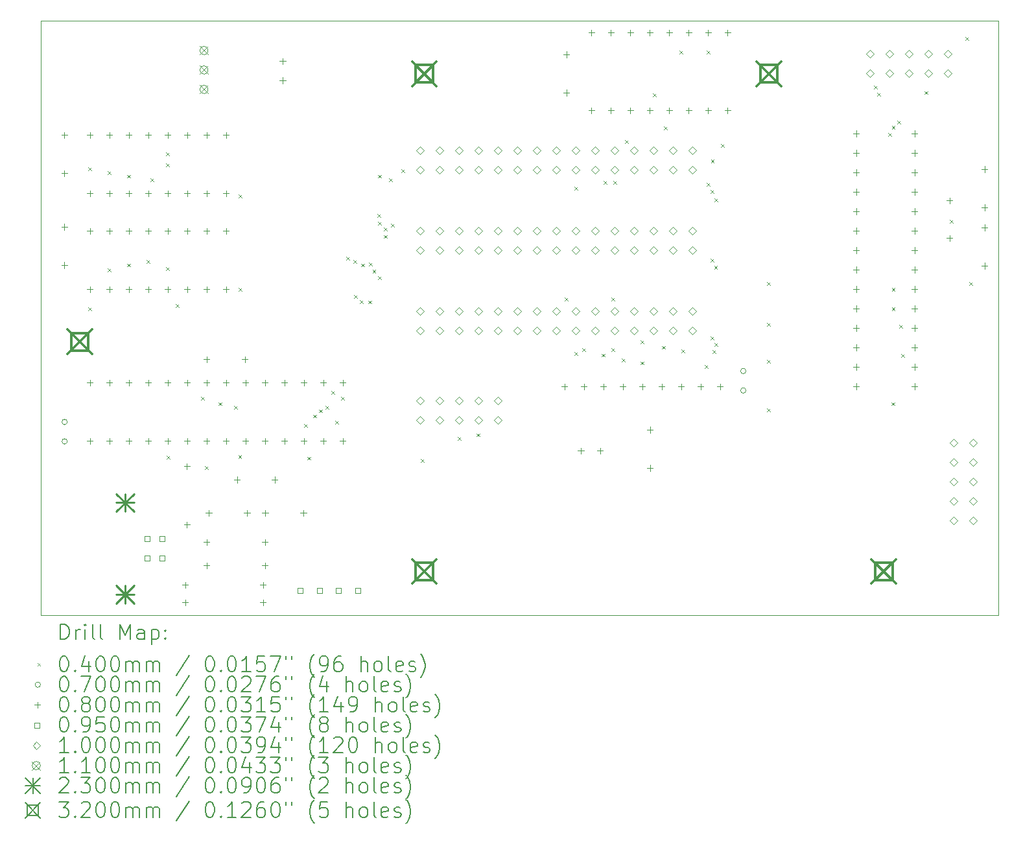
<source format=gbr>
%TF.GenerationSoftware,KiCad,Pcbnew,7.0.5*%
%TF.CreationDate,2023-07-03T18:55:41+02:00*%
%TF.ProjectId,Processor_Board,50726f63-6573-4736-9f72-5f426f617264,rev?*%
%TF.SameCoordinates,Original*%
%TF.FileFunction,Drillmap*%
%TF.FilePolarity,Positive*%
%FSLAX45Y45*%
G04 Gerber Fmt 4.5, Leading zero omitted, Abs format (unit mm)*
G04 Created by KiCad (PCBNEW 7.0.5) date 2023-07-03 18:55:41*
%MOMM*%
%LPD*%
G01*
G04 APERTURE LIST*
%ADD10C,0.100000*%
%ADD11C,0.200000*%
%ADD12C,0.040000*%
%ADD13C,0.070000*%
%ADD14C,0.080000*%
%ADD15C,0.095000*%
%ADD16C,0.110000*%
%ADD17C,0.230000*%
%ADD18C,0.320000*%
G04 APERTURE END LIST*
D10*
X2992000Y-3803800D02*
X15500000Y-3803800D01*
X15500000Y-11570800D01*
X2992000Y-11570800D01*
X2992000Y-3803800D01*
D11*
D12*
X3612200Y-5720400D02*
X3652200Y-5760400D01*
X3652200Y-5720400D02*
X3612200Y-5760400D01*
X3612200Y-7549200D02*
X3652200Y-7589200D01*
X3652200Y-7549200D02*
X3612200Y-7589200D01*
X3866112Y-7041089D02*
X3906112Y-7081089D01*
X3906112Y-7041089D02*
X3866112Y-7081089D01*
X3866200Y-5771200D02*
X3906200Y-5811200D01*
X3906200Y-5771200D02*
X3866200Y-5811200D01*
X4120200Y-5818250D02*
X4160200Y-5858250D01*
X4160200Y-5818250D02*
X4120200Y-5858250D01*
X4120200Y-6980394D02*
X4160200Y-7020394D01*
X4160200Y-6980394D02*
X4120200Y-7020394D01*
X4374200Y-6935442D02*
X4414200Y-6975442D01*
X4414200Y-6935442D02*
X4374200Y-6975442D01*
X4425000Y-5863202D02*
X4465000Y-5903202D01*
X4465000Y-5863202D02*
X4425000Y-5903202D01*
X4628200Y-5528449D02*
X4668200Y-5568449D01*
X4668200Y-5528449D02*
X4628200Y-5568449D01*
X4628200Y-5673350D02*
X4668200Y-5713350D01*
X4668200Y-5673350D02*
X4628200Y-5713350D01*
X4628200Y-7025346D02*
X4668200Y-7065346D01*
X4668200Y-7025346D02*
X4628200Y-7065346D01*
X4636062Y-9487462D02*
X4676062Y-9527462D01*
X4676062Y-9487462D02*
X4636062Y-9527462D01*
X4755200Y-7507550D02*
X4795200Y-7547550D01*
X4795200Y-7507550D02*
X4755200Y-7547550D01*
X5085400Y-8717600D02*
X5125400Y-8757600D01*
X5125400Y-8717600D02*
X5085400Y-8757600D01*
X5136200Y-9624501D02*
X5176200Y-9664501D01*
X5176200Y-9624501D02*
X5136200Y-9664501D01*
X5315261Y-8790050D02*
X5355261Y-8830050D01*
X5355261Y-8790050D02*
X5315261Y-8830050D01*
X5517200Y-8835002D02*
X5557200Y-8875002D01*
X5557200Y-8835002D02*
X5517200Y-8875002D01*
X5571750Y-9479600D02*
X5611750Y-9519600D01*
X5611750Y-9479600D02*
X5571750Y-9519600D01*
X5575102Y-6076000D02*
X5615102Y-6116000D01*
X5615102Y-6076000D02*
X5575102Y-6116000D01*
X5575102Y-7295200D02*
X5615102Y-7335200D01*
X5615102Y-7295200D02*
X5575102Y-7335200D01*
X6431600Y-9073200D02*
X6471600Y-9113200D01*
X6471600Y-9073200D02*
X6431600Y-9113200D01*
X6475298Y-9501302D02*
X6515298Y-9541302D01*
X6515298Y-9501302D02*
X6475298Y-9541302D01*
X6550639Y-8952394D02*
X6590639Y-8992394D01*
X6590639Y-8952394D02*
X6550639Y-8992394D01*
X6624461Y-8885012D02*
X6664461Y-8925012D01*
X6664461Y-8885012D02*
X6624461Y-8925012D01*
X6711000Y-8835002D02*
X6751000Y-8875002D01*
X6751000Y-8835002D02*
X6711000Y-8875002D01*
X6787200Y-8641400D02*
X6827200Y-8681400D01*
X6827200Y-8641400D02*
X6787200Y-8681400D01*
X6838000Y-9029913D02*
X6878000Y-9069913D01*
X6878000Y-9029913D02*
X6838000Y-9069913D01*
X6914200Y-8717600D02*
X6954200Y-8757600D01*
X6954200Y-8717600D02*
X6914200Y-8757600D01*
X6982128Y-6890490D02*
X7022128Y-6930490D01*
X7022128Y-6890490D02*
X6982128Y-6930490D01*
X7076944Y-6935442D02*
X7116944Y-6975442D01*
X7116944Y-6935442D02*
X7076944Y-6975442D01*
X7084183Y-7392549D02*
X7124183Y-7432549D01*
X7124183Y-7392549D02*
X7084183Y-7432549D01*
X7161108Y-7456366D02*
X7201108Y-7496366D01*
X7201108Y-7456366D02*
X7161108Y-7496366D01*
X7175227Y-6980394D02*
X7215227Y-7020394D01*
X7215227Y-6980394D02*
X7175227Y-7020394D01*
X7269800Y-7462598D02*
X7309800Y-7502598D01*
X7309800Y-7462598D02*
X7269800Y-7502598D01*
X7279398Y-6965267D02*
X7319398Y-7005267D01*
X7319398Y-6965267D02*
X7279398Y-7005267D01*
X7324350Y-7056713D02*
X7364350Y-7096713D01*
X7364350Y-7056713D02*
X7324350Y-7096713D01*
X7385708Y-6332267D02*
X7425708Y-6372267D01*
X7425708Y-6332267D02*
X7385708Y-6372267D01*
X7396800Y-5818250D02*
X7436800Y-5858250D01*
X7436800Y-5818250D02*
X7396800Y-5858250D01*
X7396800Y-6431600D02*
X7436800Y-6471600D01*
X7436800Y-6431600D02*
X7396800Y-6471600D01*
X7396800Y-7142800D02*
X7436800Y-7182800D01*
X7436800Y-7142800D02*
X7396800Y-7182800D01*
X7473000Y-6507800D02*
X7513000Y-6547800D01*
X7513000Y-6507800D02*
X7473000Y-6547800D01*
X7473000Y-6607750D02*
X7513000Y-6647750D01*
X7513000Y-6607750D02*
X7473000Y-6647750D01*
X7539650Y-5866045D02*
X7579650Y-5906045D01*
X7579650Y-5866045D02*
X7539650Y-5906045D01*
X7564219Y-6457550D02*
X7604219Y-6497550D01*
X7604219Y-6457550D02*
X7564219Y-6497550D01*
X7701600Y-5745800D02*
X7741600Y-5785800D01*
X7741600Y-5745800D02*
X7701600Y-5785800D01*
X7955600Y-9530400D02*
X7995600Y-9570400D01*
X7995600Y-9530400D02*
X7955600Y-9570400D01*
X8438200Y-9241402D02*
X8478200Y-9281402D01*
X8478200Y-9241402D02*
X8438200Y-9281402D01*
X8684000Y-9196450D02*
X8724000Y-9236450D01*
X8724000Y-9196450D02*
X8684000Y-9236450D01*
X9835200Y-7422200D02*
X9875200Y-7462200D01*
X9875200Y-7422200D02*
X9835200Y-7462200D01*
X9962200Y-5974400D02*
X10002200Y-6014400D01*
X10002200Y-5974400D02*
X9962200Y-6014400D01*
X9962200Y-8133400D02*
X10002200Y-8173400D01*
X10002200Y-8133400D02*
X9962200Y-8173400D01*
X10063800Y-8082600D02*
X10103800Y-8122600D01*
X10103800Y-8082600D02*
X10063800Y-8122600D01*
X10317800Y-8155050D02*
X10357800Y-8195050D01*
X10357800Y-8155050D02*
X10317800Y-8195050D01*
X10343200Y-5898200D02*
X10383200Y-5938200D01*
X10383200Y-5898200D02*
X10343200Y-5938200D01*
X10444800Y-7422200D02*
X10484800Y-7462200D01*
X10484800Y-7422200D02*
X10444800Y-7462200D01*
X10444800Y-8082600D02*
X10484800Y-8122600D01*
X10484800Y-8082600D02*
X10444800Y-8122600D01*
X10470200Y-5898200D02*
X10510200Y-5938200D01*
X10510200Y-5898200D02*
X10470200Y-5938200D01*
X10581451Y-8219251D02*
X10621451Y-8259251D01*
X10621451Y-8219251D02*
X10581451Y-8259251D01*
X10622600Y-5364800D02*
X10662600Y-5404800D01*
X10662600Y-5364800D02*
X10622600Y-5404800D01*
X10825800Y-7981000D02*
X10865800Y-8021000D01*
X10865800Y-7981000D02*
X10825800Y-8021000D01*
X10827300Y-8257426D02*
X10867300Y-8297426D01*
X10867300Y-8257426D02*
X10827300Y-8297426D01*
X10984550Y-4755200D02*
X11024550Y-4795200D01*
X11024550Y-4755200D02*
X10984550Y-4795200D01*
X11105200Y-8053450D02*
X11145200Y-8093450D01*
X11145200Y-8053450D02*
X11105200Y-8093450D01*
X11129450Y-5187000D02*
X11169450Y-5227000D01*
X11169450Y-5187000D02*
X11129450Y-5227000D01*
X11333800Y-4196400D02*
X11373800Y-4236400D01*
X11373800Y-4196400D02*
X11333800Y-4236400D01*
X11359200Y-8098402D02*
X11399200Y-8138402D01*
X11399200Y-8098402D02*
X11359200Y-8138402D01*
X11664000Y-8302378D02*
X11704000Y-8342378D01*
X11704000Y-8302378D02*
X11664000Y-8342378D01*
X11689400Y-4196400D02*
X11729400Y-4236400D01*
X11729400Y-4196400D02*
X11689400Y-4236400D01*
X11689400Y-5923600D02*
X11729400Y-5963600D01*
X11729400Y-5923600D02*
X11689400Y-5963600D01*
X11741750Y-6018421D02*
X11781750Y-6058421D01*
X11781750Y-6018421D02*
X11741750Y-6058421D01*
X11741750Y-6914200D02*
X11781750Y-6954200D01*
X11781750Y-6914200D02*
X11741750Y-6954200D01*
X11741750Y-7930200D02*
X11781750Y-7970200D01*
X11781750Y-7930200D02*
X11741750Y-7970200D01*
X11743950Y-5618800D02*
X11783950Y-5658800D01*
X11783950Y-5618800D02*
X11743950Y-5658800D01*
X11764288Y-8112525D02*
X11804288Y-8152525D01*
X11804288Y-8112525D02*
X11764288Y-8152525D01*
X11786702Y-7009587D02*
X11826702Y-7049587D01*
X11826702Y-7009587D02*
X11786702Y-7049587D01*
X11787250Y-6126800D02*
X11827250Y-6166800D01*
X11827250Y-6126800D02*
X11787250Y-6166800D01*
X11792123Y-8016529D02*
X11832123Y-8056529D01*
X11832123Y-8016529D02*
X11792123Y-8056529D01*
X11872771Y-5415763D02*
X11912771Y-5455763D01*
X11912771Y-5415763D02*
X11872771Y-5455763D01*
X12476800Y-7221750D02*
X12516800Y-7261750D01*
X12516800Y-7221750D02*
X12476800Y-7261750D01*
X12476800Y-7752400D02*
X12516800Y-7792400D01*
X12516800Y-7752400D02*
X12476800Y-7792400D01*
X12476800Y-8235000D02*
X12516800Y-8275000D01*
X12516800Y-8235000D02*
X12476800Y-8275000D01*
X12476800Y-8870000D02*
X12516800Y-8910000D01*
X12516800Y-8870000D02*
X12476800Y-8910000D01*
X13870050Y-4653600D02*
X13910050Y-4693600D01*
X13910050Y-4653600D02*
X13870050Y-4693600D01*
X13915002Y-4750770D02*
X13955002Y-4790770D01*
X13955002Y-4750770D02*
X13915002Y-4790770D01*
X14061198Y-5273817D02*
X14101198Y-5313817D01*
X14101198Y-5273817D02*
X14061198Y-5313817D01*
X14102400Y-8790050D02*
X14142400Y-8830050D01*
X14142400Y-8790050D02*
X14102400Y-8830050D01*
X14106150Y-5181476D02*
X14146150Y-5221476D01*
X14146150Y-5181476D02*
X14106150Y-5221476D01*
X14106150Y-7294200D02*
X14146150Y-7334200D01*
X14146150Y-7294200D02*
X14106150Y-7334200D01*
X14106150Y-7549200D02*
X14146150Y-7589200D01*
X14146150Y-7549200D02*
X14106150Y-7589200D01*
X14178600Y-5110800D02*
X14218600Y-5150800D01*
X14218600Y-5110800D02*
X14178600Y-5150800D01*
X14204000Y-7777800D02*
X14244000Y-7817800D01*
X14244000Y-7777800D02*
X14204000Y-7817800D01*
X14229400Y-8158800D02*
X14269400Y-8198800D01*
X14269400Y-8158800D02*
X14229400Y-8198800D01*
X14534200Y-4726050D02*
X14574200Y-4766050D01*
X14574200Y-4726050D02*
X14534200Y-4766050D01*
X14864400Y-6406200D02*
X14904400Y-6446200D01*
X14904400Y-6406200D02*
X14864400Y-6446200D01*
X15067600Y-4018600D02*
X15107600Y-4058600D01*
X15107600Y-4018600D02*
X15067600Y-4058600D01*
X15118400Y-7219000D02*
X15158400Y-7259000D01*
X15158400Y-7219000D02*
X15118400Y-7259000D01*
D13*
X3337000Y-9047400D02*
G75*
G03*
X3337000Y-9047400I-35000J0D01*
G01*
X3337000Y-9301400D02*
G75*
G03*
X3337000Y-9301400I-35000J0D01*
G01*
X12201600Y-8382000D02*
G75*
G03*
X12201600Y-8382000I-35000J0D01*
G01*
X12201600Y-8636000D02*
G75*
G03*
X12201600Y-8636000I-35000J0D01*
G01*
D14*
X3300000Y-5260000D02*
X3300000Y-5340000D01*
X3260000Y-5300000D02*
X3340000Y-5300000D01*
X3300000Y-5760000D02*
X3300000Y-5840000D01*
X3260000Y-5800000D02*
X3340000Y-5800000D01*
X3300000Y-6460000D02*
X3300000Y-6540000D01*
X3260000Y-6500000D02*
X3340000Y-6500000D01*
X3300000Y-6960000D02*
X3300000Y-7040000D01*
X3260000Y-7000000D02*
X3340000Y-7000000D01*
X3632200Y-5260000D02*
X3632200Y-5340000D01*
X3592200Y-5300000D02*
X3672200Y-5300000D01*
X3632200Y-6022000D02*
X3632200Y-6102000D01*
X3592200Y-6062000D02*
X3672200Y-6062000D01*
X3632200Y-6513200D02*
X3632200Y-6593200D01*
X3592200Y-6553200D02*
X3672200Y-6553200D01*
X3632200Y-7275200D02*
X3632200Y-7355200D01*
X3592200Y-7315200D02*
X3672200Y-7315200D01*
X3632200Y-8494400D02*
X3632200Y-8574400D01*
X3592200Y-8534400D02*
X3672200Y-8534400D01*
X3632200Y-9256400D02*
X3632200Y-9336400D01*
X3592200Y-9296400D02*
X3672200Y-9296400D01*
X3886200Y-5260000D02*
X3886200Y-5340000D01*
X3846200Y-5300000D02*
X3926200Y-5300000D01*
X3886200Y-6022000D02*
X3886200Y-6102000D01*
X3846200Y-6062000D02*
X3926200Y-6062000D01*
X3886200Y-6513200D02*
X3886200Y-6593200D01*
X3846200Y-6553200D02*
X3926200Y-6553200D01*
X3886200Y-7275200D02*
X3886200Y-7355200D01*
X3846200Y-7315200D02*
X3926200Y-7315200D01*
X3886200Y-8494400D02*
X3886200Y-8574400D01*
X3846200Y-8534400D02*
X3926200Y-8534400D01*
X3886200Y-9256400D02*
X3886200Y-9336400D01*
X3846200Y-9296400D02*
X3926200Y-9296400D01*
X4140200Y-5260000D02*
X4140200Y-5340000D01*
X4100200Y-5300000D02*
X4180200Y-5300000D01*
X4140200Y-6022000D02*
X4140200Y-6102000D01*
X4100200Y-6062000D02*
X4180200Y-6062000D01*
X4140200Y-6513200D02*
X4140200Y-6593200D01*
X4100200Y-6553200D02*
X4180200Y-6553200D01*
X4140200Y-7275200D02*
X4140200Y-7355200D01*
X4100200Y-7315200D02*
X4180200Y-7315200D01*
X4140200Y-8494400D02*
X4140200Y-8574400D01*
X4100200Y-8534400D02*
X4180200Y-8534400D01*
X4140200Y-9256400D02*
X4140200Y-9336400D01*
X4100200Y-9296400D02*
X4180200Y-9296400D01*
X4394200Y-5260000D02*
X4394200Y-5340000D01*
X4354200Y-5300000D02*
X4434200Y-5300000D01*
X4394200Y-6022000D02*
X4394200Y-6102000D01*
X4354200Y-6062000D02*
X4434200Y-6062000D01*
X4394200Y-6513200D02*
X4394200Y-6593200D01*
X4354200Y-6553200D02*
X4434200Y-6553200D01*
X4394200Y-7275200D02*
X4394200Y-7355200D01*
X4354200Y-7315200D02*
X4434200Y-7315200D01*
X4394200Y-8494400D02*
X4394200Y-8574400D01*
X4354200Y-8534400D02*
X4434200Y-8534400D01*
X4394200Y-9256400D02*
X4394200Y-9336400D01*
X4354200Y-9296400D02*
X4434200Y-9296400D01*
X4648200Y-5260000D02*
X4648200Y-5340000D01*
X4608200Y-5300000D02*
X4688200Y-5300000D01*
X4648200Y-6022000D02*
X4648200Y-6102000D01*
X4608200Y-6062000D02*
X4688200Y-6062000D01*
X4648200Y-6513200D02*
X4648200Y-6593200D01*
X4608200Y-6553200D02*
X4688200Y-6553200D01*
X4648200Y-7275200D02*
X4648200Y-7355200D01*
X4608200Y-7315200D02*
X4688200Y-7315200D01*
X4648200Y-8494400D02*
X4648200Y-8574400D01*
X4608200Y-8534400D02*
X4688200Y-8534400D01*
X4648200Y-9256400D02*
X4648200Y-9336400D01*
X4608200Y-9296400D02*
X4688200Y-9296400D01*
X4876800Y-11136000D02*
X4876800Y-11216000D01*
X4836800Y-11176000D02*
X4916800Y-11176000D01*
X4876800Y-11364600D02*
X4876800Y-11444600D01*
X4836800Y-11404600D02*
X4916800Y-11404600D01*
X4900000Y-9586600D02*
X4900000Y-9666600D01*
X4860000Y-9626600D02*
X4940000Y-9626600D01*
X4900000Y-10348600D02*
X4900000Y-10428600D01*
X4860000Y-10388600D02*
X4940000Y-10388600D01*
X4902200Y-5260000D02*
X4902200Y-5340000D01*
X4862200Y-5300000D02*
X4942200Y-5300000D01*
X4902200Y-6022000D02*
X4902200Y-6102000D01*
X4862200Y-6062000D02*
X4942200Y-6062000D01*
X4902200Y-6513200D02*
X4902200Y-6593200D01*
X4862200Y-6553200D02*
X4942200Y-6553200D01*
X4902200Y-7275200D02*
X4902200Y-7355200D01*
X4862200Y-7315200D02*
X4942200Y-7315200D01*
X4902200Y-8494400D02*
X4902200Y-8574400D01*
X4862200Y-8534400D02*
X4942200Y-8534400D01*
X4902200Y-9256400D02*
X4902200Y-9336400D01*
X4862200Y-9296400D02*
X4942200Y-9296400D01*
X5156200Y-5260000D02*
X5156200Y-5340000D01*
X5116200Y-5300000D02*
X5196200Y-5300000D01*
X5156200Y-6022000D02*
X5156200Y-6102000D01*
X5116200Y-6062000D02*
X5196200Y-6062000D01*
X5156200Y-6513200D02*
X5156200Y-6593200D01*
X5116200Y-6553200D02*
X5196200Y-6553200D01*
X5156200Y-7275200D02*
X5156200Y-7355200D01*
X5116200Y-7315200D02*
X5196200Y-7315200D01*
X5156200Y-8189600D02*
X5156200Y-8269600D01*
X5116200Y-8229600D02*
X5196200Y-8229600D01*
X5156200Y-8494400D02*
X5156200Y-8574400D01*
X5116200Y-8534400D02*
X5196200Y-8534400D01*
X5156200Y-9256400D02*
X5156200Y-9336400D01*
X5116200Y-9296400D02*
X5196200Y-9296400D01*
X5156200Y-10577200D02*
X5156200Y-10657200D01*
X5116200Y-10617200D02*
X5196200Y-10617200D01*
X5156200Y-10882000D02*
X5156200Y-10962000D01*
X5116200Y-10922000D02*
X5196200Y-10922000D01*
X5185600Y-10196200D02*
X5185600Y-10276200D01*
X5145600Y-10236200D02*
X5225600Y-10236200D01*
X5410200Y-5260000D02*
X5410200Y-5340000D01*
X5370200Y-5300000D02*
X5450200Y-5300000D01*
X5410200Y-6022000D02*
X5410200Y-6102000D01*
X5370200Y-6062000D02*
X5450200Y-6062000D01*
X5410200Y-6513200D02*
X5410200Y-6593200D01*
X5370200Y-6553200D02*
X5450200Y-6553200D01*
X5410200Y-7275200D02*
X5410200Y-7355200D01*
X5370200Y-7315200D02*
X5450200Y-7315200D01*
X5410200Y-8494400D02*
X5410200Y-8574400D01*
X5370200Y-8534400D02*
X5450200Y-8534400D01*
X5410200Y-9256400D02*
X5410200Y-9336400D01*
X5370200Y-9296400D02*
X5450200Y-9296400D01*
X5555000Y-9760000D02*
X5555000Y-9840000D01*
X5515000Y-9800000D02*
X5595000Y-9800000D01*
X5656200Y-8189600D02*
X5656200Y-8269600D01*
X5616200Y-8229600D02*
X5696200Y-8229600D01*
X5664200Y-8494400D02*
X5664200Y-8574400D01*
X5624200Y-8534400D02*
X5704200Y-8534400D01*
X5664200Y-9256400D02*
X5664200Y-9336400D01*
X5624200Y-9296400D02*
X5704200Y-9296400D01*
X5685600Y-10196200D02*
X5685600Y-10276200D01*
X5645600Y-10236200D02*
X5725600Y-10236200D01*
X5892800Y-11136000D02*
X5892800Y-11216000D01*
X5852800Y-11176000D02*
X5932800Y-11176000D01*
X5892800Y-11364600D02*
X5892800Y-11444600D01*
X5852800Y-11404600D02*
X5932800Y-11404600D01*
X5918200Y-8494400D02*
X5918200Y-8574400D01*
X5878200Y-8534400D02*
X5958200Y-8534400D01*
X5918200Y-9256400D02*
X5918200Y-9336400D01*
X5878200Y-9296400D02*
X5958200Y-9296400D01*
X5918200Y-10577200D02*
X5918200Y-10657200D01*
X5878200Y-10617200D02*
X5958200Y-10617200D01*
X5918200Y-10882000D02*
X5918200Y-10962000D01*
X5878200Y-10922000D02*
X5958200Y-10922000D01*
X5922200Y-10196200D02*
X5922200Y-10276200D01*
X5882200Y-10236200D02*
X5962200Y-10236200D01*
X6045000Y-9760000D02*
X6045000Y-9840000D01*
X6005000Y-9800000D02*
X6085000Y-9800000D01*
X6150000Y-4294735D02*
X6150000Y-4374735D01*
X6110000Y-4334735D02*
X6190000Y-4334735D01*
X6150000Y-4544735D02*
X6150000Y-4624735D01*
X6110000Y-4584735D02*
X6190000Y-4584735D01*
X6172200Y-8494400D02*
X6172200Y-8574400D01*
X6132200Y-8534400D02*
X6212200Y-8534400D01*
X6172200Y-9256400D02*
X6172200Y-9336400D01*
X6132200Y-9296400D02*
X6212200Y-9296400D01*
X6422200Y-10196200D02*
X6422200Y-10276200D01*
X6382200Y-10236200D02*
X6462200Y-10236200D01*
X6426200Y-8494400D02*
X6426200Y-8574400D01*
X6386200Y-8534400D02*
X6466200Y-8534400D01*
X6426200Y-9256400D02*
X6426200Y-9336400D01*
X6386200Y-9296400D02*
X6466200Y-9296400D01*
X6680200Y-8494400D02*
X6680200Y-8574400D01*
X6640200Y-8534400D02*
X6720200Y-8534400D01*
X6680200Y-9256400D02*
X6680200Y-9336400D01*
X6640200Y-9296400D02*
X6720200Y-9296400D01*
X6934200Y-8494400D02*
X6934200Y-8574400D01*
X6894200Y-8534400D02*
X6974200Y-8534400D01*
X6934200Y-9256400D02*
X6934200Y-9336400D01*
X6894200Y-9296400D02*
X6974200Y-9296400D01*
X9831300Y-8545200D02*
X9831300Y-8625200D01*
X9791300Y-8585200D02*
X9871300Y-8585200D01*
X9855200Y-4205800D02*
X9855200Y-4285800D01*
X9815200Y-4245800D02*
X9895200Y-4245800D01*
X9855200Y-4705800D02*
X9855200Y-4785800D01*
X9815200Y-4745800D02*
X9895200Y-4745800D01*
X10044735Y-9383400D02*
X10044735Y-9463400D01*
X10004735Y-9423400D02*
X10084735Y-9423400D01*
X10085300Y-8545200D02*
X10085300Y-8625200D01*
X10045300Y-8585200D02*
X10125300Y-8585200D01*
X10183900Y-3922900D02*
X10183900Y-4002900D01*
X10143900Y-3962900D02*
X10223900Y-3962900D01*
X10183900Y-4938900D02*
X10183900Y-5018900D01*
X10143900Y-4978900D02*
X10223900Y-4978900D01*
X10294735Y-9383400D02*
X10294735Y-9463400D01*
X10254735Y-9423400D02*
X10334735Y-9423400D01*
X10339300Y-8545200D02*
X10339300Y-8625200D01*
X10299300Y-8585200D02*
X10379300Y-8585200D01*
X10437900Y-3922900D02*
X10437900Y-4002900D01*
X10397900Y-3962900D02*
X10477900Y-3962900D01*
X10437900Y-4938900D02*
X10437900Y-5018900D01*
X10397900Y-4978900D02*
X10477900Y-4978900D01*
X10593300Y-8545200D02*
X10593300Y-8625200D01*
X10553300Y-8585200D02*
X10633300Y-8585200D01*
X10691900Y-3922900D02*
X10691900Y-4002900D01*
X10651900Y-3962900D02*
X10731900Y-3962900D01*
X10691900Y-4938900D02*
X10691900Y-5018900D01*
X10651900Y-4978900D02*
X10731900Y-4978900D01*
X10847300Y-8545200D02*
X10847300Y-8625200D01*
X10807300Y-8585200D02*
X10887300Y-8585200D01*
X10945900Y-3922900D02*
X10945900Y-4002900D01*
X10905900Y-3962900D02*
X10985900Y-3962900D01*
X10945900Y-4938900D02*
X10945900Y-5018900D01*
X10905900Y-4978900D02*
X10985900Y-4978900D01*
X10947400Y-9108000D02*
X10947400Y-9188000D01*
X10907400Y-9148000D02*
X10987400Y-9148000D01*
X10947400Y-9608000D02*
X10947400Y-9688000D01*
X10907400Y-9648000D02*
X10987400Y-9648000D01*
X11101300Y-8545200D02*
X11101300Y-8625200D01*
X11061300Y-8585200D02*
X11141300Y-8585200D01*
X11199900Y-3922900D02*
X11199900Y-4002900D01*
X11159900Y-3962900D02*
X11239900Y-3962900D01*
X11199900Y-4938900D02*
X11199900Y-5018900D01*
X11159900Y-4978900D02*
X11239900Y-4978900D01*
X11355300Y-8545200D02*
X11355300Y-8625200D01*
X11315300Y-8585200D02*
X11395300Y-8585200D01*
X11453900Y-3922900D02*
X11453900Y-4002900D01*
X11413900Y-3962900D02*
X11493900Y-3962900D01*
X11453900Y-4938900D02*
X11453900Y-5018900D01*
X11413900Y-4978900D02*
X11493900Y-4978900D01*
X11609300Y-8545200D02*
X11609300Y-8625200D01*
X11569300Y-8585200D02*
X11649300Y-8585200D01*
X11707900Y-3922900D02*
X11707900Y-4002900D01*
X11667900Y-3962900D02*
X11747900Y-3962900D01*
X11707900Y-4938900D02*
X11707900Y-5018900D01*
X11667900Y-4978900D02*
X11747900Y-4978900D01*
X11863300Y-8545200D02*
X11863300Y-8625200D01*
X11823300Y-8585200D02*
X11903300Y-8585200D01*
X11961900Y-3922900D02*
X11961900Y-4002900D01*
X11921900Y-3962900D02*
X12001900Y-3962900D01*
X11961900Y-4938900D02*
X11961900Y-5018900D01*
X11921900Y-4978900D02*
X12001900Y-4978900D01*
X13641300Y-5242200D02*
X13641300Y-5322200D01*
X13601300Y-5282200D02*
X13681300Y-5282200D01*
X13641300Y-5496200D02*
X13641300Y-5576200D01*
X13601300Y-5536200D02*
X13681300Y-5536200D01*
X13641300Y-5750200D02*
X13641300Y-5830200D01*
X13601300Y-5790200D02*
X13681300Y-5790200D01*
X13641300Y-6004200D02*
X13641300Y-6084200D01*
X13601300Y-6044200D02*
X13681300Y-6044200D01*
X13641300Y-6258200D02*
X13641300Y-6338200D01*
X13601300Y-6298200D02*
X13681300Y-6298200D01*
X13641300Y-6512200D02*
X13641300Y-6592200D01*
X13601300Y-6552200D02*
X13681300Y-6552200D01*
X13641300Y-6766200D02*
X13641300Y-6846200D01*
X13601300Y-6806200D02*
X13681300Y-6806200D01*
X13641300Y-7020200D02*
X13641300Y-7100200D01*
X13601300Y-7060200D02*
X13681300Y-7060200D01*
X13641300Y-7274200D02*
X13641300Y-7354200D01*
X13601300Y-7314200D02*
X13681300Y-7314200D01*
X13641300Y-7528200D02*
X13641300Y-7608200D01*
X13601300Y-7568200D02*
X13681300Y-7568200D01*
X13641300Y-7782200D02*
X13641300Y-7862200D01*
X13601300Y-7822200D02*
X13681300Y-7822200D01*
X13641300Y-8036200D02*
X13641300Y-8116200D01*
X13601300Y-8076200D02*
X13681300Y-8076200D01*
X13641300Y-8290200D02*
X13641300Y-8370200D01*
X13601300Y-8330200D02*
X13681300Y-8330200D01*
X13641300Y-8544200D02*
X13641300Y-8624200D01*
X13601300Y-8584200D02*
X13681300Y-8584200D01*
X14403300Y-5242200D02*
X14403300Y-5322200D01*
X14363300Y-5282200D02*
X14443300Y-5282200D01*
X14403300Y-5496200D02*
X14403300Y-5576200D01*
X14363300Y-5536200D02*
X14443300Y-5536200D01*
X14403300Y-5750200D02*
X14403300Y-5830200D01*
X14363300Y-5790200D02*
X14443300Y-5790200D01*
X14403300Y-6004200D02*
X14403300Y-6084200D01*
X14363300Y-6044200D02*
X14443300Y-6044200D01*
X14403300Y-6258200D02*
X14403300Y-6338200D01*
X14363300Y-6298200D02*
X14443300Y-6298200D01*
X14403300Y-6512200D02*
X14403300Y-6592200D01*
X14363300Y-6552200D02*
X14443300Y-6552200D01*
X14403300Y-6766200D02*
X14403300Y-6846200D01*
X14363300Y-6806200D02*
X14443300Y-6806200D01*
X14403300Y-7020200D02*
X14403300Y-7100200D01*
X14363300Y-7060200D02*
X14443300Y-7060200D01*
X14403300Y-7274200D02*
X14403300Y-7354200D01*
X14363300Y-7314200D02*
X14443300Y-7314200D01*
X14403300Y-7528200D02*
X14403300Y-7608200D01*
X14363300Y-7568200D02*
X14443300Y-7568200D01*
X14403300Y-7782200D02*
X14403300Y-7862200D01*
X14363300Y-7822200D02*
X14443300Y-7822200D01*
X14403300Y-8036200D02*
X14403300Y-8116200D01*
X14363300Y-8076200D02*
X14443300Y-8076200D01*
X14403300Y-8290200D02*
X14403300Y-8370200D01*
X14363300Y-8330200D02*
X14443300Y-8330200D01*
X14403300Y-8544200D02*
X14403300Y-8624200D01*
X14363300Y-8584200D02*
X14443300Y-8584200D01*
X14859000Y-6115800D02*
X14859000Y-6195800D01*
X14819000Y-6155800D02*
X14899000Y-6155800D01*
X14859000Y-6605800D02*
X14859000Y-6685800D01*
X14819000Y-6645800D02*
X14899000Y-6645800D01*
X15316200Y-5704400D02*
X15316200Y-5784400D01*
X15276200Y-5744400D02*
X15356200Y-5744400D01*
X15316200Y-6204400D02*
X15316200Y-6284400D01*
X15276200Y-6244400D02*
X15356200Y-6244400D01*
X15316200Y-6466400D02*
X15316200Y-6546400D01*
X15276200Y-6506400D02*
X15356200Y-6506400D01*
X15316200Y-6966400D02*
X15316200Y-7046400D01*
X15276200Y-7006400D02*
X15356200Y-7006400D01*
D15*
X4412338Y-10608588D02*
X4412338Y-10541412D01*
X4345162Y-10541412D01*
X4345162Y-10608588D01*
X4412338Y-10608588D01*
X4412338Y-10858588D02*
X4412338Y-10791412D01*
X4345162Y-10791412D01*
X4345162Y-10858588D01*
X4412338Y-10858588D01*
X4612338Y-10608588D02*
X4612338Y-10541412D01*
X4545162Y-10541412D01*
X4545162Y-10608588D01*
X4612338Y-10608588D01*
X4612338Y-10858588D02*
X4612338Y-10791412D01*
X4545162Y-10791412D01*
X4545162Y-10858588D01*
X4612338Y-10858588D01*
X6414988Y-11281188D02*
X6414988Y-11214012D01*
X6347812Y-11214012D01*
X6347812Y-11281188D01*
X6414988Y-11281188D01*
X6664988Y-11281188D02*
X6664988Y-11214012D01*
X6597812Y-11214012D01*
X6597812Y-11281188D01*
X6664988Y-11281188D01*
X6914988Y-11281188D02*
X6914988Y-11214012D01*
X6847812Y-11214012D01*
X6847812Y-11281188D01*
X6914988Y-11281188D01*
X7164988Y-11281188D02*
X7164988Y-11214012D01*
X7097812Y-11214012D01*
X7097812Y-11281188D01*
X7164988Y-11281188D01*
D10*
X7942000Y-8821250D02*
X7992000Y-8771250D01*
X7942000Y-8721250D01*
X7892000Y-8771250D01*
X7942000Y-8821250D01*
X7942000Y-9075250D02*
X7992000Y-9025250D01*
X7942000Y-8975250D01*
X7892000Y-9025250D01*
X7942000Y-9075250D01*
X7944000Y-5550000D02*
X7994000Y-5500000D01*
X7944000Y-5450000D01*
X7894000Y-5500000D01*
X7944000Y-5550000D01*
X7944000Y-5804000D02*
X7994000Y-5754000D01*
X7944000Y-5704000D01*
X7894000Y-5754000D01*
X7944000Y-5804000D01*
X7944000Y-6600000D02*
X7994000Y-6550000D01*
X7944000Y-6500000D01*
X7894000Y-6550000D01*
X7944000Y-6600000D01*
X7944000Y-6854000D02*
X7994000Y-6804000D01*
X7944000Y-6754000D01*
X7894000Y-6804000D01*
X7944000Y-6854000D01*
X7944000Y-7650000D02*
X7994000Y-7600000D01*
X7944000Y-7550000D01*
X7894000Y-7600000D01*
X7944000Y-7650000D01*
X7944000Y-7904000D02*
X7994000Y-7854000D01*
X7944000Y-7804000D01*
X7894000Y-7854000D01*
X7944000Y-7904000D01*
X8196000Y-8821250D02*
X8246000Y-8771250D01*
X8196000Y-8721250D01*
X8146000Y-8771250D01*
X8196000Y-8821250D01*
X8196000Y-9075250D02*
X8246000Y-9025250D01*
X8196000Y-8975250D01*
X8146000Y-9025250D01*
X8196000Y-9075250D01*
X8198000Y-5550000D02*
X8248000Y-5500000D01*
X8198000Y-5450000D01*
X8148000Y-5500000D01*
X8198000Y-5550000D01*
X8198000Y-5804000D02*
X8248000Y-5754000D01*
X8198000Y-5704000D01*
X8148000Y-5754000D01*
X8198000Y-5804000D01*
X8198000Y-6600000D02*
X8248000Y-6550000D01*
X8198000Y-6500000D01*
X8148000Y-6550000D01*
X8198000Y-6600000D01*
X8198000Y-6854000D02*
X8248000Y-6804000D01*
X8198000Y-6754000D01*
X8148000Y-6804000D01*
X8198000Y-6854000D01*
X8198000Y-7650000D02*
X8248000Y-7600000D01*
X8198000Y-7550000D01*
X8148000Y-7600000D01*
X8198000Y-7650000D01*
X8198000Y-7904000D02*
X8248000Y-7854000D01*
X8198000Y-7804000D01*
X8148000Y-7854000D01*
X8198000Y-7904000D01*
X8450000Y-8821250D02*
X8500000Y-8771250D01*
X8450000Y-8721250D01*
X8400000Y-8771250D01*
X8450000Y-8821250D01*
X8450000Y-9075250D02*
X8500000Y-9025250D01*
X8450000Y-8975250D01*
X8400000Y-9025250D01*
X8450000Y-9075250D01*
X8452000Y-5550000D02*
X8502000Y-5500000D01*
X8452000Y-5450000D01*
X8402000Y-5500000D01*
X8452000Y-5550000D01*
X8452000Y-5804000D02*
X8502000Y-5754000D01*
X8452000Y-5704000D01*
X8402000Y-5754000D01*
X8452000Y-5804000D01*
X8452000Y-6600000D02*
X8502000Y-6550000D01*
X8452000Y-6500000D01*
X8402000Y-6550000D01*
X8452000Y-6600000D01*
X8452000Y-6854000D02*
X8502000Y-6804000D01*
X8452000Y-6754000D01*
X8402000Y-6804000D01*
X8452000Y-6854000D01*
X8452000Y-7650000D02*
X8502000Y-7600000D01*
X8452000Y-7550000D01*
X8402000Y-7600000D01*
X8452000Y-7650000D01*
X8452000Y-7904000D02*
X8502000Y-7854000D01*
X8452000Y-7804000D01*
X8402000Y-7854000D01*
X8452000Y-7904000D01*
X8704000Y-8821250D02*
X8754000Y-8771250D01*
X8704000Y-8721250D01*
X8654000Y-8771250D01*
X8704000Y-8821250D01*
X8704000Y-9075250D02*
X8754000Y-9025250D01*
X8704000Y-8975250D01*
X8654000Y-9025250D01*
X8704000Y-9075250D01*
X8706000Y-5550000D02*
X8756000Y-5500000D01*
X8706000Y-5450000D01*
X8656000Y-5500000D01*
X8706000Y-5550000D01*
X8706000Y-5804000D02*
X8756000Y-5754000D01*
X8706000Y-5704000D01*
X8656000Y-5754000D01*
X8706000Y-5804000D01*
X8706000Y-6600000D02*
X8756000Y-6550000D01*
X8706000Y-6500000D01*
X8656000Y-6550000D01*
X8706000Y-6600000D01*
X8706000Y-6854000D02*
X8756000Y-6804000D01*
X8706000Y-6754000D01*
X8656000Y-6804000D01*
X8706000Y-6854000D01*
X8706000Y-7650000D02*
X8756000Y-7600000D01*
X8706000Y-7550000D01*
X8656000Y-7600000D01*
X8706000Y-7650000D01*
X8706000Y-7904000D02*
X8756000Y-7854000D01*
X8706000Y-7804000D01*
X8656000Y-7854000D01*
X8706000Y-7904000D01*
X8958000Y-8821250D02*
X9008000Y-8771250D01*
X8958000Y-8721250D01*
X8908000Y-8771250D01*
X8958000Y-8821250D01*
X8958000Y-9075250D02*
X9008000Y-9025250D01*
X8958000Y-8975250D01*
X8908000Y-9025250D01*
X8958000Y-9075250D01*
X8960000Y-5550000D02*
X9010000Y-5500000D01*
X8960000Y-5450000D01*
X8910000Y-5500000D01*
X8960000Y-5550000D01*
X8960000Y-5804000D02*
X9010000Y-5754000D01*
X8960000Y-5704000D01*
X8910000Y-5754000D01*
X8960000Y-5804000D01*
X8960000Y-6600000D02*
X9010000Y-6550000D01*
X8960000Y-6500000D01*
X8910000Y-6550000D01*
X8960000Y-6600000D01*
X8960000Y-6854000D02*
X9010000Y-6804000D01*
X8960000Y-6754000D01*
X8910000Y-6804000D01*
X8960000Y-6854000D01*
X8960000Y-7650000D02*
X9010000Y-7600000D01*
X8960000Y-7550000D01*
X8910000Y-7600000D01*
X8960000Y-7650000D01*
X8960000Y-7904000D02*
X9010000Y-7854000D01*
X8960000Y-7804000D01*
X8910000Y-7854000D01*
X8960000Y-7904000D01*
X9214000Y-5550000D02*
X9264000Y-5500000D01*
X9214000Y-5450000D01*
X9164000Y-5500000D01*
X9214000Y-5550000D01*
X9214000Y-5804000D02*
X9264000Y-5754000D01*
X9214000Y-5704000D01*
X9164000Y-5754000D01*
X9214000Y-5804000D01*
X9214000Y-6600000D02*
X9264000Y-6550000D01*
X9214000Y-6500000D01*
X9164000Y-6550000D01*
X9214000Y-6600000D01*
X9214000Y-6854000D02*
X9264000Y-6804000D01*
X9214000Y-6754000D01*
X9164000Y-6804000D01*
X9214000Y-6854000D01*
X9214000Y-7650000D02*
X9264000Y-7600000D01*
X9214000Y-7550000D01*
X9164000Y-7600000D01*
X9214000Y-7650000D01*
X9214000Y-7904000D02*
X9264000Y-7854000D01*
X9214000Y-7804000D01*
X9164000Y-7854000D01*
X9214000Y-7904000D01*
X9468000Y-5550000D02*
X9518000Y-5500000D01*
X9468000Y-5450000D01*
X9418000Y-5500000D01*
X9468000Y-5550000D01*
X9468000Y-5804000D02*
X9518000Y-5754000D01*
X9468000Y-5704000D01*
X9418000Y-5754000D01*
X9468000Y-5804000D01*
X9468000Y-6600000D02*
X9518000Y-6550000D01*
X9468000Y-6500000D01*
X9418000Y-6550000D01*
X9468000Y-6600000D01*
X9468000Y-6854000D02*
X9518000Y-6804000D01*
X9468000Y-6754000D01*
X9418000Y-6804000D01*
X9468000Y-6854000D01*
X9468000Y-7650000D02*
X9518000Y-7600000D01*
X9468000Y-7550000D01*
X9418000Y-7600000D01*
X9468000Y-7650000D01*
X9468000Y-7904000D02*
X9518000Y-7854000D01*
X9468000Y-7804000D01*
X9418000Y-7854000D01*
X9468000Y-7904000D01*
X9722000Y-5550000D02*
X9772000Y-5500000D01*
X9722000Y-5450000D01*
X9672000Y-5500000D01*
X9722000Y-5550000D01*
X9722000Y-5804000D02*
X9772000Y-5754000D01*
X9722000Y-5704000D01*
X9672000Y-5754000D01*
X9722000Y-5804000D01*
X9722000Y-6600000D02*
X9772000Y-6550000D01*
X9722000Y-6500000D01*
X9672000Y-6550000D01*
X9722000Y-6600000D01*
X9722000Y-6854000D02*
X9772000Y-6804000D01*
X9722000Y-6754000D01*
X9672000Y-6804000D01*
X9722000Y-6854000D01*
X9722000Y-7650000D02*
X9772000Y-7600000D01*
X9722000Y-7550000D01*
X9672000Y-7600000D01*
X9722000Y-7650000D01*
X9722000Y-7904000D02*
X9772000Y-7854000D01*
X9722000Y-7804000D01*
X9672000Y-7854000D01*
X9722000Y-7904000D01*
X9976000Y-5550000D02*
X10026000Y-5500000D01*
X9976000Y-5450000D01*
X9926000Y-5500000D01*
X9976000Y-5550000D01*
X9976000Y-5804000D02*
X10026000Y-5754000D01*
X9976000Y-5704000D01*
X9926000Y-5754000D01*
X9976000Y-5804000D01*
X9976000Y-6600000D02*
X10026000Y-6550000D01*
X9976000Y-6500000D01*
X9926000Y-6550000D01*
X9976000Y-6600000D01*
X9976000Y-6854000D02*
X10026000Y-6804000D01*
X9976000Y-6754000D01*
X9926000Y-6804000D01*
X9976000Y-6854000D01*
X9976000Y-7650000D02*
X10026000Y-7600000D01*
X9976000Y-7550000D01*
X9926000Y-7600000D01*
X9976000Y-7650000D01*
X9976000Y-7904000D02*
X10026000Y-7854000D01*
X9976000Y-7804000D01*
X9926000Y-7854000D01*
X9976000Y-7904000D01*
X10230000Y-5550000D02*
X10280000Y-5500000D01*
X10230000Y-5450000D01*
X10180000Y-5500000D01*
X10230000Y-5550000D01*
X10230000Y-5804000D02*
X10280000Y-5754000D01*
X10230000Y-5704000D01*
X10180000Y-5754000D01*
X10230000Y-5804000D01*
X10230000Y-6600000D02*
X10280000Y-6550000D01*
X10230000Y-6500000D01*
X10180000Y-6550000D01*
X10230000Y-6600000D01*
X10230000Y-6854000D02*
X10280000Y-6804000D01*
X10230000Y-6754000D01*
X10180000Y-6804000D01*
X10230000Y-6854000D01*
X10230000Y-7650000D02*
X10280000Y-7600000D01*
X10230000Y-7550000D01*
X10180000Y-7600000D01*
X10230000Y-7650000D01*
X10230000Y-7904000D02*
X10280000Y-7854000D01*
X10230000Y-7804000D01*
X10180000Y-7854000D01*
X10230000Y-7904000D01*
X10484000Y-5550000D02*
X10534000Y-5500000D01*
X10484000Y-5450000D01*
X10434000Y-5500000D01*
X10484000Y-5550000D01*
X10484000Y-5804000D02*
X10534000Y-5754000D01*
X10484000Y-5704000D01*
X10434000Y-5754000D01*
X10484000Y-5804000D01*
X10484000Y-6600000D02*
X10534000Y-6550000D01*
X10484000Y-6500000D01*
X10434000Y-6550000D01*
X10484000Y-6600000D01*
X10484000Y-6854000D02*
X10534000Y-6804000D01*
X10484000Y-6754000D01*
X10434000Y-6804000D01*
X10484000Y-6854000D01*
X10484000Y-7650000D02*
X10534000Y-7600000D01*
X10484000Y-7550000D01*
X10434000Y-7600000D01*
X10484000Y-7650000D01*
X10484000Y-7904000D02*
X10534000Y-7854000D01*
X10484000Y-7804000D01*
X10434000Y-7854000D01*
X10484000Y-7904000D01*
X10738000Y-5550000D02*
X10788000Y-5500000D01*
X10738000Y-5450000D01*
X10688000Y-5500000D01*
X10738000Y-5550000D01*
X10738000Y-5804000D02*
X10788000Y-5754000D01*
X10738000Y-5704000D01*
X10688000Y-5754000D01*
X10738000Y-5804000D01*
X10738000Y-6600000D02*
X10788000Y-6550000D01*
X10738000Y-6500000D01*
X10688000Y-6550000D01*
X10738000Y-6600000D01*
X10738000Y-6854000D02*
X10788000Y-6804000D01*
X10738000Y-6754000D01*
X10688000Y-6804000D01*
X10738000Y-6854000D01*
X10738000Y-7650000D02*
X10788000Y-7600000D01*
X10738000Y-7550000D01*
X10688000Y-7600000D01*
X10738000Y-7650000D01*
X10738000Y-7904000D02*
X10788000Y-7854000D01*
X10738000Y-7804000D01*
X10688000Y-7854000D01*
X10738000Y-7904000D01*
X10992000Y-5550000D02*
X11042000Y-5500000D01*
X10992000Y-5450000D01*
X10942000Y-5500000D01*
X10992000Y-5550000D01*
X10992000Y-5804000D02*
X11042000Y-5754000D01*
X10992000Y-5704000D01*
X10942000Y-5754000D01*
X10992000Y-5804000D01*
X10992000Y-6600000D02*
X11042000Y-6550000D01*
X10992000Y-6500000D01*
X10942000Y-6550000D01*
X10992000Y-6600000D01*
X10992000Y-6854000D02*
X11042000Y-6804000D01*
X10992000Y-6754000D01*
X10942000Y-6804000D01*
X10992000Y-6854000D01*
X10992000Y-7650000D02*
X11042000Y-7600000D01*
X10992000Y-7550000D01*
X10942000Y-7600000D01*
X10992000Y-7650000D01*
X10992000Y-7904000D02*
X11042000Y-7854000D01*
X10992000Y-7804000D01*
X10942000Y-7854000D01*
X10992000Y-7904000D01*
X11246000Y-5550000D02*
X11296000Y-5500000D01*
X11246000Y-5450000D01*
X11196000Y-5500000D01*
X11246000Y-5550000D01*
X11246000Y-5804000D02*
X11296000Y-5754000D01*
X11246000Y-5704000D01*
X11196000Y-5754000D01*
X11246000Y-5804000D01*
X11246000Y-6600000D02*
X11296000Y-6550000D01*
X11246000Y-6500000D01*
X11196000Y-6550000D01*
X11246000Y-6600000D01*
X11246000Y-6854000D02*
X11296000Y-6804000D01*
X11246000Y-6754000D01*
X11196000Y-6804000D01*
X11246000Y-6854000D01*
X11246000Y-7650000D02*
X11296000Y-7600000D01*
X11246000Y-7550000D01*
X11196000Y-7600000D01*
X11246000Y-7650000D01*
X11246000Y-7904000D02*
X11296000Y-7854000D01*
X11246000Y-7804000D01*
X11196000Y-7854000D01*
X11246000Y-7904000D01*
X11500000Y-5550000D02*
X11550000Y-5500000D01*
X11500000Y-5450000D01*
X11450000Y-5500000D01*
X11500000Y-5550000D01*
X11500000Y-5804000D02*
X11550000Y-5754000D01*
X11500000Y-5704000D01*
X11450000Y-5754000D01*
X11500000Y-5804000D01*
X11500000Y-6600000D02*
X11550000Y-6550000D01*
X11500000Y-6500000D01*
X11450000Y-6550000D01*
X11500000Y-6600000D01*
X11500000Y-6854000D02*
X11550000Y-6804000D01*
X11500000Y-6754000D01*
X11450000Y-6804000D01*
X11500000Y-6854000D01*
X11500000Y-7650000D02*
X11550000Y-7600000D01*
X11500000Y-7550000D01*
X11450000Y-7600000D01*
X11500000Y-7650000D01*
X11500000Y-7904000D02*
X11550000Y-7854000D01*
X11500000Y-7804000D01*
X11450000Y-7854000D01*
X11500000Y-7904000D01*
X13817600Y-4291800D02*
X13867600Y-4241800D01*
X13817600Y-4191800D01*
X13767600Y-4241800D01*
X13817600Y-4291800D01*
X13817600Y-4545800D02*
X13867600Y-4495800D01*
X13817600Y-4445800D01*
X13767600Y-4495800D01*
X13817600Y-4545800D01*
X14071600Y-4291800D02*
X14121600Y-4241800D01*
X14071600Y-4191800D01*
X14021600Y-4241800D01*
X14071600Y-4291800D01*
X14071600Y-4545800D02*
X14121600Y-4495800D01*
X14071600Y-4445800D01*
X14021600Y-4495800D01*
X14071600Y-4545800D01*
X14325600Y-4291800D02*
X14375600Y-4241800D01*
X14325600Y-4191800D01*
X14275600Y-4241800D01*
X14325600Y-4291800D01*
X14325600Y-4545800D02*
X14375600Y-4495800D01*
X14325600Y-4445800D01*
X14275600Y-4495800D01*
X14325600Y-4545800D01*
X14579600Y-4291800D02*
X14629600Y-4241800D01*
X14579600Y-4191800D01*
X14529600Y-4241800D01*
X14579600Y-4291800D01*
X14579600Y-4545800D02*
X14629600Y-4495800D01*
X14579600Y-4445800D01*
X14529600Y-4495800D01*
X14579600Y-4545800D01*
X14833600Y-4291800D02*
X14883600Y-4241800D01*
X14833600Y-4191800D01*
X14783600Y-4241800D01*
X14833600Y-4291800D01*
X14833600Y-4545800D02*
X14883600Y-4495800D01*
X14833600Y-4445800D01*
X14783600Y-4495800D01*
X14833600Y-4545800D01*
X14909800Y-9371800D02*
X14959800Y-9321800D01*
X14909800Y-9271800D01*
X14859800Y-9321800D01*
X14909800Y-9371800D01*
X14909800Y-9625800D02*
X14959800Y-9575800D01*
X14909800Y-9525800D01*
X14859800Y-9575800D01*
X14909800Y-9625800D01*
X14909800Y-9879800D02*
X14959800Y-9829800D01*
X14909800Y-9779800D01*
X14859800Y-9829800D01*
X14909800Y-9879800D01*
X14909800Y-10133800D02*
X14959800Y-10083800D01*
X14909800Y-10033800D01*
X14859800Y-10083800D01*
X14909800Y-10133800D01*
X14909800Y-10387800D02*
X14959800Y-10337800D01*
X14909800Y-10287800D01*
X14859800Y-10337800D01*
X14909800Y-10387800D01*
X15163800Y-9371800D02*
X15213800Y-9321800D01*
X15163800Y-9271800D01*
X15113800Y-9321800D01*
X15163800Y-9371800D01*
X15163800Y-9625800D02*
X15213800Y-9575800D01*
X15163800Y-9525800D01*
X15113800Y-9575800D01*
X15163800Y-9625800D01*
X15163800Y-9879800D02*
X15213800Y-9829800D01*
X15163800Y-9779800D01*
X15113800Y-9829800D01*
X15163800Y-9879800D01*
X15163800Y-10133800D02*
X15213800Y-10083800D01*
X15163800Y-10033800D01*
X15113800Y-10083800D01*
X15163800Y-10133800D01*
X15163800Y-10387800D02*
X15213800Y-10337800D01*
X15163800Y-10287800D01*
X15113800Y-10337800D01*
X15163800Y-10387800D01*
D16*
X5068000Y-4141000D02*
X5178000Y-4251000D01*
X5178000Y-4141000D02*
X5068000Y-4251000D01*
X5178000Y-4196000D02*
G75*
G03*
X5178000Y-4196000I-55000J0D01*
G01*
X5068000Y-4395000D02*
X5178000Y-4505000D01*
X5178000Y-4395000D02*
X5068000Y-4505000D01*
X5178000Y-4450000D02*
G75*
G03*
X5178000Y-4450000I-55000J0D01*
G01*
X5068000Y-4649000D02*
X5178000Y-4759000D01*
X5178000Y-4649000D02*
X5068000Y-4759000D01*
X5178000Y-4704000D02*
G75*
G03*
X5178000Y-4704000I-55000J0D01*
G01*
D17*
X3977750Y-9985000D02*
X4207750Y-10215000D01*
X4207750Y-9985000D02*
X3977750Y-10215000D01*
X4092750Y-9985000D02*
X4092750Y-10215000D01*
X3977750Y-10100000D02*
X4207750Y-10100000D01*
X3977750Y-11185000D02*
X4207750Y-11415000D01*
X4207750Y-11185000D02*
X3977750Y-11415000D01*
X4092750Y-11185000D02*
X4092750Y-11415000D01*
X3977750Y-11300000D02*
X4207750Y-11300000D01*
D18*
X3340000Y-7840000D02*
X3660000Y-8160000D01*
X3660000Y-7840000D02*
X3340000Y-8160000D01*
X3613138Y-8113138D02*
X3613138Y-7886862D01*
X3386862Y-7886862D01*
X3386862Y-8113138D01*
X3613138Y-8113138D01*
X7840000Y-4340000D02*
X8160000Y-4660000D01*
X8160000Y-4340000D02*
X7840000Y-4660000D01*
X8113138Y-4613138D02*
X8113138Y-4386862D01*
X7886862Y-4386862D01*
X7886862Y-4613138D01*
X8113138Y-4613138D01*
X7840000Y-10840000D02*
X8160000Y-11160000D01*
X8160000Y-10840000D02*
X7840000Y-11160000D01*
X8113138Y-11113138D02*
X8113138Y-10886862D01*
X7886862Y-10886862D01*
X7886862Y-11113138D01*
X8113138Y-11113138D01*
X12340000Y-4340000D02*
X12660000Y-4660000D01*
X12660000Y-4340000D02*
X12340000Y-4660000D01*
X12613138Y-4613138D02*
X12613138Y-4386862D01*
X12386862Y-4386862D01*
X12386862Y-4613138D01*
X12613138Y-4613138D01*
X13840000Y-10840000D02*
X14160000Y-11160000D01*
X14160000Y-10840000D02*
X13840000Y-11160000D01*
X14113138Y-11113138D02*
X14113138Y-10886862D01*
X13886862Y-10886862D01*
X13886862Y-11113138D01*
X14113138Y-11113138D01*
D11*
X3247777Y-11887284D02*
X3247777Y-11687284D01*
X3247777Y-11687284D02*
X3295396Y-11687284D01*
X3295396Y-11687284D02*
X3323967Y-11696808D01*
X3323967Y-11696808D02*
X3343015Y-11715855D01*
X3343015Y-11715855D02*
X3352539Y-11734903D01*
X3352539Y-11734903D02*
X3362062Y-11772998D01*
X3362062Y-11772998D02*
X3362062Y-11801569D01*
X3362062Y-11801569D02*
X3352539Y-11839665D01*
X3352539Y-11839665D02*
X3343015Y-11858712D01*
X3343015Y-11858712D02*
X3323967Y-11877760D01*
X3323967Y-11877760D02*
X3295396Y-11887284D01*
X3295396Y-11887284D02*
X3247777Y-11887284D01*
X3447777Y-11887284D02*
X3447777Y-11753950D01*
X3447777Y-11792046D02*
X3457301Y-11772998D01*
X3457301Y-11772998D02*
X3466824Y-11763474D01*
X3466824Y-11763474D02*
X3485872Y-11753950D01*
X3485872Y-11753950D02*
X3504920Y-11753950D01*
X3571586Y-11887284D02*
X3571586Y-11753950D01*
X3571586Y-11687284D02*
X3562062Y-11696808D01*
X3562062Y-11696808D02*
X3571586Y-11706331D01*
X3571586Y-11706331D02*
X3581110Y-11696808D01*
X3581110Y-11696808D02*
X3571586Y-11687284D01*
X3571586Y-11687284D02*
X3571586Y-11706331D01*
X3695396Y-11887284D02*
X3676348Y-11877760D01*
X3676348Y-11877760D02*
X3666824Y-11858712D01*
X3666824Y-11858712D02*
X3666824Y-11687284D01*
X3800158Y-11887284D02*
X3781110Y-11877760D01*
X3781110Y-11877760D02*
X3771586Y-11858712D01*
X3771586Y-11858712D02*
X3771586Y-11687284D01*
X4028729Y-11887284D02*
X4028729Y-11687284D01*
X4028729Y-11687284D02*
X4095396Y-11830141D01*
X4095396Y-11830141D02*
X4162062Y-11687284D01*
X4162062Y-11687284D02*
X4162062Y-11887284D01*
X4343015Y-11887284D02*
X4343015Y-11782522D01*
X4343015Y-11782522D02*
X4333491Y-11763474D01*
X4333491Y-11763474D02*
X4314444Y-11753950D01*
X4314444Y-11753950D02*
X4276348Y-11753950D01*
X4276348Y-11753950D02*
X4257301Y-11763474D01*
X4343015Y-11877760D02*
X4323967Y-11887284D01*
X4323967Y-11887284D02*
X4276348Y-11887284D01*
X4276348Y-11887284D02*
X4257301Y-11877760D01*
X4257301Y-11877760D02*
X4247777Y-11858712D01*
X4247777Y-11858712D02*
X4247777Y-11839665D01*
X4247777Y-11839665D02*
X4257301Y-11820617D01*
X4257301Y-11820617D02*
X4276348Y-11811093D01*
X4276348Y-11811093D02*
X4323967Y-11811093D01*
X4323967Y-11811093D02*
X4343015Y-11801569D01*
X4438253Y-11753950D02*
X4438253Y-11953950D01*
X4438253Y-11763474D02*
X4457301Y-11753950D01*
X4457301Y-11753950D02*
X4495396Y-11753950D01*
X4495396Y-11753950D02*
X4514444Y-11763474D01*
X4514444Y-11763474D02*
X4523967Y-11772998D01*
X4523967Y-11772998D02*
X4533491Y-11792046D01*
X4533491Y-11792046D02*
X4533491Y-11849188D01*
X4533491Y-11849188D02*
X4523967Y-11868236D01*
X4523967Y-11868236D02*
X4514444Y-11877760D01*
X4514444Y-11877760D02*
X4495396Y-11887284D01*
X4495396Y-11887284D02*
X4457301Y-11887284D01*
X4457301Y-11887284D02*
X4438253Y-11877760D01*
X4619205Y-11868236D02*
X4628729Y-11877760D01*
X4628729Y-11877760D02*
X4619205Y-11887284D01*
X4619205Y-11887284D02*
X4609682Y-11877760D01*
X4609682Y-11877760D02*
X4619205Y-11868236D01*
X4619205Y-11868236D02*
X4619205Y-11887284D01*
X4619205Y-11763474D02*
X4628729Y-11772998D01*
X4628729Y-11772998D02*
X4619205Y-11782522D01*
X4619205Y-11782522D02*
X4609682Y-11772998D01*
X4609682Y-11772998D02*
X4619205Y-11763474D01*
X4619205Y-11763474D02*
X4619205Y-11782522D01*
D12*
X2947000Y-12195800D02*
X2987000Y-12235800D01*
X2987000Y-12195800D02*
X2947000Y-12235800D01*
D11*
X3285872Y-12107284D02*
X3304920Y-12107284D01*
X3304920Y-12107284D02*
X3323967Y-12116808D01*
X3323967Y-12116808D02*
X3333491Y-12126331D01*
X3333491Y-12126331D02*
X3343015Y-12145379D01*
X3343015Y-12145379D02*
X3352539Y-12183474D01*
X3352539Y-12183474D02*
X3352539Y-12231093D01*
X3352539Y-12231093D02*
X3343015Y-12269188D01*
X3343015Y-12269188D02*
X3333491Y-12288236D01*
X3333491Y-12288236D02*
X3323967Y-12297760D01*
X3323967Y-12297760D02*
X3304920Y-12307284D01*
X3304920Y-12307284D02*
X3285872Y-12307284D01*
X3285872Y-12307284D02*
X3266824Y-12297760D01*
X3266824Y-12297760D02*
X3257301Y-12288236D01*
X3257301Y-12288236D02*
X3247777Y-12269188D01*
X3247777Y-12269188D02*
X3238253Y-12231093D01*
X3238253Y-12231093D02*
X3238253Y-12183474D01*
X3238253Y-12183474D02*
X3247777Y-12145379D01*
X3247777Y-12145379D02*
X3257301Y-12126331D01*
X3257301Y-12126331D02*
X3266824Y-12116808D01*
X3266824Y-12116808D02*
X3285872Y-12107284D01*
X3438253Y-12288236D02*
X3447777Y-12297760D01*
X3447777Y-12297760D02*
X3438253Y-12307284D01*
X3438253Y-12307284D02*
X3428729Y-12297760D01*
X3428729Y-12297760D02*
X3438253Y-12288236D01*
X3438253Y-12288236D02*
X3438253Y-12307284D01*
X3619205Y-12173950D02*
X3619205Y-12307284D01*
X3571586Y-12097760D02*
X3523967Y-12240617D01*
X3523967Y-12240617D02*
X3647777Y-12240617D01*
X3762062Y-12107284D02*
X3781110Y-12107284D01*
X3781110Y-12107284D02*
X3800158Y-12116808D01*
X3800158Y-12116808D02*
X3809682Y-12126331D01*
X3809682Y-12126331D02*
X3819205Y-12145379D01*
X3819205Y-12145379D02*
X3828729Y-12183474D01*
X3828729Y-12183474D02*
X3828729Y-12231093D01*
X3828729Y-12231093D02*
X3819205Y-12269188D01*
X3819205Y-12269188D02*
X3809682Y-12288236D01*
X3809682Y-12288236D02*
X3800158Y-12297760D01*
X3800158Y-12297760D02*
X3781110Y-12307284D01*
X3781110Y-12307284D02*
X3762062Y-12307284D01*
X3762062Y-12307284D02*
X3743015Y-12297760D01*
X3743015Y-12297760D02*
X3733491Y-12288236D01*
X3733491Y-12288236D02*
X3723967Y-12269188D01*
X3723967Y-12269188D02*
X3714443Y-12231093D01*
X3714443Y-12231093D02*
X3714443Y-12183474D01*
X3714443Y-12183474D02*
X3723967Y-12145379D01*
X3723967Y-12145379D02*
X3733491Y-12126331D01*
X3733491Y-12126331D02*
X3743015Y-12116808D01*
X3743015Y-12116808D02*
X3762062Y-12107284D01*
X3952539Y-12107284D02*
X3971586Y-12107284D01*
X3971586Y-12107284D02*
X3990634Y-12116808D01*
X3990634Y-12116808D02*
X4000158Y-12126331D01*
X4000158Y-12126331D02*
X4009682Y-12145379D01*
X4009682Y-12145379D02*
X4019205Y-12183474D01*
X4019205Y-12183474D02*
X4019205Y-12231093D01*
X4019205Y-12231093D02*
X4009682Y-12269188D01*
X4009682Y-12269188D02*
X4000158Y-12288236D01*
X4000158Y-12288236D02*
X3990634Y-12297760D01*
X3990634Y-12297760D02*
X3971586Y-12307284D01*
X3971586Y-12307284D02*
X3952539Y-12307284D01*
X3952539Y-12307284D02*
X3933491Y-12297760D01*
X3933491Y-12297760D02*
X3923967Y-12288236D01*
X3923967Y-12288236D02*
X3914443Y-12269188D01*
X3914443Y-12269188D02*
X3904920Y-12231093D01*
X3904920Y-12231093D02*
X3904920Y-12183474D01*
X3904920Y-12183474D02*
X3914443Y-12145379D01*
X3914443Y-12145379D02*
X3923967Y-12126331D01*
X3923967Y-12126331D02*
X3933491Y-12116808D01*
X3933491Y-12116808D02*
X3952539Y-12107284D01*
X4104920Y-12307284D02*
X4104920Y-12173950D01*
X4104920Y-12192998D02*
X4114443Y-12183474D01*
X4114443Y-12183474D02*
X4133491Y-12173950D01*
X4133491Y-12173950D02*
X4162063Y-12173950D01*
X4162063Y-12173950D02*
X4181110Y-12183474D01*
X4181110Y-12183474D02*
X4190634Y-12202522D01*
X4190634Y-12202522D02*
X4190634Y-12307284D01*
X4190634Y-12202522D02*
X4200158Y-12183474D01*
X4200158Y-12183474D02*
X4219205Y-12173950D01*
X4219205Y-12173950D02*
X4247777Y-12173950D01*
X4247777Y-12173950D02*
X4266825Y-12183474D01*
X4266825Y-12183474D02*
X4276348Y-12202522D01*
X4276348Y-12202522D02*
X4276348Y-12307284D01*
X4371586Y-12307284D02*
X4371586Y-12173950D01*
X4371586Y-12192998D02*
X4381110Y-12183474D01*
X4381110Y-12183474D02*
X4400158Y-12173950D01*
X4400158Y-12173950D02*
X4428729Y-12173950D01*
X4428729Y-12173950D02*
X4447777Y-12183474D01*
X4447777Y-12183474D02*
X4457301Y-12202522D01*
X4457301Y-12202522D02*
X4457301Y-12307284D01*
X4457301Y-12202522D02*
X4466825Y-12183474D01*
X4466825Y-12183474D02*
X4485872Y-12173950D01*
X4485872Y-12173950D02*
X4514444Y-12173950D01*
X4514444Y-12173950D02*
X4533491Y-12183474D01*
X4533491Y-12183474D02*
X4543015Y-12202522D01*
X4543015Y-12202522D02*
X4543015Y-12307284D01*
X4933491Y-12097760D02*
X4762063Y-12354903D01*
X5190634Y-12107284D02*
X5209682Y-12107284D01*
X5209682Y-12107284D02*
X5228729Y-12116808D01*
X5228729Y-12116808D02*
X5238253Y-12126331D01*
X5238253Y-12126331D02*
X5247777Y-12145379D01*
X5247777Y-12145379D02*
X5257301Y-12183474D01*
X5257301Y-12183474D02*
X5257301Y-12231093D01*
X5257301Y-12231093D02*
X5247777Y-12269188D01*
X5247777Y-12269188D02*
X5238253Y-12288236D01*
X5238253Y-12288236D02*
X5228729Y-12297760D01*
X5228729Y-12297760D02*
X5209682Y-12307284D01*
X5209682Y-12307284D02*
X5190634Y-12307284D01*
X5190634Y-12307284D02*
X5171587Y-12297760D01*
X5171587Y-12297760D02*
X5162063Y-12288236D01*
X5162063Y-12288236D02*
X5152539Y-12269188D01*
X5152539Y-12269188D02*
X5143015Y-12231093D01*
X5143015Y-12231093D02*
X5143015Y-12183474D01*
X5143015Y-12183474D02*
X5152539Y-12145379D01*
X5152539Y-12145379D02*
X5162063Y-12126331D01*
X5162063Y-12126331D02*
X5171587Y-12116808D01*
X5171587Y-12116808D02*
X5190634Y-12107284D01*
X5343015Y-12288236D02*
X5352539Y-12297760D01*
X5352539Y-12297760D02*
X5343015Y-12307284D01*
X5343015Y-12307284D02*
X5333491Y-12297760D01*
X5333491Y-12297760D02*
X5343015Y-12288236D01*
X5343015Y-12288236D02*
X5343015Y-12307284D01*
X5476348Y-12107284D02*
X5495396Y-12107284D01*
X5495396Y-12107284D02*
X5514444Y-12116808D01*
X5514444Y-12116808D02*
X5523968Y-12126331D01*
X5523968Y-12126331D02*
X5533491Y-12145379D01*
X5533491Y-12145379D02*
X5543015Y-12183474D01*
X5543015Y-12183474D02*
X5543015Y-12231093D01*
X5543015Y-12231093D02*
X5533491Y-12269188D01*
X5533491Y-12269188D02*
X5523968Y-12288236D01*
X5523968Y-12288236D02*
X5514444Y-12297760D01*
X5514444Y-12297760D02*
X5495396Y-12307284D01*
X5495396Y-12307284D02*
X5476348Y-12307284D01*
X5476348Y-12307284D02*
X5457301Y-12297760D01*
X5457301Y-12297760D02*
X5447777Y-12288236D01*
X5447777Y-12288236D02*
X5438253Y-12269188D01*
X5438253Y-12269188D02*
X5428729Y-12231093D01*
X5428729Y-12231093D02*
X5428729Y-12183474D01*
X5428729Y-12183474D02*
X5438253Y-12145379D01*
X5438253Y-12145379D02*
X5447777Y-12126331D01*
X5447777Y-12126331D02*
X5457301Y-12116808D01*
X5457301Y-12116808D02*
X5476348Y-12107284D01*
X5733491Y-12307284D02*
X5619206Y-12307284D01*
X5676348Y-12307284D02*
X5676348Y-12107284D01*
X5676348Y-12107284D02*
X5657301Y-12135855D01*
X5657301Y-12135855D02*
X5638253Y-12154903D01*
X5638253Y-12154903D02*
X5619206Y-12164427D01*
X5914444Y-12107284D02*
X5819206Y-12107284D01*
X5819206Y-12107284D02*
X5809682Y-12202522D01*
X5809682Y-12202522D02*
X5819206Y-12192998D01*
X5819206Y-12192998D02*
X5838253Y-12183474D01*
X5838253Y-12183474D02*
X5885872Y-12183474D01*
X5885872Y-12183474D02*
X5904920Y-12192998D01*
X5904920Y-12192998D02*
X5914444Y-12202522D01*
X5914444Y-12202522D02*
X5923967Y-12221569D01*
X5923967Y-12221569D02*
X5923967Y-12269188D01*
X5923967Y-12269188D02*
X5914444Y-12288236D01*
X5914444Y-12288236D02*
X5904920Y-12297760D01*
X5904920Y-12297760D02*
X5885872Y-12307284D01*
X5885872Y-12307284D02*
X5838253Y-12307284D01*
X5838253Y-12307284D02*
X5819206Y-12297760D01*
X5819206Y-12297760D02*
X5809682Y-12288236D01*
X5990634Y-12107284D02*
X6123967Y-12107284D01*
X6123967Y-12107284D02*
X6038253Y-12307284D01*
X6190634Y-12107284D02*
X6190634Y-12145379D01*
X6266825Y-12107284D02*
X6266825Y-12145379D01*
X6562063Y-12383474D02*
X6552539Y-12373950D01*
X6552539Y-12373950D02*
X6533491Y-12345379D01*
X6533491Y-12345379D02*
X6523968Y-12326331D01*
X6523968Y-12326331D02*
X6514444Y-12297760D01*
X6514444Y-12297760D02*
X6504920Y-12250141D01*
X6504920Y-12250141D02*
X6504920Y-12212046D01*
X6504920Y-12212046D02*
X6514444Y-12164427D01*
X6514444Y-12164427D02*
X6523968Y-12135855D01*
X6523968Y-12135855D02*
X6533491Y-12116808D01*
X6533491Y-12116808D02*
X6552539Y-12088236D01*
X6552539Y-12088236D02*
X6562063Y-12078712D01*
X6647777Y-12307284D02*
X6685872Y-12307284D01*
X6685872Y-12307284D02*
X6704920Y-12297760D01*
X6704920Y-12297760D02*
X6714444Y-12288236D01*
X6714444Y-12288236D02*
X6733491Y-12259665D01*
X6733491Y-12259665D02*
X6743015Y-12221569D01*
X6743015Y-12221569D02*
X6743015Y-12145379D01*
X6743015Y-12145379D02*
X6733491Y-12126331D01*
X6733491Y-12126331D02*
X6723968Y-12116808D01*
X6723968Y-12116808D02*
X6704920Y-12107284D01*
X6704920Y-12107284D02*
X6666825Y-12107284D01*
X6666825Y-12107284D02*
X6647777Y-12116808D01*
X6647777Y-12116808D02*
X6638253Y-12126331D01*
X6638253Y-12126331D02*
X6628729Y-12145379D01*
X6628729Y-12145379D02*
X6628729Y-12192998D01*
X6628729Y-12192998D02*
X6638253Y-12212046D01*
X6638253Y-12212046D02*
X6647777Y-12221569D01*
X6647777Y-12221569D02*
X6666825Y-12231093D01*
X6666825Y-12231093D02*
X6704920Y-12231093D01*
X6704920Y-12231093D02*
X6723968Y-12221569D01*
X6723968Y-12221569D02*
X6733491Y-12212046D01*
X6733491Y-12212046D02*
X6743015Y-12192998D01*
X6914444Y-12107284D02*
X6876348Y-12107284D01*
X6876348Y-12107284D02*
X6857301Y-12116808D01*
X6857301Y-12116808D02*
X6847777Y-12126331D01*
X6847777Y-12126331D02*
X6828729Y-12154903D01*
X6828729Y-12154903D02*
X6819206Y-12192998D01*
X6819206Y-12192998D02*
X6819206Y-12269188D01*
X6819206Y-12269188D02*
X6828729Y-12288236D01*
X6828729Y-12288236D02*
X6838253Y-12297760D01*
X6838253Y-12297760D02*
X6857301Y-12307284D01*
X6857301Y-12307284D02*
X6895396Y-12307284D01*
X6895396Y-12307284D02*
X6914444Y-12297760D01*
X6914444Y-12297760D02*
X6923968Y-12288236D01*
X6923968Y-12288236D02*
X6933491Y-12269188D01*
X6933491Y-12269188D02*
X6933491Y-12221569D01*
X6933491Y-12221569D02*
X6923968Y-12202522D01*
X6923968Y-12202522D02*
X6914444Y-12192998D01*
X6914444Y-12192998D02*
X6895396Y-12183474D01*
X6895396Y-12183474D02*
X6857301Y-12183474D01*
X6857301Y-12183474D02*
X6838253Y-12192998D01*
X6838253Y-12192998D02*
X6828729Y-12202522D01*
X6828729Y-12202522D02*
X6819206Y-12221569D01*
X7171587Y-12307284D02*
X7171587Y-12107284D01*
X7257301Y-12307284D02*
X7257301Y-12202522D01*
X7257301Y-12202522D02*
X7247777Y-12183474D01*
X7247777Y-12183474D02*
X7228730Y-12173950D01*
X7228730Y-12173950D02*
X7200158Y-12173950D01*
X7200158Y-12173950D02*
X7181110Y-12183474D01*
X7181110Y-12183474D02*
X7171587Y-12192998D01*
X7381110Y-12307284D02*
X7362063Y-12297760D01*
X7362063Y-12297760D02*
X7352539Y-12288236D01*
X7352539Y-12288236D02*
X7343015Y-12269188D01*
X7343015Y-12269188D02*
X7343015Y-12212046D01*
X7343015Y-12212046D02*
X7352539Y-12192998D01*
X7352539Y-12192998D02*
X7362063Y-12183474D01*
X7362063Y-12183474D02*
X7381110Y-12173950D01*
X7381110Y-12173950D02*
X7409682Y-12173950D01*
X7409682Y-12173950D02*
X7428730Y-12183474D01*
X7428730Y-12183474D02*
X7438253Y-12192998D01*
X7438253Y-12192998D02*
X7447777Y-12212046D01*
X7447777Y-12212046D02*
X7447777Y-12269188D01*
X7447777Y-12269188D02*
X7438253Y-12288236D01*
X7438253Y-12288236D02*
X7428730Y-12297760D01*
X7428730Y-12297760D02*
X7409682Y-12307284D01*
X7409682Y-12307284D02*
X7381110Y-12307284D01*
X7562063Y-12307284D02*
X7543015Y-12297760D01*
X7543015Y-12297760D02*
X7533491Y-12278712D01*
X7533491Y-12278712D02*
X7533491Y-12107284D01*
X7714444Y-12297760D02*
X7695396Y-12307284D01*
X7695396Y-12307284D02*
X7657301Y-12307284D01*
X7657301Y-12307284D02*
X7638253Y-12297760D01*
X7638253Y-12297760D02*
X7628730Y-12278712D01*
X7628730Y-12278712D02*
X7628730Y-12202522D01*
X7628730Y-12202522D02*
X7638253Y-12183474D01*
X7638253Y-12183474D02*
X7657301Y-12173950D01*
X7657301Y-12173950D02*
X7695396Y-12173950D01*
X7695396Y-12173950D02*
X7714444Y-12183474D01*
X7714444Y-12183474D02*
X7723968Y-12202522D01*
X7723968Y-12202522D02*
X7723968Y-12221569D01*
X7723968Y-12221569D02*
X7628730Y-12240617D01*
X7800158Y-12297760D02*
X7819206Y-12307284D01*
X7819206Y-12307284D02*
X7857301Y-12307284D01*
X7857301Y-12307284D02*
X7876349Y-12297760D01*
X7876349Y-12297760D02*
X7885872Y-12278712D01*
X7885872Y-12278712D02*
X7885872Y-12269188D01*
X7885872Y-12269188D02*
X7876349Y-12250141D01*
X7876349Y-12250141D02*
X7857301Y-12240617D01*
X7857301Y-12240617D02*
X7828730Y-12240617D01*
X7828730Y-12240617D02*
X7809682Y-12231093D01*
X7809682Y-12231093D02*
X7800158Y-12212046D01*
X7800158Y-12212046D02*
X7800158Y-12202522D01*
X7800158Y-12202522D02*
X7809682Y-12183474D01*
X7809682Y-12183474D02*
X7828730Y-12173950D01*
X7828730Y-12173950D02*
X7857301Y-12173950D01*
X7857301Y-12173950D02*
X7876349Y-12183474D01*
X7952539Y-12383474D02*
X7962063Y-12373950D01*
X7962063Y-12373950D02*
X7981111Y-12345379D01*
X7981111Y-12345379D02*
X7990634Y-12326331D01*
X7990634Y-12326331D02*
X8000158Y-12297760D01*
X8000158Y-12297760D02*
X8009682Y-12250141D01*
X8009682Y-12250141D02*
X8009682Y-12212046D01*
X8009682Y-12212046D02*
X8000158Y-12164427D01*
X8000158Y-12164427D02*
X7990634Y-12135855D01*
X7990634Y-12135855D02*
X7981111Y-12116808D01*
X7981111Y-12116808D02*
X7962063Y-12088236D01*
X7962063Y-12088236D02*
X7952539Y-12078712D01*
D13*
X2987000Y-12479800D02*
G75*
G03*
X2987000Y-12479800I-35000J0D01*
G01*
D11*
X3285872Y-12371284D02*
X3304920Y-12371284D01*
X3304920Y-12371284D02*
X3323967Y-12380808D01*
X3323967Y-12380808D02*
X3333491Y-12390331D01*
X3333491Y-12390331D02*
X3343015Y-12409379D01*
X3343015Y-12409379D02*
X3352539Y-12447474D01*
X3352539Y-12447474D02*
X3352539Y-12495093D01*
X3352539Y-12495093D02*
X3343015Y-12533188D01*
X3343015Y-12533188D02*
X3333491Y-12552236D01*
X3333491Y-12552236D02*
X3323967Y-12561760D01*
X3323967Y-12561760D02*
X3304920Y-12571284D01*
X3304920Y-12571284D02*
X3285872Y-12571284D01*
X3285872Y-12571284D02*
X3266824Y-12561760D01*
X3266824Y-12561760D02*
X3257301Y-12552236D01*
X3257301Y-12552236D02*
X3247777Y-12533188D01*
X3247777Y-12533188D02*
X3238253Y-12495093D01*
X3238253Y-12495093D02*
X3238253Y-12447474D01*
X3238253Y-12447474D02*
X3247777Y-12409379D01*
X3247777Y-12409379D02*
X3257301Y-12390331D01*
X3257301Y-12390331D02*
X3266824Y-12380808D01*
X3266824Y-12380808D02*
X3285872Y-12371284D01*
X3438253Y-12552236D02*
X3447777Y-12561760D01*
X3447777Y-12561760D02*
X3438253Y-12571284D01*
X3438253Y-12571284D02*
X3428729Y-12561760D01*
X3428729Y-12561760D02*
X3438253Y-12552236D01*
X3438253Y-12552236D02*
X3438253Y-12571284D01*
X3514443Y-12371284D02*
X3647777Y-12371284D01*
X3647777Y-12371284D02*
X3562062Y-12571284D01*
X3762062Y-12371284D02*
X3781110Y-12371284D01*
X3781110Y-12371284D02*
X3800158Y-12380808D01*
X3800158Y-12380808D02*
X3809682Y-12390331D01*
X3809682Y-12390331D02*
X3819205Y-12409379D01*
X3819205Y-12409379D02*
X3828729Y-12447474D01*
X3828729Y-12447474D02*
X3828729Y-12495093D01*
X3828729Y-12495093D02*
X3819205Y-12533188D01*
X3819205Y-12533188D02*
X3809682Y-12552236D01*
X3809682Y-12552236D02*
X3800158Y-12561760D01*
X3800158Y-12561760D02*
X3781110Y-12571284D01*
X3781110Y-12571284D02*
X3762062Y-12571284D01*
X3762062Y-12571284D02*
X3743015Y-12561760D01*
X3743015Y-12561760D02*
X3733491Y-12552236D01*
X3733491Y-12552236D02*
X3723967Y-12533188D01*
X3723967Y-12533188D02*
X3714443Y-12495093D01*
X3714443Y-12495093D02*
X3714443Y-12447474D01*
X3714443Y-12447474D02*
X3723967Y-12409379D01*
X3723967Y-12409379D02*
X3733491Y-12390331D01*
X3733491Y-12390331D02*
X3743015Y-12380808D01*
X3743015Y-12380808D02*
X3762062Y-12371284D01*
X3952539Y-12371284D02*
X3971586Y-12371284D01*
X3971586Y-12371284D02*
X3990634Y-12380808D01*
X3990634Y-12380808D02*
X4000158Y-12390331D01*
X4000158Y-12390331D02*
X4009682Y-12409379D01*
X4009682Y-12409379D02*
X4019205Y-12447474D01*
X4019205Y-12447474D02*
X4019205Y-12495093D01*
X4019205Y-12495093D02*
X4009682Y-12533188D01*
X4009682Y-12533188D02*
X4000158Y-12552236D01*
X4000158Y-12552236D02*
X3990634Y-12561760D01*
X3990634Y-12561760D02*
X3971586Y-12571284D01*
X3971586Y-12571284D02*
X3952539Y-12571284D01*
X3952539Y-12571284D02*
X3933491Y-12561760D01*
X3933491Y-12561760D02*
X3923967Y-12552236D01*
X3923967Y-12552236D02*
X3914443Y-12533188D01*
X3914443Y-12533188D02*
X3904920Y-12495093D01*
X3904920Y-12495093D02*
X3904920Y-12447474D01*
X3904920Y-12447474D02*
X3914443Y-12409379D01*
X3914443Y-12409379D02*
X3923967Y-12390331D01*
X3923967Y-12390331D02*
X3933491Y-12380808D01*
X3933491Y-12380808D02*
X3952539Y-12371284D01*
X4104920Y-12571284D02*
X4104920Y-12437950D01*
X4104920Y-12456998D02*
X4114443Y-12447474D01*
X4114443Y-12447474D02*
X4133491Y-12437950D01*
X4133491Y-12437950D02*
X4162063Y-12437950D01*
X4162063Y-12437950D02*
X4181110Y-12447474D01*
X4181110Y-12447474D02*
X4190634Y-12466522D01*
X4190634Y-12466522D02*
X4190634Y-12571284D01*
X4190634Y-12466522D02*
X4200158Y-12447474D01*
X4200158Y-12447474D02*
X4219205Y-12437950D01*
X4219205Y-12437950D02*
X4247777Y-12437950D01*
X4247777Y-12437950D02*
X4266825Y-12447474D01*
X4266825Y-12447474D02*
X4276348Y-12466522D01*
X4276348Y-12466522D02*
X4276348Y-12571284D01*
X4371586Y-12571284D02*
X4371586Y-12437950D01*
X4371586Y-12456998D02*
X4381110Y-12447474D01*
X4381110Y-12447474D02*
X4400158Y-12437950D01*
X4400158Y-12437950D02*
X4428729Y-12437950D01*
X4428729Y-12437950D02*
X4447777Y-12447474D01*
X4447777Y-12447474D02*
X4457301Y-12466522D01*
X4457301Y-12466522D02*
X4457301Y-12571284D01*
X4457301Y-12466522D02*
X4466825Y-12447474D01*
X4466825Y-12447474D02*
X4485872Y-12437950D01*
X4485872Y-12437950D02*
X4514444Y-12437950D01*
X4514444Y-12437950D02*
X4533491Y-12447474D01*
X4533491Y-12447474D02*
X4543015Y-12466522D01*
X4543015Y-12466522D02*
X4543015Y-12571284D01*
X4933491Y-12361760D02*
X4762063Y-12618903D01*
X5190634Y-12371284D02*
X5209682Y-12371284D01*
X5209682Y-12371284D02*
X5228729Y-12380808D01*
X5228729Y-12380808D02*
X5238253Y-12390331D01*
X5238253Y-12390331D02*
X5247777Y-12409379D01*
X5247777Y-12409379D02*
X5257301Y-12447474D01*
X5257301Y-12447474D02*
X5257301Y-12495093D01*
X5257301Y-12495093D02*
X5247777Y-12533188D01*
X5247777Y-12533188D02*
X5238253Y-12552236D01*
X5238253Y-12552236D02*
X5228729Y-12561760D01*
X5228729Y-12561760D02*
X5209682Y-12571284D01*
X5209682Y-12571284D02*
X5190634Y-12571284D01*
X5190634Y-12571284D02*
X5171587Y-12561760D01*
X5171587Y-12561760D02*
X5162063Y-12552236D01*
X5162063Y-12552236D02*
X5152539Y-12533188D01*
X5152539Y-12533188D02*
X5143015Y-12495093D01*
X5143015Y-12495093D02*
X5143015Y-12447474D01*
X5143015Y-12447474D02*
X5152539Y-12409379D01*
X5152539Y-12409379D02*
X5162063Y-12390331D01*
X5162063Y-12390331D02*
X5171587Y-12380808D01*
X5171587Y-12380808D02*
X5190634Y-12371284D01*
X5343015Y-12552236D02*
X5352539Y-12561760D01*
X5352539Y-12561760D02*
X5343015Y-12571284D01*
X5343015Y-12571284D02*
X5333491Y-12561760D01*
X5333491Y-12561760D02*
X5343015Y-12552236D01*
X5343015Y-12552236D02*
X5343015Y-12571284D01*
X5476348Y-12371284D02*
X5495396Y-12371284D01*
X5495396Y-12371284D02*
X5514444Y-12380808D01*
X5514444Y-12380808D02*
X5523968Y-12390331D01*
X5523968Y-12390331D02*
X5533491Y-12409379D01*
X5533491Y-12409379D02*
X5543015Y-12447474D01*
X5543015Y-12447474D02*
X5543015Y-12495093D01*
X5543015Y-12495093D02*
X5533491Y-12533188D01*
X5533491Y-12533188D02*
X5523968Y-12552236D01*
X5523968Y-12552236D02*
X5514444Y-12561760D01*
X5514444Y-12561760D02*
X5495396Y-12571284D01*
X5495396Y-12571284D02*
X5476348Y-12571284D01*
X5476348Y-12571284D02*
X5457301Y-12561760D01*
X5457301Y-12561760D02*
X5447777Y-12552236D01*
X5447777Y-12552236D02*
X5438253Y-12533188D01*
X5438253Y-12533188D02*
X5428729Y-12495093D01*
X5428729Y-12495093D02*
X5428729Y-12447474D01*
X5428729Y-12447474D02*
X5438253Y-12409379D01*
X5438253Y-12409379D02*
X5447777Y-12390331D01*
X5447777Y-12390331D02*
X5457301Y-12380808D01*
X5457301Y-12380808D02*
X5476348Y-12371284D01*
X5619206Y-12390331D02*
X5628729Y-12380808D01*
X5628729Y-12380808D02*
X5647777Y-12371284D01*
X5647777Y-12371284D02*
X5695396Y-12371284D01*
X5695396Y-12371284D02*
X5714444Y-12380808D01*
X5714444Y-12380808D02*
X5723967Y-12390331D01*
X5723967Y-12390331D02*
X5733491Y-12409379D01*
X5733491Y-12409379D02*
X5733491Y-12428427D01*
X5733491Y-12428427D02*
X5723967Y-12456998D01*
X5723967Y-12456998D02*
X5609682Y-12571284D01*
X5609682Y-12571284D02*
X5733491Y-12571284D01*
X5800158Y-12371284D02*
X5933491Y-12371284D01*
X5933491Y-12371284D02*
X5847777Y-12571284D01*
X6095396Y-12371284D02*
X6057301Y-12371284D01*
X6057301Y-12371284D02*
X6038253Y-12380808D01*
X6038253Y-12380808D02*
X6028729Y-12390331D01*
X6028729Y-12390331D02*
X6009682Y-12418903D01*
X6009682Y-12418903D02*
X6000158Y-12456998D01*
X6000158Y-12456998D02*
X6000158Y-12533188D01*
X6000158Y-12533188D02*
X6009682Y-12552236D01*
X6009682Y-12552236D02*
X6019206Y-12561760D01*
X6019206Y-12561760D02*
X6038253Y-12571284D01*
X6038253Y-12571284D02*
X6076348Y-12571284D01*
X6076348Y-12571284D02*
X6095396Y-12561760D01*
X6095396Y-12561760D02*
X6104920Y-12552236D01*
X6104920Y-12552236D02*
X6114444Y-12533188D01*
X6114444Y-12533188D02*
X6114444Y-12485569D01*
X6114444Y-12485569D02*
X6104920Y-12466522D01*
X6104920Y-12466522D02*
X6095396Y-12456998D01*
X6095396Y-12456998D02*
X6076348Y-12447474D01*
X6076348Y-12447474D02*
X6038253Y-12447474D01*
X6038253Y-12447474D02*
X6019206Y-12456998D01*
X6019206Y-12456998D02*
X6009682Y-12466522D01*
X6009682Y-12466522D02*
X6000158Y-12485569D01*
X6190634Y-12371284D02*
X6190634Y-12409379D01*
X6266825Y-12371284D02*
X6266825Y-12409379D01*
X6562063Y-12647474D02*
X6552539Y-12637950D01*
X6552539Y-12637950D02*
X6533491Y-12609379D01*
X6533491Y-12609379D02*
X6523968Y-12590331D01*
X6523968Y-12590331D02*
X6514444Y-12561760D01*
X6514444Y-12561760D02*
X6504920Y-12514141D01*
X6504920Y-12514141D02*
X6504920Y-12476046D01*
X6504920Y-12476046D02*
X6514444Y-12428427D01*
X6514444Y-12428427D02*
X6523968Y-12399855D01*
X6523968Y-12399855D02*
X6533491Y-12380808D01*
X6533491Y-12380808D02*
X6552539Y-12352236D01*
X6552539Y-12352236D02*
X6562063Y-12342712D01*
X6723968Y-12437950D02*
X6723968Y-12571284D01*
X6676348Y-12361760D02*
X6628729Y-12504617D01*
X6628729Y-12504617D02*
X6752539Y-12504617D01*
X6981110Y-12571284D02*
X6981110Y-12371284D01*
X7066825Y-12571284D02*
X7066825Y-12466522D01*
X7066825Y-12466522D02*
X7057301Y-12447474D01*
X7057301Y-12447474D02*
X7038253Y-12437950D01*
X7038253Y-12437950D02*
X7009682Y-12437950D01*
X7009682Y-12437950D02*
X6990634Y-12447474D01*
X6990634Y-12447474D02*
X6981110Y-12456998D01*
X7190634Y-12571284D02*
X7171587Y-12561760D01*
X7171587Y-12561760D02*
X7162063Y-12552236D01*
X7162063Y-12552236D02*
X7152539Y-12533188D01*
X7152539Y-12533188D02*
X7152539Y-12476046D01*
X7152539Y-12476046D02*
X7162063Y-12456998D01*
X7162063Y-12456998D02*
X7171587Y-12447474D01*
X7171587Y-12447474D02*
X7190634Y-12437950D01*
X7190634Y-12437950D02*
X7219206Y-12437950D01*
X7219206Y-12437950D02*
X7238253Y-12447474D01*
X7238253Y-12447474D02*
X7247777Y-12456998D01*
X7247777Y-12456998D02*
X7257301Y-12476046D01*
X7257301Y-12476046D02*
X7257301Y-12533188D01*
X7257301Y-12533188D02*
X7247777Y-12552236D01*
X7247777Y-12552236D02*
X7238253Y-12561760D01*
X7238253Y-12561760D02*
X7219206Y-12571284D01*
X7219206Y-12571284D02*
X7190634Y-12571284D01*
X7371587Y-12571284D02*
X7352539Y-12561760D01*
X7352539Y-12561760D02*
X7343015Y-12542712D01*
X7343015Y-12542712D02*
X7343015Y-12371284D01*
X7523968Y-12561760D02*
X7504920Y-12571284D01*
X7504920Y-12571284D02*
X7466825Y-12571284D01*
X7466825Y-12571284D02*
X7447777Y-12561760D01*
X7447777Y-12561760D02*
X7438253Y-12542712D01*
X7438253Y-12542712D02*
X7438253Y-12466522D01*
X7438253Y-12466522D02*
X7447777Y-12447474D01*
X7447777Y-12447474D02*
X7466825Y-12437950D01*
X7466825Y-12437950D02*
X7504920Y-12437950D01*
X7504920Y-12437950D02*
X7523968Y-12447474D01*
X7523968Y-12447474D02*
X7533491Y-12466522D01*
X7533491Y-12466522D02*
X7533491Y-12485569D01*
X7533491Y-12485569D02*
X7438253Y-12504617D01*
X7609682Y-12561760D02*
X7628730Y-12571284D01*
X7628730Y-12571284D02*
X7666825Y-12571284D01*
X7666825Y-12571284D02*
X7685872Y-12561760D01*
X7685872Y-12561760D02*
X7695396Y-12542712D01*
X7695396Y-12542712D02*
X7695396Y-12533188D01*
X7695396Y-12533188D02*
X7685872Y-12514141D01*
X7685872Y-12514141D02*
X7666825Y-12504617D01*
X7666825Y-12504617D02*
X7638253Y-12504617D01*
X7638253Y-12504617D02*
X7619206Y-12495093D01*
X7619206Y-12495093D02*
X7609682Y-12476046D01*
X7609682Y-12476046D02*
X7609682Y-12466522D01*
X7609682Y-12466522D02*
X7619206Y-12447474D01*
X7619206Y-12447474D02*
X7638253Y-12437950D01*
X7638253Y-12437950D02*
X7666825Y-12437950D01*
X7666825Y-12437950D02*
X7685872Y-12447474D01*
X7762063Y-12647474D02*
X7771587Y-12637950D01*
X7771587Y-12637950D02*
X7790634Y-12609379D01*
X7790634Y-12609379D02*
X7800158Y-12590331D01*
X7800158Y-12590331D02*
X7809682Y-12561760D01*
X7809682Y-12561760D02*
X7819206Y-12514141D01*
X7819206Y-12514141D02*
X7819206Y-12476046D01*
X7819206Y-12476046D02*
X7809682Y-12428427D01*
X7809682Y-12428427D02*
X7800158Y-12399855D01*
X7800158Y-12399855D02*
X7790634Y-12380808D01*
X7790634Y-12380808D02*
X7771587Y-12352236D01*
X7771587Y-12352236D02*
X7762063Y-12342712D01*
D14*
X2947000Y-12703800D02*
X2947000Y-12783800D01*
X2907000Y-12743800D02*
X2987000Y-12743800D01*
D11*
X3285872Y-12635284D02*
X3304920Y-12635284D01*
X3304920Y-12635284D02*
X3323967Y-12644808D01*
X3323967Y-12644808D02*
X3333491Y-12654331D01*
X3333491Y-12654331D02*
X3343015Y-12673379D01*
X3343015Y-12673379D02*
X3352539Y-12711474D01*
X3352539Y-12711474D02*
X3352539Y-12759093D01*
X3352539Y-12759093D02*
X3343015Y-12797188D01*
X3343015Y-12797188D02*
X3333491Y-12816236D01*
X3333491Y-12816236D02*
X3323967Y-12825760D01*
X3323967Y-12825760D02*
X3304920Y-12835284D01*
X3304920Y-12835284D02*
X3285872Y-12835284D01*
X3285872Y-12835284D02*
X3266824Y-12825760D01*
X3266824Y-12825760D02*
X3257301Y-12816236D01*
X3257301Y-12816236D02*
X3247777Y-12797188D01*
X3247777Y-12797188D02*
X3238253Y-12759093D01*
X3238253Y-12759093D02*
X3238253Y-12711474D01*
X3238253Y-12711474D02*
X3247777Y-12673379D01*
X3247777Y-12673379D02*
X3257301Y-12654331D01*
X3257301Y-12654331D02*
X3266824Y-12644808D01*
X3266824Y-12644808D02*
X3285872Y-12635284D01*
X3438253Y-12816236D02*
X3447777Y-12825760D01*
X3447777Y-12825760D02*
X3438253Y-12835284D01*
X3438253Y-12835284D02*
X3428729Y-12825760D01*
X3428729Y-12825760D02*
X3438253Y-12816236D01*
X3438253Y-12816236D02*
X3438253Y-12835284D01*
X3562062Y-12720998D02*
X3543015Y-12711474D01*
X3543015Y-12711474D02*
X3533491Y-12701950D01*
X3533491Y-12701950D02*
X3523967Y-12682903D01*
X3523967Y-12682903D02*
X3523967Y-12673379D01*
X3523967Y-12673379D02*
X3533491Y-12654331D01*
X3533491Y-12654331D02*
X3543015Y-12644808D01*
X3543015Y-12644808D02*
X3562062Y-12635284D01*
X3562062Y-12635284D02*
X3600158Y-12635284D01*
X3600158Y-12635284D02*
X3619205Y-12644808D01*
X3619205Y-12644808D02*
X3628729Y-12654331D01*
X3628729Y-12654331D02*
X3638253Y-12673379D01*
X3638253Y-12673379D02*
X3638253Y-12682903D01*
X3638253Y-12682903D02*
X3628729Y-12701950D01*
X3628729Y-12701950D02*
X3619205Y-12711474D01*
X3619205Y-12711474D02*
X3600158Y-12720998D01*
X3600158Y-12720998D02*
X3562062Y-12720998D01*
X3562062Y-12720998D02*
X3543015Y-12730522D01*
X3543015Y-12730522D02*
X3533491Y-12740046D01*
X3533491Y-12740046D02*
X3523967Y-12759093D01*
X3523967Y-12759093D02*
X3523967Y-12797188D01*
X3523967Y-12797188D02*
X3533491Y-12816236D01*
X3533491Y-12816236D02*
X3543015Y-12825760D01*
X3543015Y-12825760D02*
X3562062Y-12835284D01*
X3562062Y-12835284D02*
X3600158Y-12835284D01*
X3600158Y-12835284D02*
X3619205Y-12825760D01*
X3619205Y-12825760D02*
X3628729Y-12816236D01*
X3628729Y-12816236D02*
X3638253Y-12797188D01*
X3638253Y-12797188D02*
X3638253Y-12759093D01*
X3638253Y-12759093D02*
X3628729Y-12740046D01*
X3628729Y-12740046D02*
X3619205Y-12730522D01*
X3619205Y-12730522D02*
X3600158Y-12720998D01*
X3762062Y-12635284D02*
X3781110Y-12635284D01*
X3781110Y-12635284D02*
X3800158Y-12644808D01*
X3800158Y-12644808D02*
X3809682Y-12654331D01*
X3809682Y-12654331D02*
X3819205Y-12673379D01*
X3819205Y-12673379D02*
X3828729Y-12711474D01*
X3828729Y-12711474D02*
X3828729Y-12759093D01*
X3828729Y-12759093D02*
X3819205Y-12797188D01*
X3819205Y-12797188D02*
X3809682Y-12816236D01*
X3809682Y-12816236D02*
X3800158Y-12825760D01*
X3800158Y-12825760D02*
X3781110Y-12835284D01*
X3781110Y-12835284D02*
X3762062Y-12835284D01*
X3762062Y-12835284D02*
X3743015Y-12825760D01*
X3743015Y-12825760D02*
X3733491Y-12816236D01*
X3733491Y-12816236D02*
X3723967Y-12797188D01*
X3723967Y-12797188D02*
X3714443Y-12759093D01*
X3714443Y-12759093D02*
X3714443Y-12711474D01*
X3714443Y-12711474D02*
X3723967Y-12673379D01*
X3723967Y-12673379D02*
X3733491Y-12654331D01*
X3733491Y-12654331D02*
X3743015Y-12644808D01*
X3743015Y-12644808D02*
X3762062Y-12635284D01*
X3952539Y-12635284D02*
X3971586Y-12635284D01*
X3971586Y-12635284D02*
X3990634Y-12644808D01*
X3990634Y-12644808D02*
X4000158Y-12654331D01*
X4000158Y-12654331D02*
X4009682Y-12673379D01*
X4009682Y-12673379D02*
X4019205Y-12711474D01*
X4019205Y-12711474D02*
X4019205Y-12759093D01*
X4019205Y-12759093D02*
X4009682Y-12797188D01*
X4009682Y-12797188D02*
X4000158Y-12816236D01*
X4000158Y-12816236D02*
X3990634Y-12825760D01*
X3990634Y-12825760D02*
X3971586Y-12835284D01*
X3971586Y-12835284D02*
X3952539Y-12835284D01*
X3952539Y-12835284D02*
X3933491Y-12825760D01*
X3933491Y-12825760D02*
X3923967Y-12816236D01*
X3923967Y-12816236D02*
X3914443Y-12797188D01*
X3914443Y-12797188D02*
X3904920Y-12759093D01*
X3904920Y-12759093D02*
X3904920Y-12711474D01*
X3904920Y-12711474D02*
X3914443Y-12673379D01*
X3914443Y-12673379D02*
X3923967Y-12654331D01*
X3923967Y-12654331D02*
X3933491Y-12644808D01*
X3933491Y-12644808D02*
X3952539Y-12635284D01*
X4104920Y-12835284D02*
X4104920Y-12701950D01*
X4104920Y-12720998D02*
X4114443Y-12711474D01*
X4114443Y-12711474D02*
X4133491Y-12701950D01*
X4133491Y-12701950D02*
X4162063Y-12701950D01*
X4162063Y-12701950D02*
X4181110Y-12711474D01*
X4181110Y-12711474D02*
X4190634Y-12730522D01*
X4190634Y-12730522D02*
X4190634Y-12835284D01*
X4190634Y-12730522D02*
X4200158Y-12711474D01*
X4200158Y-12711474D02*
X4219205Y-12701950D01*
X4219205Y-12701950D02*
X4247777Y-12701950D01*
X4247777Y-12701950D02*
X4266825Y-12711474D01*
X4266825Y-12711474D02*
X4276348Y-12730522D01*
X4276348Y-12730522D02*
X4276348Y-12835284D01*
X4371586Y-12835284D02*
X4371586Y-12701950D01*
X4371586Y-12720998D02*
X4381110Y-12711474D01*
X4381110Y-12711474D02*
X4400158Y-12701950D01*
X4400158Y-12701950D02*
X4428729Y-12701950D01*
X4428729Y-12701950D02*
X4447777Y-12711474D01*
X4447777Y-12711474D02*
X4457301Y-12730522D01*
X4457301Y-12730522D02*
X4457301Y-12835284D01*
X4457301Y-12730522D02*
X4466825Y-12711474D01*
X4466825Y-12711474D02*
X4485872Y-12701950D01*
X4485872Y-12701950D02*
X4514444Y-12701950D01*
X4514444Y-12701950D02*
X4533491Y-12711474D01*
X4533491Y-12711474D02*
X4543015Y-12730522D01*
X4543015Y-12730522D02*
X4543015Y-12835284D01*
X4933491Y-12625760D02*
X4762063Y-12882903D01*
X5190634Y-12635284D02*
X5209682Y-12635284D01*
X5209682Y-12635284D02*
X5228729Y-12644808D01*
X5228729Y-12644808D02*
X5238253Y-12654331D01*
X5238253Y-12654331D02*
X5247777Y-12673379D01*
X5247777Y-12673379D02*
X5257301Y-12711474D01*
X5257301Y-12711474D02*
X5257301Y-12759093D01*
X5257301Y-12759093D02*
X5247777Y-12797188D01*
X5247777Y-12797188D02*
X5238253Y-12816236D01*
X5238253Y-12816236D02*
X5228729Y-12825760D01*
X5228729Y-12825760D02*
X5209682Y-12835284D01*
X5209682Y-12835284D02*
X5190634Y-12835284D01*
X5190634Y-12835284D02*
X5171587Y-12825760D01*
X5171587Y-12825760D02*
X5162063Y-12816236D01*
X5162063Y-12816236D02*
X5152539Y-12797188D01*
X5152539Y-12797188D02*
X5143015Y-12759093D01*
X5143015Y-12759093D02*
X5143015Y-12711474D01*
X5143015Y-12711474D02*
X5152539Y-12673379D01*
X5152539Y-12673379D02*
X5162063Y-12654331D01*
X5162063Y-12654331D02*
X5171587Y-12644808D01*
X5171587Y-12644808D02*
X5190634Y-12635284D01*
X5343015Y-12816236D02*
X5352539Y-12825760D01*
X5352539Y-12825760D02*
X5343015Y-12835284D01*
X5343015Y-12835284D02*
X5333491Y-12825760D01*
X5333491Y-12825760D02*
X5343015Y-12816236D01*
X5343015Y-12816236D02*
X5343015Y-12835284D01*
X5476348Y-12635284D02*
X5495396Y-12635284D01*
X5495396Y-12635284D02*
X5514444Y-12644808D01*
X5514444Y-12644808D02*
X5523968Y-12654331D01*
X5523968Y-12654331D02*
X5533491Y-12673379D01*
X5533491Y-12673379D02*
X5543015Y-12711474D01*
X5543015Y-12711474D02*
X5543015Y-12759093D01*
X5543015Y-12759093D02*
X5533491Y-12797188D01*
X5533491Y-12797188D02*
X5523968Y-12816236D01*
X5523968Y-12816236D02*
X5514444Y-12825760D01*
X5514444Y-12825760D02*
X5495396Y-12835284D01*
X5495396Y-12835284D02*
X5476348Y-12835284D01*
X5476348Y-12835284D02*
X5457301Y-12825760D01*
X5457301Y-12825760D02*
X5447777Y-12816236D01*
X5447777Y-12816236D02*
X5438253Y-12797188D01*
X5438253Y-12797188D02*
X5428729Y-12759093D01*
X5428729Y-12759093D02*
X5428729Y-12711474D01*
X5428729Y-12711474D02*
X5438253Y-12673379D01*
X5438253Y-12673379D02*
X5447777Y-12654331D01*
X5447777Y-12654331D02*
X5457301Y-12644808D01*
X5457301Y-12644808D02*
X5476348Y-12635284D01*
X5609682Y-12635284D02*
X5733491Y-12635284D01*
X5733491Y-12635284D02*
X5666825Y-12711474D01*
X5666825Y-12711474D02*
X5695396Y-12711474D01*
X5695396Y-12711474D02*
X5714444Y-12720998D01*
X5714444Y-12720998D02*
X5723967Y-12730522D01*
X5723967Y-12730522D02*
X5733491Y-12749569D01*
X5733491Y-12749569D02*
X5733491Y-12797188D01*
X5733491Y-12797188D02*
X5723967Y-12816236D01*
X5723967Y-12816236D02*
X5714444Y-12825760D01*
X5714444Y-12825760D02*
X5695396Y-12835284D01*
X5695396Y-12835284D02*
X5638253Y-12835284D01*
X5638253Y-12835284D02*
X5619206Y-12825760D01*
X5619206Y-12825760D02*
X5609682Y-12816236D01*
X5923967Y-12835284D02*
X5809682Y-12835284D01*
X5866825Y-12835284D02*
X5866825Y-12635284D01*
X5866825Y-12635284D02*
X5847777Y-12663855D01*
X5847777Y-12663855D02*
X5828729Y-12682903D01*
X5828729Y-12682903D02*
X5809682Y-12692427D01*
X6104920Y-12635284D02*
X6009682Y-12635284D01*
X6009682Y-12635284D02*
X6000158Y-12730522D01*
X6000158Y-12730522D02*
X6009682Y-12720998D01*
X6009682Y-12720998D02*
X6028729Y-12711474D01*
X6028729Y-12711474D02*
X6076348Y-12711474D01*
X6076348Y-12711474D02*
X6095396Y-12720998D01*
X6095396Y-12720998D02*
X6104920Y-12730522D01*
X6104920Y-12730522D02*
X6114444Y-12749569D01*
X6114444Y-12749569D02*
X6114444Y-12797188D01*
X6114444Y-12797188D02*
X6104920Y-12816236D01*
X6104920Y-12816236D02*
X6095396Y-12825760D01*
X6095396Y-12825760D02*
X6076348Y-12835284D01*
X6076348Y-12835284D02*
X6028729Y-12835284D01*
X6028729Y-12835284D02*
X6009682Y-12825760D01*
X6009682Y-12825760D02*
X6000158Y-12816236D01*
X6190634Y-12635284D02*
X6190634Y-12673379D01*
X6266825Y-12635284D02*
X6266825Y-12673379D01*
X6562063Y-12911474D02*
X6552539Y-12901950D01*
X6552539Y-12901950D02*
X6533491Y-12873379D01*
X6533491Y-12873379D02*
X6523968Y-12854331D01*
X6523968Y-12854331D02*
X6514444Y-12825760D01*
X6514444Y-12825760D02*
X6504920Y-12778141D01*
X6504920Y-12778141D02*
X6504920Y-12740046D01*
X6504920Y-12740046D02*
X6514444Y-12692427D01*
X6514444Y-12692427D02*
X6523968Y-12663855D01*
X6523968Y-12663855D02*
X6533491Y-12644808D01*
X6533491Y-12644808D02*
X6552539Y-12616236D01*
X6552539Y-12616236D02*
X6562063Y-12606712D01*
X6743015Y-12835284D02*
X6628729Y-12835284D01*
X6685872Y-12835284D02*
X6685872Y-12635284D01*
X6685872Y-12635284D02*
X6666825Y-12663855D01*
X6666825Y-12663855D02*
X6647777Y-12682903D01*
X6647777Y-12682903D02*
X6628729Y-12692427D01*
X6914444Y-12701950D02*
X6914444Y-12835284D01*
X6866825Y-12625760D02*
X6819206Y-12768617D01*
X6819206Y-12768617D02*
X6943015Y-12768617D01*
X7028729Y-12835284D02*
X7066825Y-12835284D01*
X7066825Y-12835284D02*
X7085872Y-12825760D01*
X7085872Y-12825760D02*
X7095396Y-12816236D01*
X7095396Y-12816236D02*
X7114444Y-12787665D01*
X7114444Y-12787665D02*
X7123968Y-12749569D01*
X7123968Y-12749569D02*
X7123968Y-12673379D01*
X7123968Y-12673379D02*
X7114444Y-12654331D01*
X7114444Y-12654331D02*
X7104920Y-12644808D01*
X7104920Y-12644808D02*
X7085872Y-12635284D01*
X7085872Y-12635284D02*
X7047777Y-12635284D01*
X7047777Y-12635284D02*
X7028729Y-12644808D01*
X7028729Y-12644808D02*
X7019206Y-12654331D01*
X7019206Y-12654331D02*
X7009682Y-12673379D01*
X7009682Y-12673379D02*
X7009682Y-12720998D01*
X7009682Y-12720998D02*
X7019206Y-12740046D01*
X7019206Y-12740046D02*
X7028729Y-12749569D01*
X7028729Y-12749569D02*
X7047777Y-12759093D01*
X7047777Y-12759093D02*
X7085872Y-12759093D01*
X7085872Y-12759093D02*
X7104920Y-12749569D01*
X7104920Y-12749569D02*
X7114444Y-12740046D01*
X7114444Y-12740046D02*
X7123968Y-12720998D01*
X7362063Y-12835284D02*
X7362063Y-12635284D01*
X7447777Y-12835284D02*
X7447777Y-12730522D01*
X7447777Y-12730522D02*
X7438253Y-12711474D01*
X7438253Y-12711474D02*
X7419206Y-12701950D01*
X7419206Y-12701950D02*
X7390634Y-12701950D01*
X7390634Y-12701950D02*
X7371587Y-12711474D01*
X7371587Y-12711474D02*
X7362063Y-12720998D01*
X7571587Y-12835284D02*
X7552539Y-12825760D01*
X7552539Y-12825760D02*
X7543015Y-12816236D01*
X7543015Y-12816236D02*
X7533491Y-12797188D01*
X7533491Y-12797188D02*
X7533491Y-12740046D01*
X7533491Y-12740046D02*
X7543015Y-12720998D01*
X7543015Y-12720998D02*
X7552539Y-12711474D01*
X7552539Y-12711474D02*
X7571587Y-12701950D01*
X7571587Y-12701950D02*
X7600158Y-12701950D01*
X7600158Y-12701950D02*
X7619206Y-12711474D01*
X7619206Y-12711474D02*
X7628730Y-12720998D01*
X7628730Y-12720998D02*
X7638253Y-12740046D01*
X7638253Y-12740046D02*
X7638253Y-12797188D01*
X7638253Y-12797188D02*
X7628730Y-12816236D01*
X7628730Y-12816236D02*
X7619206Y-12825760D01*
X7619206Y-12825760D02*
X7600158Y-12835284D01*
X7600158Y-12835284D02*
X7571587Y-12835284D01*
X7752539Y-12835284D02*
X7733491Y-12825760D01*
X7733491Y-12825760D02*
X7723968Y-12806712D01*
X7723968Y-12806712D02*
X7723968Y-12635284D01*
X7904920Y-12825760D02*
X7885872Y-12835284D01*
X7885872Y-12835284D02*
X7847777Y-12835284D01*
X7847777Y-12835284D02*
X7828730Y-12825760D01*
X7828730Y-12825760D02*
X7819206Y-12806712D01*
X7819206Y-12806712D02*
X7819206Y-12730522D01*
X7819206Y-12730522D02*
X7828730Y-12711474D01*
X7828730Y-12711474D02*
X7847777Y-12701950D01*
X7847777Y-12701950D02*
X7885872Y-12701950D01*
X7885872Y-12701950D02*
X7904920Y-12711474D01*
X7904920Y-12711474D02*
X7914444Y-12730522D01*
X7914444Y-12730522D02*
X7914444Y-12749569D01*
X7914444Y-12749569D02*
X7819206Y-12768617D01*
X7990634Y-12825760D02*
X8009682Y-12835284D01*
X8009682Y-12835284D02*
X8047777Y-12835284D01*
X8047777Y-12835284D02*
X8066825Y-12825760D01*
X8066825Y-12825760D02*
X8076349Y-12806712D01*
X8076349Y-12806712D02*
X8076349Y-12797188D01*
X8076349Y-12797188D02*
X8066825Y-12778141D01*
X8066825Y-12778141D02*
X8047777Y-12768617D01*
X8047777Y-12768617D02*
X8019206Y-12768617D01*
X8019206Y-12768617D02*
X8000158Y-12759093D01*
X8000158Y-12759093D02*
X7990634Y-12740046D01*
X7990634Y-12740046D02*
X7990634Y-12730522D01*
X7990634Y-12730522D02*
X8000158Y-12711474D01*
X8000158Y-12711474D02*
X8019206Y-12701950D01*
X8019206Y-12701950D02*
X8047777Y-12701950D01*
X8047777Y-12701950D02*
X8066825Y-12711474D01*
X8143015Y-12911474D02*
X8152539Y-12901950D01*
X8152539Y-12901950D02*
X8171587Y-12873379D01*
X8171587Y-12873379D02*
X8181111Y-12854331D01*
X8181111Y-12854331D02*
X8190634Y-12825760D01*
X8190634Y-12825760D02*
X8200158Y-12778141D01*
X8200158Y-12778141D02*
X8200158Y-12740046D01*
X8200158Y-12740046D02*
X8190634Y-12692427D01*
X8190634Y-12692427D02*
X8181111Y-12663855D01*
X8181111Y-12663855D02*
X8171587Y-12644808D01*
X8171587Y-12644808D02*
X8152539Y-12616236D01*
X8152539Y-12616236D02*
X8143015Y-12606712D01*
D15*
X2973088Y-13041388D02*
X2973088Y-12974212D01*
X2905912Y-12974212D01*
X2905912Y-13041388D01*
X2973088Y-13041388D01*
D11*
X3285872Y-12899284D02*
X3304920Y-12899284D01*
X3304920Y-12899284D02*
X3323967Y-12908808D01*
X3323967Y-12908808D02*
X3333491Y-12918331D01*
X3333491Y-12918331D02*
X3343015Y-12937379D01*
X3343015Y-12937379D02*
X3352539Y-12975474D01*
X3352539Y-12975474D02*
X3352539Y-13023093D01*
X3352539Y-13023093D02*
X3343015Y-13061188D01*
X3343015Y-13061188D02*
X3333491Y-13080236D01*
X3333491Y-13080236D02*
X3323967Y-13089760D01*
X3323967Y-13089760D02*
X3304920Y-13099284D01*
X3304920Y-13099284D02*
X3285872Y-13099284D01*
X3285872Y-13099284D02*
X3266824Y-13089760D01*
X3266824Y-13089760D02*
X3257301Y-13080236D01*
X3257301Y-13080236D02*
X3247777Y-13061188D01*
X3247777Y-13061188D02*
X3238253Y-13023093D01*
X3238253Y-13023093D02*
X3238253Y-12975474D01*
X3238253Y-12975474D02*
X3247777Y-12937379D01*
X3247777Y-12937379D02*
X3257301Y-12918331D01*
X3257301Y-12918331D02*
X3266824Y-12908808D01*
X3266824Y-12908808D02*
X3285872Y-12899284D01*
X3438253Y-13080236D02*
X3447777Y-13089760D01*
X3447777Y-13089760D02*
X3438253Y-13099284D01*
X3438253Y-13099284D02*
X3428729Y-13089760D01*
X3428729Y-13089760D02*
X3438253Y-13080236D01*
X3438253Y-13080236D02*
X3438253Y-13099284D01*
X3543015Y-13099284D02*
X3581110Y-13099284D01*
X3581110Y-13099284D02*
X3600158Y-13089760D01*
X3600158Y-13089760D02*
X3609682Y-13080236D01*
X3609682Y-13080236D02*
X3628729Y-13051665D01*
X3628729Y-13051665D02*
X3638253Y-13013569D01*
X3638253Y-13013569D02*
X3638253Y-12937379D01*
X3638253Y-12937379D02*
X3628729Y-12918331D01*
X3628729Y-12918331D02*
X3619205Y-12908808D01*
X3619205Y-12908808D02*
X3600158Y-12899284D01*
X3600158Y-12899284D02*
X3562062Y-12899284D01*
X3562062Y-12899284D02*
X3543015Y-12908808D01*
X3543015Y-12908808D02*
X3533491Y-12918331D01*
X3533491Y-12918331D02*
X3523967Y-12937379D01*
X3523967Y-12937379D02*
X3523967Y-12984998D01*
X3523967Y-12984998D02*
X3533491Y-13004046D01*
X3533491Y-13004046D02*
X3543015Y-13013569D01*
X3543015Y-13013569D02*
X3562062Y-13023093D01*
X3562062Y-13023093D02*
X3600158Y-13023093D01*
X3600158Y-13023093D02*
X3619205Y-13013569D01*
X3619205Y-13013569D02*
X3628729Y-13004046D01*
X3628729Y-13004046D02*
X3638253Y-12984998D01*
X3819205Y-12899284D02*
X3723967Y-12899284D01*
X3723967Y-12899284D02*
X3714443Y-12994522D01*
X3714443Y-12994522D02*
X3723967Y-12984998D01*
X3723967Y-12984998D02*
X3743015Y-12975474D01*
X3743015Y-12975474D02*
X3790634Y-12975474D01*
X3790634Y-12975474D02*
X3809682Y-12984998D01*
X3809682Y-12984998D02*
X3819205Y-12994522D01*
X3819205Y-12994522D02*
X3828729Y-13013569D01*
X3828729Y-13013569D02*
X3828729Y-13061188D01*
X3828729Y-13061188D02*
X3819205Y-13080236D01*
X3819205Y-13080236D02*
X3809682Y-13089760D01*
X3809682Y-13089760D02*
X3790634Y-13099284D01*
X3790634Y-13099284D02*
X3743015Y-13099284D01*
X3743015Y-13099284D02*
X3723967Y-13089760D01*
X3723967Y-13089760D02*
X3714443Y-13080236D01*
X3952539Y-12899284D02*
X3971586Y-12899284D01*
X3971586Y-12899284D02*
X3990634Y-12908808D01*
X3990634Y-12908808D02*
X4000158Y-12918331D01*
X4000158Y-12918331D02*
X4009682Y-12937379D01*
X4009682Y-12937379D02*
X4019205Y-12975474D01*
X4019205Y-12975474D02*
X4019205Y-13023093D01*
X4019205Y-13023093D02*
X4009682Y-13061188D01*
X4009682Y-13061188D02*
X4000158Y-13080236D01*
X4000158Y-13080236D02*
X3990634Y-13089760D01*
X3990634Y-13089760D02*
X3971586Y-13099284D01*
X3971586Y-13099284D02*
X3952539Y-13099284D01*
X3952539Y-13099284D02*
X3933491Y-13089760D01*
X3933491Y-13089760D02*
X3923967Y-13080236D01*
X3923967Y-13080236D02*
X3914443Y-13061188D01*
X3914443Y-13061188D02*
X3904920Y-13023093D01*
X3904920Y-13023093D02*
X3904920Y-12975474D01*
X3904920Y-12975474D02*
X3914443Y-12937379D01*
X3914443Y-12937379D02*
X3923967Y-12918331D01*
X3923967Y-12918331D02*
X3933491Y-12908808D01*
X3933491Y-12908808D02*
X3952539Y-12899284D01*
X4104920Y-13099284D02*
X4104920Y-12965950D01*
X4104920Y-12984998D02*
X4114443Y-12975474D01*
X4114443Y-12975474D02*
X4133491Y-12965950D01*
X4133491Y-12965950D02*
X4162063Y-12965950D01*
X4162063Y-12965950D02*
X4181110Y-12975474D01*
X4181110Y-12975474D02*
X4190634Y-12994522D01*
X4190634Y-12994522D02*
X4190634Y-13099284D01*
X4190634Y-12994522D02*
X4200158Y-12975474D01*
X4200158Y-12975474D02*
X4219205Y-12965950D01*
X4219205Y-12965950D02*
X4247777Y-12965950D01*
X4247777Y-12965950D02*
X4266825Y-12975474D01*
X4266825Y-12975474D02*
X4276348Y-12994522D01*
X4276348Y-12994522D02*
X4276348Y-13099284D01*
X4371586Y-13099284D02*
X4371586Y-12965950D01*
X4371586Y-12984998D02*
X4381110Y-12975474D01*
X4381110Y-12975474D02*
X4400158Y-12965950D01*
X4400158Y-12965950D02*
X4428729Y-12965950D01*
X4428729Y-12965950D02*
X4447777Y-12975474D01*
X4447777Y-12975474D02*
X4457301Y-12994522D01*
X4457301Y-12994522D02*
X4457301Y-13099284D01*
X4457301Y-12994522D02*
X4466825Y-12975474D01*
X4466825Y-12975474D02*
X4485872Y-12965950D01*
X4485872Y-12965950D02*
X4514444Y-12965950D01*
X4514444Y-12965950D02*
X4533491Y-12975474D01*
X4533491Y-12975474D02*
X4543015Y-12994522D01*
X4543015Y-12994522D02*
X4543015Y-13099284D01*
X4933491Y-12889760D02*
X4762063Y-13146903D01*
X5190634Y-12899284D02*
X5209682Y-12899284D01*
X5209682Y-12899284D02*
X5228729Y-12908808D01*
X5228729Y-12908808D02*
X5238253Y-12918331D01*
X5238253Y-12918331D02*
X5247777Y-12937379D01*
X5247777Y-12937379D02*
X5257301Y-12975474D01*
X5257301Y-12975474D02*
X5257301Y-13023093D01*
X5257301Y-13023093D02*
X5247777Y-13061188D01*
X5247777Y-13061188D02*
X5238253Y-13080236D01*
X5238253Y-13080236D02*
X5228729Y-13089760D01*
X5228729Y-13089760D02*
X5209682Y-13099284D01*
X5209682Y-13099284D02*
X5190634Y-13099284D01*
X5190634Y-13099284D02*
X5171587Y-13089760D01*
X5171587Y-13089760D02*
X5162063Y-13080236D01*
X5162063Y-13080236D02*
X5152539Y-13061188D01*
X5152539Y-13061188D02*
X5143015Y-13023093D01*
X5143015Y-13023093D02*
X5143015Y-12975474D01*
X5143015Y-12975474D02*
X5152539Y-12937379D01*
X5152539Y-12937379D02*
X5162063Y-12918331D01*
X5162063Y-12918331D02*
X5171587Y-12908808D01*
X5171587Y-12908808D02*
X5190634Y-12899284D01*
X5343015Y-13080236D02*
X5352539Y-13089760D01*
X5352539Y-13089760D02*
X5343015Y-13099284D01*
X5343015Y-13099284D02*
X5333491Y-13089760D01*
X5333491Y-13089760D02*
X5343015Y-13080236D01*
X5343015Y-13080236D02*
X5343015Y-13099284D01*
X5476348Y-12899284D02*
X5495396Y-12899284D01*
X5495396Y-12899284D02*
X5514444Y-12908808D01*
X5514444Y-12908808D02*
X5523968Y-12918331D01*
X5523968Y-12918331D02*
X5533491Y-12937379D01*
X5533491Y-12937379D02*
X5543015Y-12975474D01*
X5543015Y-12975474D02*
X5543015Y-13023093D01*
X5543015Y-13023093D02*
X5533491Y-13061188D01*
X5533491Y-13061188D02*
X5523968Y-13080236D01*
X5523968Y-13080236D02*
X5514444Y-13089760D01*
X5514444Y-13089760D02*
X5495396Y-13099284D01*
X5495396Y-13099284D02*
X5476348Y-13099284D01*
X5476348Y-13099284D02*
X5457301Y-13089760D01*
X5457301Y-13089760D02*
X5447777Y-13080236D01*
X5447777Y-13080236D02*
X5438253Y-13061188D01*
X5438253Y-13061188D02*
X5428729Y-13023093D01*
X5428729Y-13023093D02*
X5428729Y-12975474D01*
X5428729Y-12975474D02*
X5438253Y-12937379D01*
X5438253Y-12937379D02*
X5447777Y-12918331D01*
X5447777Y-12918331D02*
X5457301Y-12908808D01*
X5457301Y-12908808D02*
X5476348Y-12899284D01*
X5609682Y-12899284D02*
X5733491Y-12899284D01*
X5733491Y-12899284D02*
X5666825Y-12975474D01*
X5666825Y-12975474D02*
X5695396Y-12975474D01*
X5695396Y-12975474D02*
X5714444Y-12984998D01*
X5714444Y-12984998D02*
X5723967Y-12994522D01*
X5723967Y-12994522D02*
X5733491Y-13013569D01*
X5733491Y-13013569D02*
X5733491Y-13061188D01*
X5733491Y-13061188D02*
X5723967Y-13080236D01*
X5723967Y-13080236D02*
X5714444Y-13089760D01*
X5714444Y-13089760D02*
X5695396Y-13099284D01*
X5695396Y-13099284D02*
X5638253Y-13099284D01*
X5638253Y-13099284D02*
X5619206Y-13089760D01*
X5619206Y-13089760D02*
X5609682Y-13080236D01*
X5800158Y-12899284D02*
X5933491Y-12899284D01*
X5933491Y-12899284D02*
X5847777Y-13099284D01*
X6095396Y-12965950D02*
X6095396Y-13099284D01*
X6047777Y-12889760D02*
X6000158Y-13032617D01*
X6000158Y-13032617D02*
X6123967Y-13032617D01*
X6190634Y-12899284D02*
X6190634Y-12937379D01*
X6266825Y-12899284D02*
X6266825Y-12937379D01*
X6562063Y-13175474D02*
X6552539Y-13165950D01*
X6552539Y-13165950D02*
X6533491Y-13137379D01*
X6533491Y-13137379D02*
X6523968Y-13118331D01*
X6523968Y-13118331D02*
X6514444Y-13089760D01*
X6514444Y-13089760D02*
X6504920Y-13042141D01*
X6504920Y-13042141D02*
X6504920Y-13004046D01*
X6504920Y-13004046D02*
X6514444Y-12956427D01*
X6514444Y-12956427D02*
X6523968Y-12927855D01*
X6523968Y-12927855D02*
X6533491Y-12908808D01*
X6533491Y-12908808D02*
X6552539Y-12880236D01*
X6552539Y-12880236D02*
X6562063Y-12870712D01*
X6666825Y-12984998D02*
X6647777Y-12975474D01*
X6647777Y-12975474D02*
X6638253Y-12965950D01*
X6638253Y-12965950D02*
X6628729Y-12946903D01*
X6628729Y-12946903D02*
X6628729Y-12937379D01*
X6628729Y-12937379D02*
X6638253Y-12918331D01*
X6638253Y-12918331D02*
X6647777Y-12908808D01*
X6647777Y-12908808D02*
X6666825Y-12899284D01*
X6666825Y-12899284D02*
X6704920Y-12899284D01*
X6704920Y-12899284D02*
X6723968Y-12908808D01*
X6723968Y-12908808D02*
X6733491Y-12918331D01*
X6733491Y-12918331D02*
X6743015Y-12937379D01*
X6743015Y-12937379D02*
X6743015Y-12946903D01*
X6743015Y-12946903D02*
X6733491Y-12965950D01*
X6733491Y-12965950D02*
X6723968Y-12975474D01*
X6723968Y-12975474D02*
X6704920Y-12984998D01*
X6704920Y-12984998D02*
X6666825Y-12984998D01*
X6666825Y-12984998D02*
X6647777Y-12994522D01*
X6647777Y-12994522D02*
X6638253Y-13004046D01*
X6638253Y-13004046D02*
X6628729Y-13023093D01*
X6628729Y-13023093D02*
X6628729Y-13061188D01*
X6628729Y-13061188D02*
X6638253Y-13080236D01*
X6638253Y-13080236D02*
X6647777Y-13089760D01*
X6647777Y-13089760D02*
X6666825Y-13099284D01*
X6666825Y-13099284D02*
X6704920Y-13099284D01*
X6704920Y-13099284D02*
X6723968Y-13089760D01*
X6723968Y-13089760D02*
X6733491Y-13080236D01*
X6733491Y-13080236D02*
X6743015Y-13061188D01*
X6743015Y-13061188D02*
X6743015Y-13023093D01*
X6743015Y-13023093D02*
X6733491Y-13004046D01*
X6733491Y-13004046D02*
X6723968Y-12994522D01*
X6723968Y-12994522D02*
X6704920Y-12984998D01*
X6981110Y-13099284D02*
X6981110Y-12899284D01*
X7066825Y-13099284D02*
X7066825Y-12994522D01*
X7066825Y-12994522D02*
X7057301Y-12975474D01*
X7057301Y-12975474D02*
X7038253Y-12965950D01*
X7038253Y-12965950D02*
X7009682Y-12965950D01*
X7009682Y-12965950D02*
X6990634Y-12975474D01*
X6990634Y-12975474D02*
X6981110Y-12984998D01*
X7190634Y-13099284D02*
X7171587Y-13089760D01*
X7171587Y-13089760D02*
X7162063Y-13080236D01*
X7162063Y-13080236D02*
X7152539Y-13061188D01*
X7152539Y-13061188D02*
X7152539Y-13004046D01*
X7152539Y-13004046D02*
X7162063Y-12984998D01*
X7162063Y-12984998D02*
X7171587Y-12975474D01*
X7171587Y-12975474D02*
X7190634Y-12965950D01*
X7190634Y-12965950D02*
X7219206Y-12965950D01*
X7219206Y-12965950D02*
X7238253Y-12975474D01*
X7238253Y-12975474D02*
X7247777Y-12984998D01*
X7247777Y-12984998D02*
X7257301Y-13004046D01*
X7257301Y-13004046D02*
X7257301Y-13061188D01*
X7257301Y-13061188D02*
X7247777Y-13080236D01*
X7247777Y-13080236D02*
X7238253Y-13089760D01*
X7238253Y-13089760D02*
X7219206Y-13099284D01*
X7219206Y-13099284D02*
X7190634Y-13099284D01*
X7371587Y-13099284D02*
X7352539Y-13089760D01*
X7352539Y-13089760D02*
X7343015Y-13070712D01*
X7343015Y-13070712D02*
X7343015Y-12899284D01*
X7523968Y-13089760D02*
X7504920Y-13099284D01*
X7504920Y-13099284D02*
X7466825Y-13099284D01*
X7466825Y-13099284D02*
X7447777Y-13089760D01*
X7447777Y-13089760D02*
X7438253Y-13070712D01*
X7438253Y-13070712D02*
X7438253Y-12994522D01*
X7438253Y-12994522D02*
X7447777Y-12975474D01*
X7447777Y-12975474D02*
X7466825Y-12965950D01*
X7466825Y-12965950D02*
X7504920Y-12965950D01*
X7504920Y-12965950D02*
X7523968Y-12975474D01*
X7523968Y-12975474D02*
X7533491Y-12994522D01*
X7533491Y-12994522D02*
X7533491Y-13013569D01*
X7533491Y-13013569D02*
X7438253Y-13032617D01*
X7609682Y-13089760D02*
X7628730Y-13099284D01*
X7628730Y-13099284D02*
X7666825Y-13099284D01*
X7666825Y-13099284D02*
X7685872Y-13089760D01*
X7685872Y-13089760D02*
X7695396Y-13070712D01*
X7695396Y-13070712D02*
X7695396Y-13061188D01*
X7695396Y-13061188D02*
X7685872Y-13042141D01*
X7685872Y-13042141D02*
X7666825Y-13032617D01*
X7666825Y-13032617D02*
X7638253Y-13032617D01*
X7638253Y-13032617D02*
X7619206Y-13023093D01*
X7619206Y-13023093D02*
X7609682Y-13004046D01*
X7609682Y-13004046D02*
X7609682Y-12994522D01*
X7609682Y-12994522D02*
X7619206Y-12975474D01*
X7619206Y-12975474D02*
X7638253Y-12965950D01*
X7638253Y-12965950D02*
X7666825Y-12965950D01*
X7666825Y-12965950D02*
X7685872Y-12975474D01*
X7762063Y-13175474D02*
X7771587Y-13165950D01*
X7771587Y-13165950D02*
X7790634Y-13137379D01*
X7790634Y-13137379D02*
X7800158Y-13118331D01*
X7800158Y-13118331D02*
X7809682Y-13089760D01*
X7809682Y-13089760D02*
X7819206Y-13042141D01*
X7819206Y-13042141D02*
X7819206Y-13004046D01*
X7819206Y-13004046D02*
X7809682Y-12956427D01*
X7809682Y-12956427D02*
X7800158Y-12927855D01*
X7800158Y-12927855D02*
X7790634Y-12908808D01*
X7790634Y-12908808D02*
X7771587Y-12880236D01*
X7771587Y-12880236D02*
X7762063Y-12870712D01*
D10*
X2937000Y-13321800D02*
X2987000Y-13271800D01*
X2937000Y-13221800D01*
X2887000Y-13271800D01*
X2937000Y-13321800D01*
D11*
X3352539Y-13363284D02*
X3238253Y-13363284D01*
X3295396Y-13363284D02*
X3295396Y-13163284D01*
X3295396Y-13163284D02*
X3276348Y-13191855D01*
X3276348Y-13191855D02*
X3257301Y-13210903D01*
X3257301Y-13210903D02*
X3238253Y-13220427D01*
X3438253Y-13344236D02*
X3447777Y-13353760D01*
X3447777Y-13353760D02*
X3438253Y-13363284D01*
X3438253Y-13363284D02*
X3428729Y-13353760D01*
X3428729Y-13353760D02*
X3438253Y-13344236D01*
X3438253Y-13344236D02*
X3438253Y-13363284D01*
X3571586Y-13163284D02*
X3590634Y-13163284D01*
X3590634Y-13163284D02*
X3609682Y-13172808D01*
X3609682Y-13172808D02*
X3619205Y-13182331D01*
X3619205Y-13182331D02*
X3628729Y-13201379D01*
X3628729Y-13201379D02*
X3638253Y-13239474D01*
X3638253Y-13239474D02*
X3638253Y-13287093D01*
X3638253Y-13287093D02*
X3628729Y-13325188D01*
X3628729Y-13325188D02*
X3619205Y-13344236D01*
X3619205Y-13344236D02*
X3609682Y-13353760D01*
X3609682Y-13353760D02*
X3590634Y-13363284D01*
X3590634Y-13363284D02*
X3571586Y-13363284D01*
X3571586Y-13363284D02*
X3552539Y-13353760D01*
X3552539Y-13353760D02*
X3543015Y-13344236D01*
X3543015Y-13344236D02*
X3533491Y-13325188D01*
X3533491Y-13325188D02*
X3523967Y-13287093D01*
X3523967Y-13287093D02*
X3523967Y-13239474D01*
X3523967Y-13239474D02*
X3533491Y-13201379D01*
X3533491Y-13201379D02*
X3543015Y-13182331D01*
X3543015Y-13182331D02*
X3552539Y-13172808D01*
X3552539Y-13172808D02*
X3571586Y-13163284D01*
X3762062Y-13163284D02*
X3781110Y-13163284D01*
X3781110Y-13163284D02*
X3800158Y-13172808D01*
X3800158Y-13172808D02*
X3809682Y-13182331D01*
X3809682Y-13182331D02*
X3819205Y-13201379D01*
X3819205Y-13201379D02*
X3828729Y-13239474D01*
X3828729Y-13239474D02*
X3828729Y-13287093D01*
X3828729Y-13287093D02*
X3819205Y-13325188D01*
X3819205Y-13325188D02*
X3809682Y-13344236D01*
X3809682Y-13344236D02*
X3800158Y-13353760D01*
X3800158Y-13353760D02*
X3781110Y-13363284D01*
X3781110Y-13363284D02*
X3762062Y-13363284D01*
X3762062Y-13363284D02*
X3743015Y-13353760D01*
X3743015Y-13353760D02*
X3733491Y-13344236D01*
X3733491Y-13344236D02*
X3723967Y-13325188D01*
X3723967Y-13325188D02*
X3714443Y-13287093D01*
X3714443Y-13287093D02*
X3714443Y-13239474D01*
X3714443Y-13239474D02*
X3723967Y-13201379D01*
X3723967Y-13201379D02*
X3733491Y-13182331D01*
X3733491Y-13182331D02*
X3743015Y-13172808D01*
X3743015Y-13172808D02*
X3762062Y-13163284D01*
X3952539Y-13163284D02*
X3971586Y-13163284D01*
X3971586Y-13163284D02*
X3990634Y-13172808D01*
X3990634Y-13172808D02*
X4000158Y-13182331D01*
X4000158Y-13182331D02*
X4009682Y-13201379D01*
X4009682Y-13201379D02*
X4019205Y-13239474D01*
X4019205Y-13239474D02*
X4019205Y-13287093D01*
X4019205Y-13287093D02*
X4009682Y-13325188D01*
X4009682Y-13325188D02*
X4000158Y-13344236D01*
X4000158Y-13344236D02*
X3990634Y-13353760D01*
X3990634Y-13353760D02*
X3971586Y-13363284D01*
X3971586Y-13363284D02*
X3952539Y-13363284D01*
X3952539Y-13363284D02*
X3933491Y-13353760D01*
X3933491Y-13353760D02*
X3923967Y-13344236D01*
X3923967Y-13344236D02*
X3914443Y-13325188D01*
X3914443Y-13325188D02*
X3904920Y-13287093D01*
X3904920Y-13287093D02*
X3904920Y-13239474D01*
X3904920Y-13239474D02*
X3914443Y-13201379D01*
X3914443Y-13201379D02*
X3923967Y-13182331D01*
X3923967Y-13182331D02*
X3933491Y-13172808D01*
X3933491Y-13172808D02*
X3952539Y-13163284D01*
X4104920Y-13363284D02*
X4104920Y-13229950D01*
X4104920Y-13248998D02*
X4114443Y-13239474D01*
X4114443Y-13239474D02*
X4133491Y-13229950D01*
X4133491Y-13229950D02*
X4162063Y-13229950D01*
X4162063Y-13229950D02*
X4181110Y-13239474D01*
X4181110Y-13239474D02*
X4190634Y-13258522D01*
X4190634Y-13258522D02*
X4190634Y-13363284D01*
X4190634Y-13258522D02*
X4200158Y-13239474D01*
X4200158Y-13239474D02*
X4219205Y-13229950D01*
X4219205Y-13229950D02*
X4247777Y-13229950D01*
X4247777Y-13229950D02*
X4266825Y-13239474D01*
X4266825Y-13239474D02*
X4276348Y-13258522D01*
X4276348Y-13258522D02*
X4276348Y-13363284D01*
X4371586Y-13363284D02*
X4371586Y-13229950D01*
X4371586Y-13248998D02*
X4381110Y-13239474D01*
X4381110Y-13239474D02*
X4400158Y-13229950D01*
X4400158Y-13229950D02*
X4428729Y-13229950D01*
X4428729Y-13229950D02*
X4447777Y-13239474D01*
X4447777Y-13239474D02*
X4457301Y-13258522D01*
X4457301Y-13258522D02*
X4457301Y-13363284D01*
X4457301Y-13258522D02*
X4466825Y-13239474D01*
X4466825Y-13239474D02*
X4485872Y-13229950D01*
X4485872Y-13229950D02*
X4514444Y-13229950D01*
X4514444Y-13229950D02*
X4533491Y-13239474D01*
X4533491Y-13239474D02*
X4543015Y-13258522D01*
X4543015Y-13258522D02*
X4543015Y-13363284D01*
X4933491Y-13153760D02*
X4762063Y-13410903D01*
X5190634Y-13163284D02*
X5209682Y-13163284D01*
X5209682Y-13163284D02*
X5228729Y-13172808D01*
X5228729Y-13172808D02*
X5238253Y-13182331D01*
X5238253Y-13182331D02*
X5247777Y-13201379D01*
X5247777Y-13201379D02*
X5257301Y-13239474D01*
X5257301Y-13239474D02*
X5257301Y-13287093D01*
X5257301Y-13287093D02*
X5247777Y-13325188D01*
X5247777Y-13325188D02*
X5238253Y-13344236D01*
X5238253Y-13344236D02*
X5228729Y-13353760D01*
X5228729Y-13353760D02*
X5209682Y-13363284D01*
X5209682Y-13363284D02*
X5190634Y-13363284D01*
X5190634Y-13363284D02*
X5171587Y-13353760D01*
X5171587Y-13353760D02*
X5162063Y-13344236D01*
X5162063Y-13344236D02*
X5152539Y-13325188D01*
X5152539Y-13325188D02*
X5143015Y-13287093D01*
X5143015Y-13287093D02*
X5143015Y-13239474D01*
X5143015Y-13239474D02*
X5152539Y-13201379D01*
X5152539Y-13201379D02*
X5162063Y-13182331D01*
X5162063Y-13182331D02*
X5171587Y-13172808D01*
X5171587Y-13172808D02*
X5190634Y-13163284D01*
X5343015Y-13344236D02*
X5352539Y-13353760D01*
X5352539Y-13353760D02*
X5343015Y-13363284D01*
X5343015Y-13363284D02*
X5333491Y-13353760D01*
X5333491Y-13353760D02*
X5343015Y-13344236D01*
X5343015Y-13344236D02*
X5343015Y-13363284D01*
X5476348Y-13163284D02*
X5495396Y-13163284D01*
X5495396Y-13163284D02*
X5514444Y-13172808D01*
X5514444Y-13172808D02*
X5523968Y-13182331D01*
X5523968Y-13182331D02*
X5533491Y-13201379D01*
X5533491Y-13201379D02*
X5543015Y-13239474D01*
X5543015Y-13239474D02*
X5543015Y-13287093D01*
X5543015Y-13287093D02*
X5533491Y-13325188D01*
X5533491Y-13325188D02*
X5523968Y-13344236D01*
X5523968Y-13344236D02*
X5514444Y-13353760D01*
X5514444Y-13353760D02*
X5495396Y-13363284D01*
X5495396Y-13363284D02*
X5476348Y-13363284D01*
X5476348Y-13363284D02*
X5457301Y-13353760D01*
X5457301Y-13353760D02*
X5447777Y-13344236D01*
X5447777Y-13344236D02*
X5438253Y-13325188D01*
X5438253Y-13325188D02*
X5428729Y-13287093D01*
X5428729Y-13287093D02*
X5428729Y-13239474D01*
X5428729Y-13239474D02*
X5438253Y-13201379D01*
X5438253Y-13201379D02*
X5447777Y-13182331D01*
X5447777Y-13182331D02*
X5457301Y-13172808D01*
X5457301Y-13172808D02*
X5476348Y-13163284D01*
X5609682Y-13163284D02*
X5733491Y-13163284D01*
X5733491Y-13163284D02*
X5666825Y-13239474D01*
X5666825Y-13239474D02*
X5695396Y-13239474D01*
X5695396Y-13239474D02*
X5714444Y-13248998D01*
X5714444Y-13248998D02*
X5723967Y-13258522D01*
X5723967Y-13258522D02*
X5733491Y-13277569D01*
X5733491Y-13277569D02*
X5733491Y-13325188D01*
X5733491Y-13325188D02*
X5723967Y-13344236D01*
X5723967Y-13344236D02*
X5714444Y-13353760D01*
X5714444Y-13353760D02*
X5695396Y-13363284D01*
X5695396Y-13363284D02*
X5638253Y-13363284D01*
X5638253Y-13363284D02*
X5619206Y-13353760D01*
X5619206Y-13353760D02*
X5609682Y-13344236D01*
X5828729Y-13363284D02*
X5866825Y-13363284D01*
X5866825Y-13363284D02*
X5885872Y-13353760D01*
X5885872Y-13353760D02*
X5895396Y-13344236D01*
X5895396Y-13344236D02*
X5914444Y-13315665D01*
X5914444Y-13315665D02*
X5923967Y-13277569D01*
X5923967Y-13277569D02*
X5923967Y-13201379D01*
X5923967Y-13201379D02*
X5914444Y-13182331D01*
X5914444Y-13182331D02*
X5904920Y-13172808D01*
X5904920Y-13172808D02*
X5885872Y-13163284D01*
X5885872Y-13163284D02*
X5847777Y-13163284D01*
X5847777Y-13163284D02*
X5828729Y-13172808D01*
X5828729Y-13172808D02*
X5819206Y-13182331D01*
X5819206Y-13182331D02*
X5809682Y-13201379D01*
X5809682Y-13201379D02*
X5809682Y-13248998D01*
X5809682Y-13248998D02*
X5819206Y-13268046D01*
X5819206Y-13268046D02*
X5828729Y-13277569D01*
X5828729Y-13277569D02*
X5847777Y-13287093D01*
X5847777Y-13287093D02*
X5885872Y-13287093D01*
X5885872Y-13287093D02*
X5904920Y-13277569D01*
X5904920Y-13277569D02*
X5914444Y-13268046D01*
X5914444Y-13268046D02*
X5923967Y-13248998D01*
X6095396Y-13229950D02*
X6095396Y-13363284D01*
X6047777Y-13153760D02*
X6000158Y-13296617D01*
X6000158Y-13296617D02*
X6123967Y-13296617D01*
X6190634Y-13163284D02*
X6190634Y-13201379D01*
X6266825Y-13163284D02*
X6266825Y-13201379D01*
X6562063Y-13439474D02*
X6552539Y-13429950D01*
X6552539Y-13429950D02*
X6533491Y-13401379D01*
X6533491Y-13401379D02*
X6523968Y-13382331D01*
X6523968Y-13382331D02*
X6514444Y-13353760D01*
X6514444Y-13353760D02*
X6504920Y-13306141D01*
X6504920Y-13306141D02*
X6504920Y-13268046D01*
X6504920Y-13268046D02*
X6514444Y-13220427D01*
X6514444Y-13220427D02*
X6523968Y-13191855D01*
X6523968Y-13191855D02*
X6533491Y-13172808D01*
X6533491Y-13172808D02*
X6552539Y-13144236D01*
X6552539Y-13144236D02*
X6562063Y-13134712D01*
X6743015Y-13363284D02*
X6628729Y-13363284D01*
X6685872Y-13363284D02*
X6685872Y-13163284D01*
X6685872Y-13163284D02*
X6666825Y-13191855D01*
X6666825Y-13191855D02*
X6647777Y-13210903D01*
X6647777Y-13210903D02*
X6628729Y-13220427D01*
X6819206Y-13182331D02*
X6828729Y-13172808D01*
X6828729Y-13172808D02*
X6847777Y-13163284D01*
X6847777Y-13163284D02*
X6895396Y-13163284D01*
X6895396Y-13163284D02*
X6914444Y-13172808D01*
X6914444Y-13172808D02*
X6923968Y-13182331D01*
X6923968Y-13182331D02*
X6933491Y-13201379D01*
X6933491Y-13201379D02*
X6933491Y-13220427D01*
X6933491Y-13220427D02*
X6923968Y-13248998D01*
X6923968Y-13248998D02*
X6809682Y-13363284D01*
X6809682Y-13363284D02*
X6933491Y-13363284D01*
X7057301Y-13163284D02*
X7076349Y-13163284D01*
X7076349Y-13163284D02*
X7095396Y-13172808D01*
X7095396Y-13172808D02*
X7104920Y-13182331D01*
X7104920Y-13182331D02*
X7114444Y-13201379D01*
X7114444Y-13201379D02*
X7123968Y-13239474D01*
X7123968Y-13239474D02*
X7123968Y-13287093D01*
X7123968Y-13287093D02*
X7114444Y-13325188D01*
X7114444Y-13325188D02*
X7104920Y-13344236D01*
X7104920Y-13344236D02*
X7095396Y-13353760D01*
X7095396Y-13353760D02*
X7076349Y-13363284D01*
X7076349Y-13363284D02*
X7057301Y-13363284D01*
X7057301Y-13363284D02*
X7038253Y-13353760D01*
X7038253Y-13353760D02*
X7028729Y-13344236D01*
X7028729Y-13344236D02*
X7019206Y-13325188D01*
X7019206Y-13325188D02*
X7009682Y-13287093D01*
X7009682Y-13287093D02*
X7009682Y-13239474D01*
X7009682Y-13239474D02*
X7019206Y-13201379D01*
X7019206Y-13201379D02*
X7028729Y-13182331D01*
X7028729Y-13182331D02*
X7038253Y-13172808D01*
X7038253Y-13172808D02*
X7057301Y-13163284D01*
X7362063Y-13363284D02*
X7362063Y-13163284D01*
X7447777Y-13363284D02*
X7447777Y-13258522D01*
X7447777Y-13258522D02*
X7438253Y-13239474D01*
X7438253Y-13239474D02*
X7419206Y-13229950D01*
X7419206Y-13229950D02*
X7390634Y-13229950D01*
X7390634Y-13229950D02*
X7371587Y-13239474D01*
X7371587Y-13239474D02*
X7362063Y-13248998D01*
X7571587Y-13363284D02*
X7552539Y-13353760D01*
X7552539Y-13353760D02*
X7543015Y-13344236D01*
X7543015Y-13344236D02*
X7533491Y-13325188D01*
X7533491Y-13325188D02*
X7533491Y-13268046D01*
X7533491Y-13268046D02*
X7543015Y-13248998D01*
X7543015Y-13248998D02*
X7552539Y-13239474D01*
X7552539Y-13239474D02*
X7571587Y-13229950D01*
X7571587Y-13229950D02*
X7600158Y-13229950D01*
X7600158Y-13229950D02*
X7619206Y-13239474D01*
X7619206Y-13239474D02*
X7628730Y-13248998D01*
X7628730Y-13248998D02*
X7638253Y-13268046D01*
X7638253Y-13268046D02*
X7638253Y-13325188D01*
X7638253Y-13325188D02*
X7628730Y-13344236D01*
X7628730Y-13344236D02*
X7619206Y-13353760D01*
X7619206Y-13353760D02*
X7600158Y-13363284D01*
X7600158Y-13363284D02*
X7571587Y-13363284D01*
X7752539Y-13363284D02*
X7733491Y-13353760D01*
X7733491Y-13353760D02*
X7723968Y-13334712D01*
X7723968Y-13334712D02*
X7723968Y-13163284D01*
X7904920Y-13353760D02*
X7885872Y-13363284D01*
X7885872Y-13363284D02*
X7847777Y-13363284D01*
X7847777Y-13363284D02*
X7828730Y-13353760D01*
X7828730Y-13353760D02*
X7819206Y-13334712D01*
X7819206Y-13334712D02*
X7819206Y-13258522D01*
X7819206Y-13258522D02*
X7828730Y-13239474D01*
X7828730Y-13239474D02*
X7847777Y-13229950D01*
X7847777Y-13229950D02*
X7885872Y-13229950D01*
X7885872Y-13229950D02*
X7904920Y-13239474D01*
X7904920Y-13239474D02*
X7914444Y-13258522D01*
X7914444Y-13258522D02*
X7914444Y-13277569D01*
X7914444Y-13277569D02*
X7819206Y-13296617D01*
X7990634Y-13353760D02*
X8009682Y-13363284D01*
X8009682Y-13363284D02*
X8047777Y-13363284D01*
X8047777Y-13363284D02*
X8066825Y-13353760D01*
X8066825Y-13353760D02*
X8076349Y-13334712D01*
X8076349Y-13334712D02*
X8076349Y-13325188D01*
X8076349Y-13325188D02*
X8066825Y-13306141D01*
X8066825Y-13306141D02*
X8047777Y-13296617D01*
X8047777Y-13296617D02*
X8019206Y-13296617D01*
X8019206Y-13296617D02*
X8000158Y-13287093D01*
X8000158Y-13287093D02*
X7990634Y-13268046D01*
X7990634Y-13268046D02*
X7990634Y-13258522D01*
X7990634Y-13258522D02*
X8000158Y-13239474D01*
X8000158Y-13239474D02*
X8019206Y-13229950D01*
X8019206Y-13229950D02*
X8047777Y-13229950D01*
X8047777Y-13229950D02*
X8066825Y-13239474D01*
X8143015Y-13439474D02*
X8152539Y-13429950D01*
X8152539Y-13429950D02*
X8171587Y-13401379D01*
X8171587Y-13401379D02*
X8181111Y-13382331D01*
X8181111Y-13382331D02*
X8190634Y-13353760D01*
X8190634Y-13353760D02*
X8200158Y-13306141D01*
X8200158Y-13306141D02*
X8200158Y-13268046D01*
X8200158Y-13268046D02*
X8190634Y-13220427D01*
X8190634Y-13220427D02*
X8181111Y-13191855D01*
X8181111Y-13191855D02*
X8171587Y-13172808D01*
X8171587Y-13172808D02*
X8152539Y-13144236D01*
X8152539Y-13144236D02*
X8143015Y-13134712D01*
D16*
X2877000Y-13480800D02*
X2987000Y-13590800D01*
X2987000Y-13480800D02*
X2877000Y-13590800D01*
X2987000Y-13535800D02*
G75*
G03*
X2987000Y-13535800I-55000J0D01*
G01*
D11*
X3352539Y-13627284D02*
X3238253Y-13627284D01*
X3295396Y-13627284D02*
X3295396Y-13427284D01*
X3295396Y-13427284D02*
X3276348Y-13455855D01*
X3276348Y-13455855D02*
X3257301Y-13474903D01*
X3257301Y-13474903D02*
X3238253Y-13484427D01*
X3438253Y-13608236D02*
X3447777Y-13617760D01*
X3447777Y-13617760D02*
X3438253Y-13627284D01*
X3438253Y-13627284D02*
X3428729Y-13617760D01*
X3428729Y-13617760D02*
X3438253Y-13608236D01*
X3438253Y-13608236D02*
X3438253Y-13627284D01*
X3638253Y-13627284D02*
X3523967Y-13627284D01*
X3581110Y-13627284D02*
X3581110Y-13427284D01*
X3581110Y-13427284D02*
X3562062Y-13455855D01*
X3562062Y-13455855D02*
X3543015Y-13474903D01*
X3543015Y-13474903D02*
X3523967Y-13484427D01*
X3762062Y-13427284D02*
X3781110Y-13427284D01*
X3781110Y-13427284D02*
X3800158Y-13436808D01*
X3800158Y-13436808D02*
X3809682Y-13446331D01*
X3809682Y-13446331D02*
X3819205Y-13465379D01*
X3819205Y-13465379D02*
X3828729Y-13503474D01*
X3828729Y-13503474D02*
X3828729Y-13551093D01*
X3828729Y-13551093D02*
X3819205Y-13589188D01*
X3819205Y-13589188D02*
X3809682Y-13608236D01*
X3809682Y-13608236D02*
X3800158Y-13617760D01*
X3800158Y-13617760D02*
X3781110Y-13627284D01*
X3781110Y-13627284D02*
X3762062Y-13627284D01*
X3762062Y-13627284D02*
X3743015Y-13617760D01*
X3743015Y-13617760D02*
X3733491Y-13608236D01*
X3733491Y-13608236D02*
X3723967Y-13589188D01*
X3723967Y-13589188D02*
X3714443Y-13551093D01*
X3714443Y-13551093D02*
X3714443Y-13503474D01*
X3714443Y-13503474D02*
X3723967Y-13465379D01*
X3723967Y-13465379D02*
X3733491Y-13446331D01*
X3733491Y-13446331D02*
X3743015Y-13436808D01*
X3743015Y-13436808D02*
X3762062Y-13427284D01*
X3952539Y-13427284D02*
X3971586Y-13427284D01*
X3971586Y-13427284D02*
X3990634Y-13436808D01*
X3990634Y-13436808D02*
X4000158Y-13446331D01*
X4000158Y-13446331D02*
X4009682Y-13465379D01*
X4009682Y-13465379D02*
X4019205Y-13503474D01*
X4019205Y-13503474D02*
X4019205Y-13551093D01*
X4019205Y-13551093D02*
X4009682Y-13589188D01*
X4009682Y-13589188D02*
X4000158Y-13608236D01*
X4000158Y-13608236D02*
X3990634Y-13617760D01*
X3990634Y-13617760D02*
X3971586Y-13627284D01*
X3971586Y-13627284D02*
X3952539Y-13627284D01*
X3952539Y-13627284D02*
X3933491Y-13617760D01*
X3933491Y-13617760D02*
X3923967Y-13608236D01*
X3923967Y-13608236D02*
X3914443Y-13589188D01*
X3914443Y-13589188D02*
X3904920Y-13551093D01*
X3904920Y-13551093D02*
X3904920Y-13503474D01*
X3904920Y-13503474D02*
X3914443Y-13465379D01*
X3914443Y-13465379D02*
X3923967Y-13446331D01*
X3923967Y-13446331D02*
X3933491Y-13436808D01*
X3933491Y-13436808D02*
X3952539Y-13427284D01*
X4104920Y-13627284D02*
X4104920Y-13493950D01*
X4104920Y-13512998D02*
X4114443Y-13503474D01*
X4114443Y-13503474D02*
X4133491Y-13493950D01*
X4133491Y-13493950D02*
X4162063Y-13493950D01*
X4162063Y-13493950D02*
X4181110Y-13503474D01*
X4181110Y-13503474D02*
X4190634Y-13522522D01*
X4190634Y-13522522D02*
X4190634Y-13627284D01*
X4190634Y-13522522D02*
X4200158Y-13503474D01*
X4200158Y-13503474D02*
X4219205Y-13493950D01*
X4219205Y-13493950D02*
X4247777Y-13493950D01*
X4247777Y-13493950D02*
X4266825Y-13503474D01*
X4266825Y-13503474D02*
X4276348Y-13522522D01*
X4276348Y-13522522D02*
X4276348Y-13627284D01*
X4371586Y-13627284D02*
X4371586Y-13493950D01*
X4371586Y-13512998D02*
X4381110Y-13503474D01*
X4381110Y-13503474D02*
X4400158Y-13493950D01*
X4400158Y-13493950D02*
X4428729Y-13493950D01*
X4428729Y-13493950D02*
X4447777Y-13503474D01*
X4447777Y-13503474D02*
X4457301Y-13522522D01*
X4457301Y-13522522D02*
X4457301Y-13627284D01*
X4457301Y-13522522D02*
X4466825Y-13503474D01*
X4466825Y-13503474D02*
X4485872Y-13493950D01*
X4485872Y-13493950D02*
X4514444Y-13493950D01*
X4514444Y-13493950D02*
X4533491Y-13503474D01*
X4533491Y-13503474D02*
X4543015Y-13522522D01*
X4543015Y-13522522D02*
X4543015Y-13627284D01*
X4933491Y-13417760D02*
X4762063Y-13674903D01*
X5190634Y-13427284D02*
X5209682Y-13427284D01*
X5209682Y-13427284D02*
X5228729Y-13436808D01*
X5228729Y-13436808D02*
X5238253Y-13446331D01*
X5238253Y-13446331D02*
X5247777Y-13465379D01*
X5247777Y-13465379D02*
X5257301Y-13503474D01*
X5257301Y-13503474D02*
X5257301Y-13551093D01*
X5257301Y-13551093D02*
X5247777Y-13589188D01*
X5247777Y-13589188D02*
X5238253Y-13608236D01*
X5238253Y-13608236D02*
X5228729Y-13617760D01*
X5228729Y-13617760D02*
X5209682Y-13627284D01*
X5209682Y-13627284D02*
X5190634Y-13627284D01*
X5190634Y-13627284D02*
X5171587Y-13617760D01*
X5171587Y-13617760D02*
X5162063Y-13608236D01*
X5162063Y-13608236D02*
X5152539Y-13589188D01*
X5152539Y-13589188D02*
X5143015Y-13551093D01*
X5143015Y-13551093D02*
X5143015Y-13503474D01*
X5143015Y-13503474D02*
X5152539Y-13465379D01*
X5152539Y-13465379D02*
X5162063Y-13446331D01*
X5162063Y-13446331D02*
X5171587Y-13436808D01*
X5171587Y-13436808D02*
X5190634Y-13427284D01*
X5343015Y-13608236D02*
X5352539Y-13617760D01*
X5352539Y-13617760D02*
X5343015Y-13627284D01*
X5343015Y-13627284D02*
X5333491Y-13617760D01*
X5333491Y-13617760D02*
X5343015Y-13608236D01*
X5343015Y-13608236D02*
X5343015Y-13627284D01*
X5476348Y-13427284D02*
X5495396Y-13427284D01*
X5495396Y-13427284D02*
X5514444Y-13436808D01*
X5514444Y-13436808D02*
X5523968Y-13446331D01*
X5523968Y-13446331D02*
X5533491Y-13465379D01*
X5533491Y-13465379D02*
X5543015Y-13503474D01*
X5543015Y-13503474D02*
X5543015Y-13551093D01*
X5543015Y-13551093D02*
X5533491Y-13589188D01*
X5533491Y-13589188D02*
X5523968Y-13608236D01*
X5523968Y-13608236D02*
X5514444Y-13617760D01*
X5514444Y-13617760D02*
X5495396Y-13627284D01*
X5495396Y-13627284D02*
X5476348Y-13627284D01*
X5476348Y-13627284D02*
X5457301Y-13617760D01*
X5457301Y-13617760D02*
X5447777Y-13608236D01*
X5447777Y-13608236D02*
X5438253Y-13589188D01*
X5438253Y-13589188D02*
X5428729Y-13551093D01*
X5428729Y-13551093D02*
X5428729Y-13503474D01*
X5428729Y-13503474D02*
X5438253Y-13465379D01*
X5438253Y-13465379D02*
X5447777Y-13446331D01*
X5447777Y-13446331D02*
X5457301Y-13436808D01*
X5457301Y-13436808D02*
X5476348Y-13427284D01*
X5714444Y-13493950D02*
X5714444Y-13627284D01*
X5666825Y-13417760D02*
X5619206Y-13560617D01*
X5619206Y-13560617D02*
X5743015Y-13560617D01*
X5800158Y-13427284D02*
X5923967Y-13427284D01*
X5923967Y-13427284D02*
X5857301Y-13503474D01*
X5857301Y-13503474D02*
X5885872Y-13503474D01*
X5885872Y-13503474D02*
X5904920Y-13512998D01*
X5904920Y-13512998D02*
X5914444Y-13522522D01*
X5914444Y-13522522D02*
X5923967Y-13541569D01*
X5923967Y-13541569D02*
X5923967Y-13589188D01*
X5923967Y-13589188D02*
X5914444Y-13608236D01*
X5914444Y-13608236D02*
X5904920Y-13617760D01*
X5904920Y-13617760D02*
X5885872Y-13627284D01*
X5885872Y-13627284D02*
X5828729Y-13627284D01*
X5828729Y-13627284D02*
X5809682Y-13617760D01*
X5809682Y-13617760D02*
X5800158Y-13608236D01*
X5990634Y-13427284D02*
X6114444Y-13427284D01*
X6114444Y-13427284D02*
X6047777Y-13503474D01*
X6047777Y-13503474D02*
X6076348Y-13503474D01*
X6076348Y-13503474D02*
X6095396Y-13512998D01*
X6095396Y-13512998D02*
X6104920Y-13522522D01*
X6104920Y-13522522D02*
X6114444Y-13541569D01*
X6114444Y-13541569D02*
X6114444Y-13589188D01*
X6114444Y-13589188D02*
X6104920Y-13608236D01*
X6104920Y-13608236D02*
X6095396Y-13617760D01*
X6095396Y-13617760D02*
X6076348Y-13627284D01*
X6076348Y-13627284D02*
X6019206Y-13627284D01*
X6019206Y-13627284D02*
X6000158Y-13617760D01*
X6000158Y-13617760D02*
X5990634Y-13608236D01*
X6190634Y-13427284D02*
X6190634Y-13465379D01*
X6266825Y-13427284D02*
X6266825Y-13465379D01*
X6562063Y-13703474D02*
X6552539Y-13693950D01*
X6552539Y-13693950D02*
X6533491Y-13665379D01*
X6533491Y-13665379D02*
X6523968Y-13646331D01*
X6523968Y-13646331D02*
X6514444Y-13617760D01*
X6514444Y-13617760D02*
X6504920Y-13570141D01*
X6504920Y-13570141D02*
X6504920Y-13532046D01*
X6504920Y-13532046D02*
X6514444Y-13484427D01*
X6514444Y-13484427D02*
X6523968Y-13455855D01*
X6523968Y-13455855D02*
X6533491Y-13436808D01*
X6533491Y-13436808D02*
X6552539Y-13408236D01*
X6552539Y-13408236D02*
X6562063Y-13398712D01*
X6619206Y-13427284D02*
X6743015Y-13427284D01*
X6743015Y-13427284D02*
X6676348Y-13503474D01*
X6676348Y-13503474D02*
X6704920Y-13503474D01*
X6704920Y-13503474D02*
X6723968Y-13512998D01*
X6723968Y-13512998D02*
X6733491Y-13522522D01*
X6733491Y-13522522D02*
X6743015Y-13541569D01*
X6743015Y-13541569D02*
X6743015Y-13589188D01*
X6743015Y-13589188D02*
X6733491Y-13608236D01*
X6733491Y-13608236D02*
X6723968Y-13617760D01*
X6723968Y-13617760D02*
X6704920Y-13627284D01*
X6704920Y-13627284D02*
X6647777Y-13627284D01*
X6647777Y-13627284D02*
X6628729Y-13617760D01*
X6628729Y-13617760D02*
X6619206Y-13608236D01*
X6981110Y-13627284D02*
X6981110Y-13427284D01*
X7066825Y-13627284D02*
X7066825Y-13522522D01*
X7066825Y-13522522D02*
X7057301Y-13503474D01*
X7057301Y-13503474D02*
X7038253Y-13493950D01*
X7038253Y-13493950D02*
X7009682Y-13493950D01*
X7009682Y-13493950D02*
X6990634Y-13503474D01*
X6990634Y-13503474D02*
X6981110Y-13512998D01*
X7190634Y-13627284D02*
X7171587Y-13617760D01*
X7171587Y-13617760D02*
X7162063Y-13608236D01*
X7162063Y-13608236D02*
X7152539Y-13589188D01*
X7152539Y-13589188D02*
X7152539Y-13532046D01*
X7152539Y-13532046D02*
X7162063Y-13512998D01*
X7162063Y-13512998D02*
X7171587Y-13503474D01*
X7171587Y-13503474D02*
X7190634Y-13493950D01*
X7190634Y-13493950D02*
X7219206Y-13493950D01*
X7219206Y-13493950D02*
X7238253Y-13503474D01*
X7238253Y-13503474D02*
X7247777Y-13512998D01*
X7247777Y-13512998D02*
X7257301Y-13532046D01*
X7257301Y-13532046D02*
X7257301Y-13589188D01*
X7257301Y-13589188D02*
X7247777Y-13608236D01*
X7247777Y-13608236D02*
X7238253Y-13617760D01*
X7238253Y-13617760D02*
X7219206Y-13627284D01*
X7219206Y-13627284D02*
X7190634Y-13627284D01*
X7371587Y-13627284D02*
X7352539Y-13617760D01*
X7352539Y-13617760D02*
X7343015Y-13598712D01*
X7343015Y-13598712D02*
X7343015Y-13427284D01*
X7523968Y-13617760D02*
X7504920Y-13627284D01*
X7504920Y-13627284D02*
X7466825Y-13627284D01*
X7466825Y-13627284D02*
X7447777Y-13617760D01*
X7447777Y-13617760D02*
X7438253Y-13598712D01*
X7438253Y-13598712D02*
X7438253Y-13522522D01*
X7438253Y-13522522D02*
X7447777Y-13503474D01*
X7447777Y-13503474D02*
X7466825Y-13493950D01*
X7466825Y-13493950D02*
X7504920Y-13493950D01*
X7504920Y-13493950D02*
X7523968Y-13503474D01*
X7523968Y-13503474D02*
X7533491Y-13522522D01*
X7533491Y-13522522D02*
X7533491Y-13541569D01*
X7533491Y-13541569D02*
X7438253Y-13560617D01*
X7609682Y-13617760D02*
X7628730Y-13627284D01*
X7628730Y-13627284D02*
X7666825Y-13627284D01*
X7666825Y-13627284D02*
X7685872Y-13617760D01*
X7685872Y-13617760D02*
X7695396Y-13598712D01*
X7695396Y-13598712D02*
X7695396Y-13589188D01*
X7695396Y-13589188D02*
X7685872Y-13570141D01*
X7685872Y-13570141D02*
X7666825Y-13560617D01*
X7666825Y-13560617D02*
X7638253Y-13560617D01*
X7638253Y-13560617D02*
X7619206Y-13551093D01*
X7619206Y-13551093D02*
X7609682Y-13532046D01*
X7609682Y-13532046D02*
X7609682Y-13522522D01*
X7609682Y-13522522D02*
X7619206Y-13503474D01*
X7619206Y-13503474D02*
X7638253Y-13493950D01*
X7638253Y-13493950D02*
X7666825Y-13493950D01*
X7666825Y-13493950D02*
X7685872Y-13503474D01*
X7762063Y-13703474D02*
X7771587Y-13693950D01*
X7771587Y-13693950D02*
X7790634Y-13665379D01*
X7790634Y-13665379D02*
X7800158Y-13646331D01*
X7800158Y-13646331D02*
X7809682Y-13617760D01*
X7809682Y-13617760D02*
X7819206Y-13570141D01*
X7819206Y-13570141D02*
X7819206Y-13532046D01*
X7819206Y-13532046D02*
X7809682Y-13484427D01*
X7809682Y-13484427D02*
X7800158Y-13455855D01*
X7800158Y-13455855D02*
X7790634Y-13436808D01*
X7790634Y-13436808D02*
X7771587Y-13408236D01*
X7771587Y-13408236D02*
X7762063Y-13398712D01*
X2787000Y-13699800D02*
X2987000Y-13899800D01*
X2987000Y-13699800D02*
X2787000Y-13899800D01*
X2887000Y-13699800D02*
X2887000Y-13899800D01*
X2787000Y-13799800D02*
X2987000Y-13799800D01*
X3238253Y-13710331D02*
X3247777Y-13700808D01*
X3247777Y-13700808D02*
X3266824Y-13691284D01*
X3266824Y-13691284D02*
X3314443Y-13691284D01*
X3314443Y-13691284D02*
X3333491Y-13700808D01*
X3333491Y-13700808D02*
X3343015Y-13710331D01*
X3343015Y-13710331D02*
X3352539Y-13729379D01*
X3352539Y-13729379D02*
X3352539Y-13748427D01*
X3352539Y-13748427D02*
X3343015Y-13776998D01*
X3343015Y-13776998D02*
X3228729Y-13891284D01*
X3228729Y-13891284D02*
X3352539Y-13891284D01*
X3438253Y-13872236D02*
X3447777Y-13881760D01*
X3447777Y-13881760D02*
X3438253Y-13891284D01*
X3438253Y-13891284D02*
X3428729Y-13881760D01*
X3428729Y-13881760D02*
X3438253Y-13872236D01*
X3438253Y-13872236D02*
X3438253Y-13891284D01*
X3514443Y-13691284D02*
X3638253Y-13691284D01*
X3638253Y-13691284D02*
X3571586Y-13767474D01*
X3571586Y-13767474D02*
X3600158Y-13767474D01*
X3600158Y-13767474D02*
X3619205Y-13776998D01*
X3619205Y-13776998D02*
X3628729Y-13786522D01*
X3628729Y-13786522D02*
X3638253Y-13805569D01*
X3638253Y-13805569D02*
X3638253Y-13853188D01*
X3638253Y-13853188D02*
X3628729Y-13872236D01*
X3628729Y-13872236D02*
X3619205Y-13881760D01*
X3619205Y-13881760D02*
X3600158Y-13891284D01*
X3600158Y-13891284D02*
X3543015Y-13891284D01*
X3543015Y-13891284D02*
X3523967Y-13881760D01*
X3523967Y-13881760D02*
X3514443Y-13872236D01*
X3762062Y-13691284D02*
X3781110Y-13691284D01*
X3781110Y-13691284D02*
X3800158Y-13700808D01*
X3800158Y-13700808D02*
X3809682Y-13710331D01*
X3809682Y-13710331D02*
X3819205Y-13729379D01*
X3819205Y-13729379D02*
X3828729Y-13767474D01*
X3828729Y-13767474D02*
X3828729Y-13815093D01*
X3828729Y-13815093D02*
X3819205Y-13853188D01*
X3819205Y-13853188D02*
X3809682Y-13872236D01*
X3809682Y-13872236D02*
X3800158Y-13881760D01*
X3800158Y-13881760D02*
X3781110Y-13891284D01*
X3781110Y-13891284D02*
X3762062Y-13891284D01*
X3762062Y-13891284D02*
X3743015Y-13881760D01*
X3743015Y-13881760D02*
X3733491Y-13872236D01*
X3733491Y-13872236D02*
X3723967Y-13853188D01*
X3723967Y-13853188D02*
X3714443Y-13815093D01*
X3714443Y-13815093D02*
X3714443Y-13767474D01*
X3714443Y-13767474D02*
X3723967Y-13729379D01*
X3723967Y-13729379D02*
X3733491Y-13710331D01*
X3733491Y-13710331D02*
X3743015Y-13700808D01*
X3743015Y-13700808D02*
X3762062Y-13691284D01*
X3952539Y-13691284D02*
X3971586Y-13691284D01*
X3971586Y-13691284D02*
X3990634Y-13700808D01*
X3990634Y-13700808D02*
X4000158Y-13710331D01*
X4000158Y-13710331D02*
X4009682Y-13729379D01*
X4009682Y-13729379D02*
X4019205Y-13767474D01*
X4019205Y-13767474D02*
X4019205Y-13815093D01*
X4019205Y-13815093D02*
X4009682Y-13853188D01*
X4009682Y-13853188D02*
X4000158Y-13872236D01*
X4000158Y-13872236D02*
X3990634Y-13881760D01*
X3990634Y-13881760D02*
X3971586Y-13891284D01*
X3971586Y-13891284D02*
X3952539Y-13891284D01*
X3952539Y-13891284D02*
X3933491Y-13881760D01*
X3933491Y-13881760D02*
X3923967Y-13872236D01*
X3923967Y-13872236D02*
X3914443Y-13853188D01*
X3914443Y-13853188D02*
X3904920Y-13815093D01*
X3904920Y-13815093D02*
X3904920Y-13767474D01*
X3904920Y-13767474D02*
X3914443Y-13729379D01*
X3914443Y-13729379D02*
X3923967Y-13710331D01*
X3923967Y-13710331D02*
X3933491Y-13700808D01*
X3933491Y-13700808D02*
X3952539Y-13691284D01*
X4104920Y-13891284D02*
X4104920Y-13757950D01*
X4104920Y-13776998D02*
X4114443Y-13767474D01*
X4114443Y-13767474D02*
X4133491Y-13757950D01*
X4133491Y-13757950D02*
X4162063Y-13757950D01*
X4162063Y-13757950D02*
X4181110Y-13767474D01*
X4181110Y-13767474D02*
X4190634Y-13786522D01*
X4190634Y-13786522D02*
X4190634Y-13891284D01*
X4190634Y-13786522D02*
X4200158Y-13767474D01*
X4200158Y-13767474D02*
X4219205Y-13757950D01*
X4219205Y-13757950D02*
X4247777Y-13757950D01*
X4247777Y-13757950D02*
X4266825Y-13767474D01*
X4266825Y-13767474D02*
X4276348Y-13786522D01*
X4276348Y-13786522D02*
X4276348Y-13891284D01*
X4371586Y-13891284D02*
X4371586Y-13757950D01*
X4371586Y-13776998D02*
X4381110Y-13767474D01*
X4381110Y-13767474D02*
X4400158Y-13757950D01*
X4400158Y-13757950D02*
X4428729Y-13757950D01*
X4428729Y-13757950D02*
X4447777Y-13767474D01*
X4447777Y-13767474D02*
X4457301Y-13786522D01*
X4457301Y-13786522D02*
X4457301Y-13891284D01*
X4457301Y-13786522D02*
X4466825Y-13767474D01*
X4466825Y-13767474D02*
X4485872Y-13757950D01*
X4485872Y-13757950D02*
X4514444Y-13757950D01*
X4514444Y-13757950D02*
X4533491Y-13767474D01*
X4533491Y-13767474D02*
X4543015Y-13786522D01*
X4543015Y-13786522D02*
X4543015Y-13891284D01*
X4933491Y-13681760D02*
X4762063Y-13938903D01*
X5190634Y-13691284D02*
X5209682Y-13691284D01*
X5209682Y-13691284D02*
X5228729Y-13700808D01*
X5228729Y-13700808D02*
X5238253Y-13710331D01*
X5238253Y-13710331D02*
X5247777Y-13729379D01*
X5247777Y-13729379D02*
X5257301Y-13767474D01*
X5257301Y-13767474D02*
X5257301Y-13815093D01*
X5257301Y-13815093D02*
X5247777Y-13853188D01*
X5247777Y-13853188D02*
X5238253Y-13872236D01*
X5238253Y-13872236D02*
X5228729Y-13881760D01*
X5228729Y-13881760D02*
X5209682Y-13891284D01*
X5209682Y-13891284D02*
X5190634Y-13891284D01*
X5190634Y-13891284D02*
X5171587Y-13881760D01*
X5171587Y-13881760D02*
X5162063Y-13872236D01*
X5162063Y-13872236D02*
X5152539Y-13853188D01*
X5152539Y-13853188D02*
X5143015Y-13815093D01*
X5143015Y-13815093D02*
X5143015Y-13767474D01*
X5143015Y-13767474D02*
X5152539Y-13729379D01*
X5152539Y-13729379D02*
X5162063Y-13710331D01*
X5162063Y-13710331D02*
X5171587Y-13700808D01*
X5171587Y-13700808D02*
X5190634Y-13691284D01*
X5343015Y-13872236D02*
X5352539Y-13881760D01*
X5352539Y-13881760D02*
X5343015Y-13891284D01*
X5343015Y-13891284D02*
X5333491Y-13881760D01*
X5333491Y-13881760D02*
X5343015Y-13872236D01*
X5343015Y-13872236D02*
X5343015Y-13891284D01*
X5476348Y-13691284D02*
X5495396Y-13691284D01*
X5495396Y-13691284D02*
X5514444Y-13700808D01*
X5514444Y-13700808D02*
X5523968Y-13710331D01*
X5523968Y-13710331D02*
X5533491Y-13729379D01*
X5533491Y-13729379D02*
X5543015Y-13767474D01*
X5543015Y-13767474D02*
X5543015Y-13815093D01*
X5543015Y-13815093D02*
X5533491Y-13853188D01*
X5533491Y-13853188D02*
X5523968Y-13872236D01*
X5523968Y-13872236D02*
X5514444Y-13881760D01*
X5514444Y-13881760D02*
X5495396Y-13891284D01*
X5495396Y-13891284D02*
X5476348Y-13891284D01*
X5476348Y-13891284D02*
X5457301Y-13881760D01*
X5457301Y-13881760D02*
X5447777Y-13872236D01*
X5447777Y-13872236D02*
X5438253Y-13853188D01*
X5438253Y-13853188D02*
X5428729Y-13815093D01*
X5428729Y-13815093D02*
X5428729Y-13767474D01*
X5428729Y-13767474D02*
X5438253Y-13729379D01*
X5438253Y-13729379D02*
X5447777Y-13710331D01*
X5447777Y-13710331D02*
X5457301Y-13700808D01*
X5457301Y-13700808D02*
X5476348Y-13691284D01*
X5638253Y-13891284D02*
X5676348Y-13891284D01*
X5676348Y-13891284D02*
X5695396Y-13881760D01*
X5695396Y-13881760D02*
X5704920Y-13872236D01*
X5704920Y-13872236D02*
X5723967Y-13843665D01*
X5723967Y-13843665D02*
X5733491Y-13805569D01*
X5733491Y-13805569D02*
X5733491Y-13729379D01*
X5733491Y-13729379D02*
X5723967Y-13710331D01*
X5723967Y-13710331D02*
X5714444Y-13700808D01*
X5714444Y-13700808D02*
X5695396Y-13691284D01*
X5695396Y-13691284D02*
X5657301Y-13691284D01*
X5657301Y-13691284D02*
X5638253Y-13700808D01*
X5638253Y-13700808D02*
X5628729Y-13710331D01*
X5628729Y-13710331D02*
X5619206Y-13729379D01*
X5619206Y-13729379D02*
X5619206Y-13776998D01*
X5619206Y-13776998D02*
X5628729Y-13796046D01*
X5628729Y-13796046D02*
X5638253Y-13805569D01*
X5638253Y-13805569D02*
X5657301Y-13815093D01*
X5657301Y-13815093D02*
X5695396Y-13815093D01*
X5695396Y-13815093D02*
X5714444Y-13805569D01*
X5714444Y-13805569D02*
X5723967Y-13796046D01*
X5723967Y-13796046D02*
X5733491Y-13776998D01*
X5857301Y-13691284D02*
X5876348Y-13691284D01*
X5876348Y-13691284D02*
X5895396Y-13700808D01*
X5895396Y-13700808D02*
X5904920Y-13710331D01*
X5904920Y-13710331D02*
X5914444Y-13729379D01*
X5914444Y-13729379D02*
X5923967Y-13767474D01*
X5923967Y-13767474D02*
X5923967Y-13815093D01*
X5923967Y-13815093D02*
X5914444Y-13853188D01*
X5914444Y-13853188D02*
X5904920Y-13872236D01*
X5904920Y-13872236D02*
X5895396Y-13881760D01*
X5895396Y-13881760D02*
X5876348Y-13891284D01*
X5876348Y-13891284D02*
X5857301Y-13891284D01*
X5857301Y-13891284D02*
X5838253Y-13881760D01*
X5838253Y-13881760D02*
X5828729Y-13872236D01*
X5828729Y-13872236D02*
X5819206Y-13853188D01*
X5819206Y-13853188D02*
X5809682Y-13815093D01*
X5809682Y-13815093D02*
X5809682Y-13767474D01*
X5809682Y-13767474D02*
X5819206Y-13729379D01*
X5819206Y-13729379D02*
X5828729Y-13710331D01*
X5828729Y-13710331D02*
X5838253Y-13700808D01*
X5838253Y-13700808D02*
X5857301Y-13691284D01*
X6095396Y-13691284D02*
X6057301Y-13691284D01*
X6057301Y-13691284D02*
X6038253Y-13700808D01*
X6038253Y-13700808D02*
X6028729Y-13710331D01*
X6028729Y-13710331D02*
X6009682Y-13738903D01*
X6009682Y-13738903D02*
X6000158Y-13776998D01*
X6000158Y-13776998D02*
X6000158Y-13853188D01*
X6000158Y-13853188D02*
X6009682Y-13872236D01*
X6009682Y-13872236D02*
X6019206Y-13881760D01*
X6019206Y-13881760D02*
X6038253Y-13891284D01*
X6038253Y-13891284D02*
X6076348Y-13891284D01*
X6076348Y-13891284D02*
X6095396Y-13881760D01*
X6095396Y-13881760D02*
X6104920Y-13872236D01*
X6104920Y-13872236D02*
X6114444Y-13853188D01*
X6114444Y-13853188D02*
X6114444Y-13805569D01*
X6114444Y-13805569D02*
X6104920Y-13786522D01*
X6104920Y-13786522D02*
X6095396Y-13776998D01*
X6095396Y-13776998D02*
X6076348Y-13767474D01*
X6076348Y-13767474D02*
X6038253Y-13767474D01*
X6038253Y-13767474D02*
X6019206Y-13776998D01*
X6019206Y-13776998D02*
X6009682Y-13786522D01*
X6009682Y-13786522D02*
X6000158Y-13805569D01*
X6190634Y-13691284D02*
X6190634Y-13729379D01*
X6266825Y-13691284D02*
X6266825Y-13729379D01*
X6562063Y-13967474D02*
X6552539Y-13957950D01*
X6552539Y-13957950D02*
X6533491Y-13929379D01*
X6533491Y-13929379D02*
X6523968Y-13910331D01*
X6523968Y-13910331D02*
X6514444Y-13881760D01*
X6514444Y-13881760D02*
X6504920Y-13834141D01*
X6504920Y-13834141D02*
X6504920Y-13796046D01*
X6504920Y-13796046D02*
X6514444Y-13748427D01*
X6514444Y-13748427D02*
X6523968Y-13719855D01*
X6523968Y-13719855D02*
X6533491Y-13700808D01*
X6533491Y-13700808D02*
X6552539Y-13672236D01*
X6552539Y-13672236D02*
X6562063Y-13662712D01*
X6628729Y-13710331D02*
X6638253Y-13700808D01*
X6638253Y-13700808D02*
X6657301Y-13691284D01*
X6657301Y-13691284D02*
X6704920Y-13691284D01*
X6704920Y-13691284D02*
X6723968Y-13700808D01*
X6723968Y-13700808D02*
X6733491Y-13710331D01*
X6733491Y-13710331D02*
X6743015Y-13729379D01*
X6743015Y-13729379D02*
X6743015Y-13748427D01*
X6743015Y-13748427D02*
X6733491Y-13776998D01*
X6733491Y-13776998D02*
X6619206Y-13891284D01*
X6619206Y-13891284D02*
X6743015Y-13891284D01*
X6981110Y-13891284D02*
X6981110Y-13691284D01*
X7066825Y-13891284D02*
X7066825Y-13786522D01*
X7066825Y-13786522D02*
X7057301Y-13767474D01*
X7057301Y-13767474D02*
X7038253Y-13757950D01*
X7038253Y-13757950D02*
X7009682Y-13757950D01*
X7009682Y-13757950D02*
X6990634Y-13767474D01*
X6990634Y-13767474D02*
X6981110Y-13776998D01*
X7190634Y-13891284D02*
X7171587Y-13881760D01*
X7171587Y-13881760D02*
X7162063Y-13872236D01*
X7162063Y-13872236D02*
X7152539Y-13853188D01*
X7152539Y-13853188D02*
X7152539Y-13796046D01*
X7152539Y-13796046D02*
X7162063Y-13776998D01*
X7162063Y-13776998D02*
X7171587Y-13767474D01*
X7171587Y-13767474D02*
X7190634Y-13757950D01*
X7190634Y-13757950D02*
X7219206Y-13757950D01*
X7219206Y-13757950D02*
X7238253Y-13767474D01*
X7238253Y-13767474D02*
X7247777Y-13776998D01*
X7247777Y-13776998D02*
X7257301Y-13796046D01*
X7257301Y-13796046D02*
X7257301Y-13853188D01*
X7257301Y-13853188D02*
X7247777Y-13872236D01*
X7247777Y-13872236D02*
X7238253Y-13881760D01*
X7238253Y-13881760D02*
X7219206Y-13891284D01*
X7219206Y-13891284D02*
X7190634Y-13891284D01*
X7371587Y-13891284D02*
X7352539Y-13881760D01*
X7352539Y-13881760D02*
X7343015Y-13862712D01*
X7343015Y-13862712D02*
X7343015Y-13691284D01*
X7523968Y-13881760D02*
X7504920Y-13891284D01*
X7504920Y-13891284D02*
X7466825Y-13891284D01*
X7466825Y-13891284D02*
X7447777Y-13881760D01*
X7447777Y-13881760D02*
X7438253Y-13862712D01*
X7438253Y-13862712D02*
X7438253Y-13786522D01*
X7438253Y-13786522D02*
X7447777Y-13767474D01*
X7447777Y-13767474D02*
X7466825Y-13757950D01*
X7466825Y-13757950D02*
X7504920Y-13757950D01*
X7504920Y-13757950D02*
X7523968Y-13767474D01*
X7523968Y-13767474D02*
X7533491Y-13786522D01*
X7533491Y-13786522D02*
X7533491Y-13805569D01*
X7533491Y-13805569D02*
X7438253Y-13824617D01*
X7609682Y-13881760D02*
X7628730Y-13891284D01*
X7628730Y-13891284D02*
X7666825Y-13891284D01*
X7666825Y-13891284D02*
X7685872Y-13881760D01*
X7685872Y-13881760D02*
X7695396Y-13862712D01*
X7695396Y-13862712D02*
X7695396Y-13853188D01*
X7695396Y-13853188D02*
X7685872Y-13834141D01*
X7685872Y-13834141D02*
X7666825Y-13824617D01*
X7666825Y-13824617D02*
X7638253Y-13824617D01*
X7638253Y-13824617D02*
X7619206Y-13815093D01*
X7619206Y-13815093D02*
X7609682Y-13796046D01*
X7609682Y-13796046D02*
X7609682Y-13786522D01*
X7609682Y-13786522D02*
X7619206Y-13767474D01*
X7619206Y-13767474D02*
X7638253Y-13757950D01*
X7638253Y-13757950D02*
X7666825Y-13757950D01*
X7666825Y-13757950D02*
X7685872Y-13767474D01*
X7762063Y-13967474D02*
X7771587Y-13957950D01*
X7771587Y-13957950D02*
X7790634Y-13929379D01*
X7790634Y-13929379D02*
X7800158Y-13910331D01*
X7800158Y-13910331D02*
X7809682Y-13881760D01*
X7809682Y-13881760D02*
X7819206Y-13834141D01*
X7819206Y-13834141D02*
X7819206Y-13796046D01*
X7819206Y-13796046D02*
X7809682Y-13748427D01*
X7809682Y-13748427D02*
X7800158Y-13719855D01*
X7800158Y-13719855D02*
X7790634Y-13700808D01*
X7790634Y-13700808D02*
X7771587Y-13672236D01*
X7771587Y-13672236D02*
X7762063Y-13662712D01*
X2787000Y-14019800D02*
X2987000Y-14219800D01*
X2987000Y-14019800D02*
X2787000Y-14219800D01*
X2957711Y-14190511D02*
X2957711Y-14049089D01*
X2816289Y-14049089D01*
X2816289Y-14190511D01*
X2957711Y-14190511D01*
X3228729Y-14011284D02*
X3352539Y-14011284D01*
X3352539Y-14011284D02*
X3285872Y-14087474D01*
X3285872Y-14087474D02*
X3314443Y-14087474D01*
X3314443Y-14087474D02*
X3333491Y-14096998D01*
X3333491Y-14096998D02*
X3343015Y-14106522D01*
X3343015Y-14106522D02*
X3352539Y-14125569D01*
X3352539Y-14125569D02*
X3352539Y-14173188D01*
X3352539Y-14173188D02*
X3343015Y-14192236D01*
X3343015Y-14192236D02*
X3333491Y-14201760D01*
X3333491Y-14201760D02*
X3314443Y-14211284D01*
X3314443Y-14211284D02*
X3257301Y-14211284D01*
X3257301Y-14211284D02*
X3238253Y-14201760D01*
X3238253Y-14201760D02*
X3228729Y-14192236D01*
X3438253Y-14192236D02*
X3447777Y-14201760D01*
X3447777Y-14201760D02*
X3438253Y-14211284D01*
X3438253Y-14211284D02*
X3428729Y-14201760D01*
X3428729Y-14201760D02*
X3438253Y-14192236D01*
X3438253Y-14192236D02*
X3438253Y-14211284D01*
X3523967Y-14030331D02*
X3533491Y-14020808D01*
X3533491Y-14020808D02*
X3552539Y-14011284D01*
X3552539Y-14011284D02*
X3600158Y-14011284D01*
X3600158Y-14011284D02*
X3619205Y-14020808D01*
X3619205Y-14020808D02*
X3628729Y-14030331D01*
X3628729Y-14030331D02*
X3638253Y-14049379D01*
X3638253Y-14049379D02*
X3638253Y-14068427D01*
X3638253Y-14068427D02*
X3628729Y-14096998D01*
X3628729Y-14096998D02*
X3514443Y-14211284D01*
X3514443Y-14211284D02*
X3638253Y-14211284D01*
X3762062Y-14011284D02*
X3781110Y-14011284D01*
X3781110Y-14011284D02*
X3800158Y-14020808D01*
X3800158Y-14020808D02*
X3809682Y-14030331D01*
X3809682Y-14030331D02*
X3819205Y-14049379D01*
X3819205Y-14049379D02*
X3828729Y-14087474D01*
X3828729Y-14087474D02*
X3828729Y-14135093D01*
X3828729Y-14135093D02*
X3819205Y-14173188D01*
X3819205Y-14173188D02*
X3809682Y-14192236D01*
X3809682Y-14192236D02*
X3800158Y-14201760D01*
X3800158Y-14201760D02*
X3781110Y-14211284D01*
X3781110Y-14211284D02*
X3762062Y-14211284D01*
X3762062Y-14211284D02*
X3743015Y-14201760D01*
X3743015Y-14201760D02*
X3733491Y-14192236D01*
X3733491Y-14192236D02*
X3723967Y-14173188D01*
X3723967Y-14173188D02*
X3714443Y-14135093D01*
X3714443Y-14135093D02*
X3714443Y-14087474D01*
X3714443Y-14087474D02*
X3723967Y-14049379D01*
X3723967Y-14049379D02*
X3733491Y-14030331D01*
X3733491Y-14030331D02*
X3743015Y-14020808D01*
X3743015Y-14020808D02*
X3762062Y-14011284D01*
X3952539Y-14011284D02*
X3971586Y-14011284D01*
X3971586Y-14011284D02*
X3990634Y-14020808D01*
X3990634Y-14020808D02*
X4000158Y-14030331D01*
X4000158Y-14030331D02*
X4009682Y-14049379D01*
X4009682Y-14049379D02*
X4019205Y-14087474D01*
X4019205Y-14087474D02*
X4019205Y-14135093D01*
X4019205Y-14135093D02*
X4009682Y-14173188D01*
X4009682Y-14173188D02*
X4000158Y-14192236D01*
X4000158Y-14192236D02*
X3990634Y-14201760D01*
X3990634Y-14201760D02*
X3971586Y-14211284D01*
X3971586Y-14211284D02*
X3952539Y-14211284D01*
X3952539Y-14211284D02*
X3933491Y-14201760D01*
X3933491Y-14201760D02*
X3923967Y-14192236D01*
X3923967Y-14192236D02*
X3914443Y-14173188D01*
X3914443Y-14173188D02*
X3904920Y-14135093D01*
X3904920Y-14135093D02*
X3904920Y-14087474D01*
X3904920Y-14087474D02*
X3914443Y-14049379D01*
X3914443Y-14049379D02*
X3923967Y-14030331D01*
X3923967Y-14030331D02*
X3933491Y-14020808D01*
X3933491Y-14020808D02*
X3952539Y-14011284D01*
X4104920Y-14211284D02*
X4104920Y-14077950D01*
X4104920Y-14096998D02*
X4114443Y-14087474D01*
X4114443Y-14087474D02*
X4133491Y-14077950D01*
X4133491Y-14077950D02*
X4162063Y-14077950D01*
X4162063Y-14077950D02*
X4181110Y-14087474D01*
X4181110Y-14087474D02*
X4190634Y-14106522D01*
X4190634Y-14106522D02*
X4190634Y-14211284D01*
X4190634Y-14106522D02*
X4200158Y-14087474D01*
X4200158Y-14087474D02*
X4219205Y-14077950D01*
X4219205Y-14077950D02*
X4247777Y-14077950D01*
X4247777Y-14077950D02*
X4266825Y-14087474D01*
X4266825Y-14087474D02*
X4276348Y-14106522D01*
X4276348Y-14106522D02*
X4276348Y-14211284D01*
X4371586Y-14211284D02*
X4371586Y-14077950D01*
X4371586Y-14096998D02*
X4381110Y-14087474D01*
X4381110Y-14087474D02*
X4400158Y-14077950D01*
X4400158Y-14077950D02*
X4428729Y-14077950D01*
X4428729Y-14077950D02*
X4447777Y-14087474D01*
X4447777Y-14087474D02*
X4457301Y-14106522D01*
X4457301Y-14106522D02*
X4457301Y-14211284D01*
X4457301Y-14106522D02*
X4466825Y-14087474D01*
X4466825Y-14087474D02*
X4485872Y-14077950D01*
X4485872Y-14077950D02*
X4514444Y-14077950D01*
X4514444Y-14077950D02*
X4533491Y-14087474D01*
X4533491Y-14087474D02*
X4543015Y-14106522D01*
X4543015Y-14106522D02*
X4543015Y-14211284D01*
X4933491Y-14001760D02*
X4762063Y-14258903D01*
X5190634Y-14011284D02*
X5209682Y-14011284D01*
X5209682Y-14011284D02*
X5228729Y-14020808D01*
X5228729Y-14020808D02*
X5238253Y-14030331D01*
X5238253Y-14030331D02*
X5247777Y-14049379D01*
X5247777Y-14049379D02*
X5257301Y-14087474D01*
X5257301Y-14087474D02*
X5257301Y-14135093D01*
X5257301Y-14135093D02*
X5247777Y-14173188D01*
X5247777Y-14173188D02*
X5238253Y-14192236D01*
X5238253Y-14192236D02*
X5228729Y-14201760D01*
X5228729Y-14201760D02*
X5209682Y-14211284D01*
X5209682Y-14211284D02*
X5190634Y-14211284D01*
X5190634Y-14211284D02*
X5171587Y-14201760D01*
X5171587Y-14201760D02*
X5162063Y-14192236D01*
X5162063Y-14192236D02*
X5152539Y-14173188D01*
X5152539Y-14173188D02*
X5143015Y-14135093D01*
X5143015Y-14135093D02*
X5143015Y-14087474D01*
X5143015Y-14087474D02*
X5152539Y-14049379D01*
X5152539Y-14049379D02*
X5162063Y-14030331D01*
X5162063Y-14030331D02*
X5171587Y-14020808D01*
X5171587Y-14020808D02*
X5190634Y-14011284D01*
X5343015Y-14192236D02*
X5352539Y-14201760D01*
X5352539Y-14201760D02*
X5343015Y-14211284D01*
X5343015Y-14211284D02*
X5333491Y-14201760D01*
X5333491Y-14201760D02*
X5343015Y-14192236D01*
X5343015Y-14192236D02*
X5343015Y-14211284D01*
X5543015Y-14211284D02*
X5428729Y-14211284D01*
X5485872Y-14211284D02*
X5485872Y-14011284D01*
X5485872Y-14011284D02*
X5466825Y-14039855D01*
X5466825Y-14039855D02*
X5447777Y-14058903D01*
X5447777Y-14058903D02*
X5428729Y-14068427D01*
X5619206Y-14030331D02*
X5628729Y-14020808D01*
X5628729Y-14020808D02*
X5647777Y-14011284D01*
X5647777Y-14011284D02*
X5695396Y-14011284D01*
X5695396Y-14011284D02*
X5714444Y-14020808D01*
X5714444Y-14020808D02*
X5723967Y-14030331D01*
X5723967Y-14030331D02*
X5733491Y-14049379D01*
X5733491Y-14049379D02*
X5733491Y-14068427D01*
X5733491Y-14068427D02*
X5723967Y-14096998D01*
X5723967Y-14096998D02*
X5609682Y-14211284D01*
X5609682Y-14211284D02*
X5733491Y-14211284D01*
X5904920Y-14011284D02*
X5866825Y-14011284D01*
X5866825Y-14011284D02*
X5847777Y-14020808D01*
X5847777Y-14020808D02*
X5838253Y-14030331D01*
X5838253Y-14030331D02*
X5819206Y-14058903D01*
X5819206Y-14058903D02*
X5809682Y-14096998D01*
X5809682Y-14096998D02*
X5809682Y-14173188D01*
X5809682Y-14173188D02*
X5819206Y-14192236D01*
X5819206Y-14192236D02*
X5828729Y-14201760D01*
X5828729Y-14201760D02*
X5847777Y-14211284D01*
X5847777Y-14211284D02*
X5885872Y-14211284D01*
X5885872Y-14211284D02*
X5904920Y-14201760D01*
X5904920Y-14201760D02*
X5914444Y-14192236D01*
X5914444Y-14192236D02*
X5923967Y-14173188D01*
X5923967Y-14173188D02*
X5923967Y-14125569D01*
X5923967Y-14125569D02*
X5914444Y-14106522D01*
X5914444Y-14106522D02*
X5904920Y-14096998D01*
X5904920Y-14096998D02*
X5885872Y-14087474D01*
X5885872Y-14087474D02*
X5847777Y-14087474D01*
X5847777Y-14087474D02*
X5828729Y-14096998D01*
X5828729Y-14096998D02*
X5819206Y-14106522D01*
X5819206Y-14106522D02*
X5809682Y-14125569D01*
X6047777Y-14011284D02*
X6066825Y-14011284D01*
X6066825Y-14011284D02*
X6085872Y-14020808D01*
X6085872Y-14020808D02*
X6095396Y-14030331D01*
X6095396Y-14030331D02*
X6104920Y-14049379D01*
X6104920Y-14049379D02*
X6114444Y-14087474D01*
X6114444Y-14087474D02*
X6114444Y-14135093D01*
X6114444Y-14135093D02*
X6104920Y-14173188D01*
X6104920Y-14173188D02*
X6095396Y-14192236D01*
X6095396Y-14192236D02*
X6085872Y-14201760D01*
X6085872Y-14201760D02*
X6066825Y-14211284D01*
X6066825Y-14211284D02*
X6047777Y-14211284D01*
X6047777Y-14211284D02*
X6028729Y-14201760D01*
X6028729Y-14201760D02*
X6019206Y-14192236D01*
X6019206Y-14192236D02*
X6009682Y-14173188D01*
X6009682Y-14173188D02*
X6000158Y-14135093D01*
X6000158Y-14135093D02*
X6000158Y-14087474D01*
X6000158Y-14087474D02*
X6009682Y-14049379D01*
X6009682Y-14049379D02*
X6019206Y-14030331D01*
X6019206Y-14030331D02*
X6028729Y-14020808D01*
X6028729Y-14020808D02*
X6047777Y-14011284D01*
X6190634Y-14011284D02*
X6190634Y-14049379D01*
X6266825Y-14011284D02*
X6266825Y-14049379D01*
X6562063Y-14287474D02*
X6552539Y-14277950D01*
X6552539Y-14277950D02*
X6533491Y-14249379D01*
X6533491Y-14249379D02*
X6523968Y-14230331D01*
X6523968Y-14230331D02*
X6514444Y-14201760D01*
X6514444Y-14201760D02*
X6504920Y-14154141D01*
X6504920Y-14154141D02*
X6504920Y-14116046D01*
X6504920Y-14116046D02*
X6514444Y-14068427D01*
X6514444Y-14068427D02*
X6523968Y-14039855D01*
X6523968Y-14039855D02*
X6533491Y-14020808D01*
X6533491Y-14020808D02*
X6552539Y-13992236D01*
X6552539Y-13992236D02*
X6562063Y-13982712D01*
X6733491Y-14011284D02*
X6638253Y-14011284D01*
X6638253Y-14011284D02*
X6628729Y-14106522D01*
X6628729Y-14106522D02*
X6638253Y-14096998D01*
X6638253Y-14096998D02*
X6657301Y-14087474D01*
X6657301Y-14087474D02*
X6704920Y-14087474D01*
X6704920Y-14087474D02*
X6723968Y-14096998D01*
X6723968Y-14096998D02*
X6733491Y-14106522D01*
X6733491Y-14106522D02*
X6743015Y-14125569D01*
X6743015Y-14125569D02*
X6743015Y-14173188D01*
X6743015Y-14173188D02*
X6733491Y-14192236D01*
X6733491Y-14192236D02*
X6723968Y-14201760D01*
X6723968Y-14201760D02*
X6704920Y-14211284D01*
X6704920Y-14211284D02*
X6657301Y-14211284D01*
X6657301Y-14211284D02*
X6638253Y-14201760D01*
X6638253Y-14201760D02*
X6628729Y-14192236D01*
X6981110Y-14211284D02*
X6981110Y-14011284D01*
X7066825Y-14211284D02*
X7066825Y-14106522D01*
X7066825Y-14106522D02*
X7057301Y-14087474D01*
X7057301Y-14087474D02*
X7038253Y-14077950D01*
X7038253Y-14077950D02*
X7009682Y-14077950D01*
X7009682Y-14077950D02*
X6990634Y-14087474D01*
X6990634Y-14087474D02*
X6981110Y-14096998D01*
X7190634Y-14211284D02*
X7171587Y-14201760D01*
X7171587Y-14201760D02*
X7162063Y-14192236D01*
X7162063Y-14192236D02*
X7152539Y-14173188D01*
X7152539Y-14173188D02*
X7152539Y-14116046D01*
X7152539Y-14116046D02*
X7162063Y-14096998D01*
X7162063Y-14096998D02*
X7171587Y-14087474D01*
X7171587Y-14087474D02*
X7190634Y-14077950D01*
X7190634Y-14077950D02*
X7219206Y-14077950D01*
X7219206Y-14077950D02*
X7238253Y-14087474D01*
X7238253Y-14087474D02*
X7247777Y-14096998D01*
X7247777Y-14096998D02*
X7257301Y-14116046D01*
X7257301Y-14116046D02*
X7257301Y-14173188D01*
X7257301Y-14173188D02*
X7247777Y-14192236D01*
X7247777Y-14192236D02*
X7238253Y-14201760D01*
X7238253Y-14201760D02*
X7219206Y-14211284D01*
X7219206Y-14211284D02*
X7190634Y-14211284D01*
X7371587Y-14211284D02*
X7352539Y-14201760D01*
X7352539Y-14201760D02*
X7343015Y-14182712D01*
X7343015Y-14182712D02*
X7343015Y-14011284D01*
X7523968Y-14201760D02*
X7504920Y-14211284D01*
X7504920Y-14211284D02*
X7466825Y-14211284D01*
X7466825Y-14211284D02*
X7447777Y-14201760D01*
X7447777Y-14201760D02*
X7438253Y-14182712D01*
X7438253Y-14182712D02*
X7438253Y-14106522D01*
X7438253Y-14106522D02*
X7447777Y-14087474D01*
X7447777Y-14087474D02*
X7466825Y-14077950D01*
X7466825Y-14077950D02*
X7504920Y-14077950D01*
X7504920Y-14077950D02*
X7523968Y-14087474D01*
X7523968Y-14087474D02*
X7533491Y-14106522D01*
X7533491Y-14106522D02*
X7533491Y-14125569D01*
X7533491Y-14125569D02*
X7438253Y-14144617D01*
X7609682Y-14201760D02*
X7628730Y-14211284D01*
X7628730Y-14211284D02*
X7666825Y-14211284D01*
X7666825Y-14211284D02*
X7685872Y-14201760D01*
X7685872Y-14201760D02*
X7695396Y-14182712D01*
X7695396Y-14182712D02*
X7695396Y-14173188D01*
X7695396Y-14173188D02*
X7685872Y-14154141D01*
X7685872Y-14154141D02*
X7666825Y-14144617D01*
X7666825Y-14144617D02*
X7638253Y-14144617D01*
X7638253Y-14144617D02*
X7619206Y-14135093D01*
X7619206Y-14135093D02*
X7609682Y-14116046D01*
X7609682Y-14116046D02*
X7609682Y-14106522D01*
X7609682Y-14106522D02*
X7619206Y-14087474D01*
X7619206Y-14087474D02*
X7638253Y-14077950D01*
X7638253Y-14077950D02*
X7666825Y-14077950D01*
X7666825Y-14077950D02*
X7685872Y-14087474D01*
X7762063Y-14287474D02*
X7771587Y-14277950D01*
X7771587Y-14277950D02*
X7790634Y-14249379D01*
X7790634Y-14249379D02*
X7800158Y-14230331D01*
X7800158Y-14230331D02*
X7809682Y-14201760D01*
X7809682Y-14201760D02*
X7819206Y-14154141D01*
X7819206Y-14154141D02*
X7819206Y-14116046D01*
X7819206Y-14116046D02*
X7809682Y-14068427D01*
X7809682Y-14068427D02*
X7800158Y-14039855D01*
X7800158Y-14039855D02*
X7790634Y-14020808D01*
X7790634Y-14020808D02*
X7771587Y-13992236D01*
X7771587Y-13992236D02*
X7762063Y-13982712D01*
M02*

</source>
